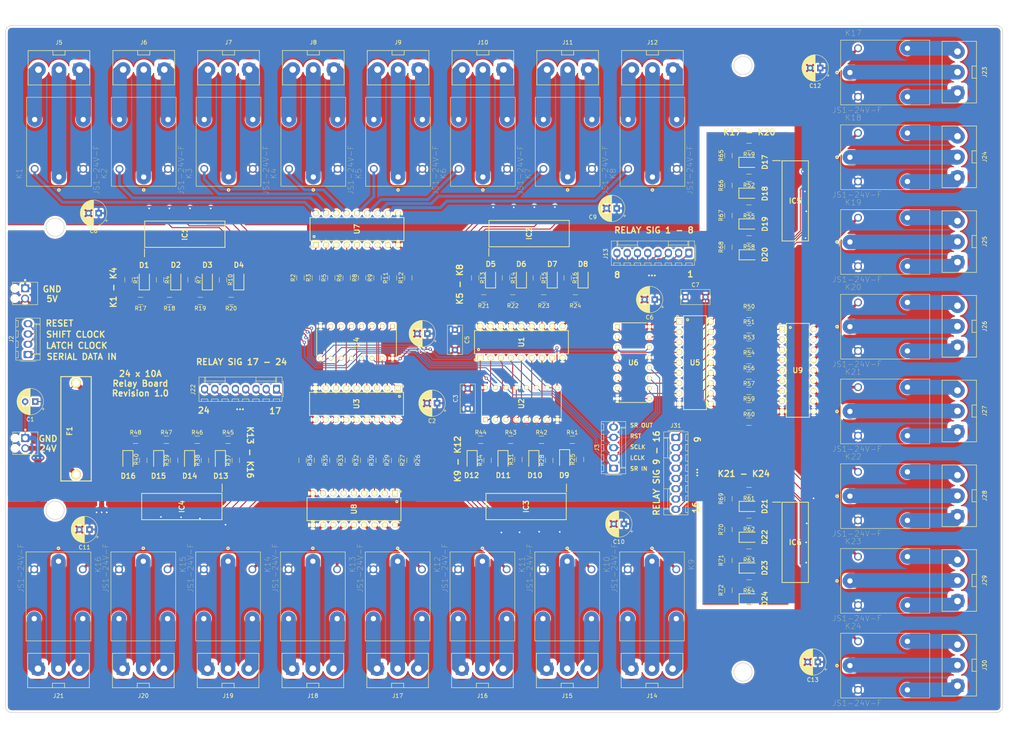
<source format=kicad_pcb>
(kicad_pcb (version 20171130) (host pcbnew 5.1.2)
  (layers (0 F.Cu signal) (31 B.Cu signal) (34 B.Paste user) (35 F.Paste user) (36 B.SilkS user) (37 F.SilkS user) (38 B.Mask user) (39 F.Mask user) (44 Edge.Cuts user))
  (net 0 "")
  (net 1 GNDPWR)
  (net 2 +24V)
  (net 3 +5V)
  (net 4 GNDD)
  (net 5 /driver_10A_1/SIG_1)
  (net 6 "Net-(R2-Pad2)")
  (net 7 /driver_10A_1/OPTO_1)
  (net 8 /driver_10A_1/SIG_2)
  (net 9 /driver_10A_1/OPTO_2)
  (net 10 "Net-(R5-Pad2)")
  (net 11 /driver_10A_1/OPTO_3)
  (net 12 /driver_10A_1/SIG_3)
  (net 13 /driver_10A_1/OPTO_4)
  (net 14 "Net-(R8-Pad2)")
  (net 15 /driver_10A_1/OPTO_5)
  (net 16 /driver_10A_1/SIG_4)
  (net 17 /driver_10A_1/OPTO_6)
  (net 18 "Net-(R11-Pad2)")
  (net 19 /driver_10A_1/OPTO_7)
  (net 20 /driver_10A_1/OPTO_8)
  (net 21 "Net-(R12-Pad2)")
  (net 22 /driver_10A_1/SIG_5)
  (net 23 /driver_10A_1/SIG_6)
  (net 24 /driver_10A_1/SIG_7)
  (net 25 /driver_10A_1/SIG_8)
  (net 26 /driver_10A_2/SIG_1)
  (net 27 /driver_10A_2/OPTO_1)
  (net 28 "Net-(R26-Pad2)")
  (net 29 /driver_10A_2/SIG_2)
  (net 30 /driver_10A_2/OPTO_2)
  (net 31 "Net-(R29-Pad2)")
  (net 32 /driver_10A_2/OPTO_3)
  (net 33 /driver_10A_2/SIG_3)
  (net 34 /driver_10A_2/OPTO_4)
  (net 35 "Net-(R32-Pad2)")
  (net 36 /driver_10A_2/OPTO_5)
  (net 37 /driver_10A_2/SIG_4)
  (net 38 /driver_10A_2/OPTO_6)
  (net 39 "Net-(R35-Pad2)")
  (net 40 /driver_10A_2/OPTO_7)
  (net 41 /driver_10A_2/OPTO_8)
  (net 42 "Net-(R36-Pad2)")
  (net 43 /driver_10A_2/SIG_5)
  (net 44 /driver_10A_2/SIG_6)
  (net 45 /driver_10A_2/SIG_7)
  (net 46 /driver_10A_2/SIG_8)
  (net 47 /driver_10A_3/SIG_1)
  (net 48 "Net-(R50-Pad2)")
  (net 49 /driver_10A_3/OPTO_1)
  (net 50 /driver_10A_3/SIG_2)
  (net 51 /driver_10A_3/OPTO_2)
  (net 52 "Net-(R53-Pad2)")
  (net 53 /driver_10A_3/OPTO_3)
  (net 54 /driver_10A_3/SIG_3)
  (net 55 /driver_10A_3/OPTO_4)
  (net 56 "Net-(R56-Pad2)")
  (net 57 /driver_10A_3/OPTO_5)
  (net 58 /driver_10A_3/SIG_4)
  (net 59 /driver_10A_3/OPTO_6)
  (net 60 "Net-(R59-Pad2)")
  (net 61 /driver_10A_3/OPTO_7)
  (net 62 "Net-(R60-Pad2)")
  (net 63 /driver_10A_3/OPTO_8)
  (net 64 /driver_10A_3/SIG_5)
  (net 65 /driver_10A_3/SIG_6)
  (net 66 /driver_10A_3/SIG_7)
  (net 67 /driver_10A_3/SIG_8)
  (net 68 "Net-(F1-Pad1)")
  (net 69 Pin1)
  (net 70 Pin2)
  (net 71 Pin3)
  (net 72 Pin4)
  (net 73 SR_EXT)
  (net 74 /driver_10A_1/COM_1)
  (net 75 /driver_10A_1/NO_1)
  (net 76 /driver_10A_1/NC_1)
  (net 77 /driver_10A_1/NC_2)
  (net 78 /driver_10A_1/NO_2)
  (net 79 /driver_10A_1/COM_2)
  (net 80 /driver_10A_1/COM_3)
  (net 81 /driver_10A_1/NO_3)
  (net 82 /driver_10A_1/NC_3)
  (net 83 /driver_10A_1/NC_4)
  (net 84 /driver_10A_1/NO_4)
  (net 85 /driver_10A_1/COM_4)
  (net 86 /driver_10A_1/NC_5)
  (net 87 /driver_10A_1/NO_5)
  (net 88 /driver_10A_1/COM_5)
  (net 89 /driver_10A_1/COM_6)
  (net 90 /driver_10A_1/NO_6)
  (net 91 /driver_10A_1/NC_6)
  (net 92 /driver_10A_1/NC_7)
  (net 93 /driver_10A_1/NO_7)
  (net 94 /driver_10A_1/COM_7)
  (net 95 /driver_10A_1/NC_8)
  (net 96 /driver_10A_1/NO_8)
  (net 97 /driver_10A_1/COM_8)
  (net 98 /driver_10A_2/COM_1)
  (net 99 /driver_10A_2/NO_1)
  (net 100 /driver_10A_2/NC_1)
  (net 101 /driver_10A_2/NC_2)
  (net 102 /driver_10A_2/NO_2)
  (net 103 /driver_10A_2/COM_2)
  (net 104 /driver_10A_2/NC_3)
  (net 105 /driver_10A_2/NO_3)
  (net 106 /driver_10A_2/COM_3)
  (net 107 /driver_10A_2/NC_4)
  (net 108 /driver_10A_2/NO_4)
  (net 109 /driver_10A_2/COM_4)
  (net 110 /driver_10A_2/COM_5)
  (net 111 /driver_10A_2/NO_5)
  (net 112 /driver_10A_2/NC_5)
  (net 113 /driver_10A_2/COM_6)
  (net 114 /driver_10A_2/NO_6)
  (net 115 /driver_10A_2/NC_6)
  (net 116 /driver_10A_2/COM_7)
  (net 117 /driver_10A_2/NO_7)
  (net 118 /driver_10A_2/NC_7)
  (net 119 /driver_10A_2/NC_8)
  (net 120 /driver_10A_2/NO_8)
  (net 121 /driver_10A_2/COM_8)
  (net 122 /driver_10A_3/COM_1)
  (net 123 /driver_10A_3/NO_1)
  (net 124 /driver_10A_3/NC_1)
  (net 125 /driver_10A_3/COM_2)
  (net 126 /driver_10A_3/NO_2)
  (net 127 /driver_10A_3/NC_2)
  (net 128 /driver_10A_3/COM_3)
  (net 129 /driver_10A_3/NO_3)
  (net 130 /driver_10A_3/NC_3)
  (net 131 /driver_10A_3/NC_4)
  (net 132 /driver_10A_3/NO_4)
  (net 133 /driver_10A_3/COM_4)
  (net 134 /driver_10A_3/COM_5)
  (net 135 /driver_10A_3/NO_5)
  (net 136 /driver_10A_3/NC_5)
  (net 137 /driver_10A_3/NC_6)
  (net 138 /driver_10A_3/NO_6)
  (net 139 /driver_10A_3/COM_6)
  (net 140 /driver_10A_3/COM_7)
  (net 141 /driver_10A_3/NO_7)
  (net 142 /driver_10A_3/NC_7)
  (net 143 /driver_10A_3/NC_8)
  (net 144 /driver_10A_3/NO_8)
  (net 145 /driver_10A_3/COM_8)
  (net 146 /driver_10A_1/COIL_1)
  (net 147 /driver_10A_1/COIL_2)
  (net 148 /driver_10A_1/COIL_3)
  (net 149 /driver_10A_1/COIL_4)
  (net 150 /driver_10A_1/COIL_5)
  (net 151 /driver_10A_1/COIL_6)
  (net 152 /driver_10A_1/COIL_7)
  (net 153 /driver_10A_1/COIL_8)
  (net 154 /driver_10A_2/COIL_1)
  (net 155 /driver_10A_2/COIL_2)
  (net 156 /driver_10A_2/COIL_3)
  (net 157 /driver_10A_2/COIL_4)
  (net 158 /driver_10A_2/COIL_5)
  (net 159 /driver_10A_2/COIL_6)
  (net 160 /driver_10A_2/COIL_7)
  (net 161 /driver_10A_2/COIL_8)
  (net 162 /driver_10A_3/COIL_1)
  (net 163 /driver_10A_3/COIL_2)
  (net 164 /driver_10A_3/COIL_3)
  (net 165 /driver_10A_3/COIL_4)
  (net 166 /driver_10A_3/COIL_5)
  (net 167 /driver_10A_3/COIL_6)
  (net 168 /driver_10A_3/COIL_7)
  (net 169 /driver_10A_3/COIL_8)
  (net 170 "Net-(U1-Pad8)")
  (net 171 "Net-(U1-Pad7)")
  (net 172 "Net-(U1-Pad6)")
  (net 173 "Net-(U1-Pad5)")
  (net 174 "Net-(U1-Pad4)")
  (net 175 "Net-(U1-Pad3)")
  (net 176 "Net-(U1-Pad2)")
  (net 177 "Net-(U1-Pad1)")
  (net 178 /QH_OUT_1)
  (net 179 "Net-(U3-Pad1)")
  (net 180 "Net-(U3-Pad2)")
  (net 181 "Net-(U3-Pad3)")
  (net 182 "Net-(U3-Pad4)")
  (net 183 "Net-(U3-Pad5)")
  (net 184 "Net-(U3-Pad6)")
  (net 185 "Net-(U3-Pad7)")
  (net 186 "Net-(U3-Pad8)")
  (net 187 /QH_OUT_2)
  (net 188 "Net-(U5-Pad1)")
  (net 189 "Net-(U5-Pad2)")
  (net 190 "Net-(U5-Pad3)")
  (net 191 "Net-(U5-Pad4)")
  (net 192 "Net-(U5-Pad5)")
  (net 193 "Net-(U5-Pad6)")
  (net 194 "Net-(U5-Pad7)")
  (net 195 "Net-(U5-Pad8)")
  (net 196 "Net-(IC1-Pad8)")
  (net 197 "Net-(IC1-Pad6)")
  (net 198 "Net-(IC1-Pad4)")
  (net 199 "Net-(IC1-Pad2)")
  (net 200 "Net-(IC3-Pad8)")
  (net 201 "Net-(IC3-Pad6)")
  (net 202 "Net-(IC3-Pad4)")
  (net 203 "Net-(IC3-Pad2)")
  (net 204 "Net-(IC5-Pad2)")
  (net 205 "Net-(IC5-Pad4)")
  (net 206 "Net-(IC5-Pad6)")
  (net 207 "Net-(IC5-Pad8)")
  (net 208 "Net-(D1-Pad1)")
  (net 209 "Net-(D3-Pad1)")
  (net 210 "Net-(D5-Pad1)")
  (net 211 "Net-(D7-Pad1)")
  (net 212 "Net-(D9-Pad1)")
  (net 213 "Net-(D11-Pad1)")
  (net 214 "Net-(D13-Pad1)")
  (net 215 "Net-(D15-Pad1)")
  (net 216 "Net-(D17-Pad1)")
  (net 217 "Net-(D19-Pad1)")
  (net 218 "Net-(D21-Pad1)")
  (net 219 "Net-(D23-Pad1)")
  (net 220 "Net-(D2-Pad1)")
  (net 221 "Net-(D4-Pad1)")
  (net 222 "Net-(D6-Pad1)")
  (net 223 "Net-(D8-Pad1)")
  (net 224 "Net-(D10-Pad1)")
  (net 225 "Net-(D12-Pad1)")
  (net 226 "Net-(D14-Pad1)")
  (net 227 "Net-(D16-Pad1)")
  (net 228 "Net-(D18-Pad1)")
  (net 229 "Net-(D20-Pad1)")
  (net 230 "Net-(D22-Pad1)")
  (net 231 "Net-(D24-Pad1)")
  (net 232 "Net-(IC2-Pad2)")
  (net 233 "Net-(IC2-Pad4)")
  (net 234 "Net-(IC2-Pad6)")
  (net 235 "Net-(IC2-Pad8)")
  (net 236 "Net-(IC4-Pad2)")
  (net 237 "Net-(IC4-Pad4)")
  (net 238 "Net-(IC4-Pad6)")
  (net 239 "Net-(IC4-Pad8)")
  (net 240 "Net-(IC6-Pad8)")
  (net 241 "Net-(IC6-Pad6)")
  (net 242 "Net-(IC6-Pad4)")
  (net 243 "Net-(IC6-Pad2)")
  (net 244 "Net-(R3-Pad2)")
  (net 245 "Net-(R6-Pad2)")
  (net 246 "Net-(R9-Pad2)")
  (net 247 "Net-(R27-Pad2)")
  (net 248 "Net-(R30-Pad2)")
  (net 249 "Net-(R33-Pad2)")
  (net 250 "Net-(R51-Pad2)")
  (net 251 "Net-(R54-Pad2)")
  (net 252 "Net-(R57-Pad2)")
  (module Connector_Molex:Molex_KK-254_AE-6410-08A_1x08_P2.54mm_Vertical (layer F.Cu) (at 243.3955 156.464 270)
    (fp_text reference J31 (at -2.921 0 180) (layer F.SilkS))
    (fp_text value SIG_BREAKOUT)
    (pad 1 thru_hole roundrect (at 0 0 270) (size 1.74 2.2) (drill 1.2) (layers *.Cu *.Mask) (roundrect_rratio 0.143678) (net 47 /driver_10A_3/SIG_1))
    (pad 2 thru_hole oval (at 2.54 0 270) (size 1.74 2.2) (drill 1.2) (layers *.Cu *.Mask) (net 50 /driver_10A_3/SIG_2))
    (pad 3 thru_hole oval (at 5.08 0 270) (size 1.74 2.2) (drill 1.2) (layers *.Cu *.Mask) (net 54 /driver_10A_3/SIG_3))
    (pad 4 thru_hole oval (at 7.62 0 270) (size 1.74 2.2) (drill 1.2) (layers *.Cu *.Mask) (net 58 /driver_10A_3/SIG_4))
    (pad 5 thru_hole oval (at 10.16 0 270) (size 1.74 2.2) (drill 1.2) (layers *.Cu *.Mask) (net 64 /driver_10A_3/SIG_5))
    (pad 6 thru_hole oval (at 12.7 0 270) (size 1.74 2.2) (drill 1.2) (layers *.Cu *.Mask) (net 65 /driver_10A_3/SIG_6))
    (pad 7 thru_hole oval (at 15.24 0 270) (size 1.74 2.2) (drill 1.2) (layers *.Cu *.Mask) (net 66 /driver_10A_3/SIG_7))
    (pad 8 thru_hole oval (at 17.78 0 270) (size 1.74 2.2) (drill 1.2) (layers *.Cu *.Mask) (net 67 /driver_10A_3/SIG_8))
  )
  (module Capacitor_THT:CP_Radial_D6.3mm_P2.50mm (layer F.Cu) (at 182 130.8 180)
    (fp_text reference C4 (at 1.25 -4.4 180) (layer F.SilkS))
    (fp_text value 1uF)
    (pad 1 thru_hole rect (at 0 0 180) (size 1.6 1.6) (drill 0.8) (layers *.Cu *.Mask) (net 4 GNDD))
    (pad 2 thru_hole circle (at 2.5 0 180) (size 1.6 1.6) (drill 0.8) (layers *.Cu *.Mask) (net 3 +5V))
  )
  (module Capacitor_THT:CP_Radial_D6.3mm_P2.50mm (layer F.Cu) (at 85.1 147.6 180)
    (fp_text reference C1 (at 1.25 -4.4 180) (layer F.SilkS))
    (fp_text value 100uF)
    (pad 2 thru_hole circle (at 2.5 0 180) (size 1.6 1.6) (drill 0.8) (layers *.Cu *.Mask) (net 1 GNDPWR))
    (pad 1 thru_hole rect (at 0 0 180) (size 1.6 1.6) (drill 0.8) (layers *.Cu *.Mask) (net 2 +24V))
  )
  (module RelayDriver:DIP780W46P254L2324H393Q18B (layer F.Cu) (at 205.244021 132.881353 90)
    (fp_text reference U1 (at 0 0 90) (layer F.SilkS) (effects (font (size 1.27 1.27) (thickness 0.254))))
    (fp_text value ULN2803A hide)
    (pad 18 thru_hole circle (at 3.9 -10.16 180) (size 1.45 1.45) (drill 0.85) (layers *.Cu *.Mask F.SilkS) (net 5 /driver_10A_1/SIG_1))
    (pad 17 thru_hole circle (at 3.9 -7.62 180) (size 1.45 1.45) (drill 0.85) (layers *.Cu *.Mask F.SilkS) (net 8 /driver_10A_1/SIG_2))
    (pad 16 thru_hole circle (at 3.9 -5.08 180) (size 1.45 1.45) (drill 0.85) (layers *.Cu *.Mask F.SilkS) (net 12 /driver_10A_1/SIG_3))
    (pad 15 thru_hole circle (at 3.9 -2.54 180) (size 1.45 1.45) (drill 0.85) (layers *.Cu *.Mask F.SilkS) (net 16 /driver_10A_1/SIG_4))
    (pad 14 thru_hole circle (at 3.9 0 180) (size 1.45 1.45) (drill 0.85) (layers *.Cu *.Mask F.SilkS) (net 22 /driver_10A_1/SIG_5))
    (pad 13 thru_hole circle (at 3.9 2.54 180) (size 1.45 1.45) (drill 0.85) (layers *.Cu *.Mask F.SilkS) (net 23 /driver_10A_1/SIG_6))
    (pad 12 thru_hole circle (at 3.9 5.08 180) (size 1.45 1.45) (drill 0.85) (layers *.Cu *.Mask F.SilkS) (net 24 /driver_10A_1/SIG_7))
    (pad 11 thru_hole circle (at 3.9 7.62 180) (size 1.45 1.45) (drill 0.85) (layers *.Cu *.Mask F.SilkS) (net 25 /driver_10A_1/SIG_8))
    (pad 10 thru_hole circle (at 3.9 10.16 180) (size 1.45 1.45) (drill 0.85) (layers *.Cu *.Mask F.SilkS) (net 3 +5V))
    (pad 9 thru_hole circle (at -3.9 10.16 180) (size 1.45 1.45) (drill 0.85) (layers *.Cu *.Mask F.SilkS) (net 4 GNDD))
    (pad 8 thru_hole circle (at -3.9 7.62 180) (size 1.45 1.45) (drill 0.85) (layers *.Cu *.Mask F.SilkS) (net 170 "Net-(U1-Pad8)"))
    (pad 7 thru_hole circle (at -3.9 5.08 180) (size 1.45 1.45) (drill 0.85) (layers *.Cu *.Mask F.SilkS) (net 171 "Net-(U1-Pad7)"))
    (pad 6 thru_hole circle (at -3.9 2.54 180) (size 1.45 1.45) (drill 0.85) (layers *.Cu *.Mask F.SilkS) (net 172 "Net-(U1-Pad6)"))
    (pad 5 thru_hole circle (at -3.9 0 180) (size 1.45 1.45) (drill 0.85) (layers *.Cu *.Mask F.SilkS) (net 173 "Net-(U1-Pad5)"))
    (pad 4 thru_hole circle (at -3.9 -2.54 180) (size 1.45 1.45) (drill 0.85) (layers *.Cu *.Mask F.SilkS) (net 174 "Net-(U1-Pad4)"))
    (pad 3 thru_hole circle (at -3.9 -5.08 180) (size 1.45 1.45) (drill 0.85) (layers *.Cu *.Mask F.SilkS) (net 175 "Net-(U1-Pad3)"))
    (pad 2 thru_hole circle (at -3.9 -7.62 180) (size 1.45 1.45) (drill 0.85) (layers *.Cu *.Mask F.SilkS) (net 176 "Net-(U1-Pad2)"))
    (pad 1 thru_hole rect (at -3.9 -10.16 180) (size 1.45 1.45) (drill 0.85) (layers *.Cu *.Mask F.SilkS) (net 177 "Net-(U1-Pad1)"))
  )
  (module Capacitor_THT:CP_Radial_D6.3mm_P2.50mm (layer F.Cu) (at 184.4 148 180)
    (fp_text reference C2 (at 1.25 -4.4) (layer F.SilkS))
    (fp_text value 1uF)
    (pad 2 thru_hole circle (at 2.5 0 180) (size 1.6 1.6) (drill 0.8) (layers *.Cu *.Mask) (net 3 +5V))
    (pad 1 thru_hole rect (at 0 0 180) (size 1.6 1.6) (drill 0.8) (layers *.Cu *.Mask) (net 4 GNDD))
  )
  (module Capacitor_THT:C_Rect_L7.0mm_W3.5mm_P5.00mm (layer F.Cu) (at 191.9778 149.3588 90)
    (fp_text reference C3 (at 2.5 -3 90) (layer F.SilkS))
    (fp_text value 0.1uF)
    (pad 2 thru_hole circle (at 5 0 90) (size 1.6 1.6) (drill 0.8) (layers *.Cu *.Mask) (net 3 +5V))
    (pad 1 thru_hole circle (at 0 0 90) (size 1.6 1.6) (drill 0.8) (layers *.Cu *.Mask) (net 4 GNDD))
  )
  (module Capacitor_THT:C_Rect_L7.0mm_W3.5mm_P5.00mm (layer F.Cu) (at 188.82058 129.83128 270)
    (fp_text reference C5 (at 2.5 -3 270) (layer F.SilkS))
    (fp_text value 0.1uF)
    (pad 1 thru_hole circle (at 0 0 270) (size 1.6 1.6) (drill 0.8) (layers *.Cu *.Mask) (net 4 GNDD))
    (pad 2 thru_hole circle (at 5 0 270) (size 1.6 1.6) (drill 0.8) (layers *.Cu *.Mask) (net 3 +5V))
  )
  (module Capacitor_THT:CP_Radial_D6.3mm_P2.50mm (layer F.Cu) (at 238.1885 122.3645 180)
    (fp_text reference C6 (at 1.25 -4.4 180) (layer F.SilkS))
    (fp_text value 1uF)
    (pad 2 thru_hole circle (at 2.5 0 180) (size 1.6 1.6) (drill 0.8) (layers *.Cu *.Mask) (net 3 +5V))
    (pad 1 thru_hole rect (at 0 0 180) (size 1.6 1.6) (drill 0.8) (layers *.Cu *.Mask) (net 4 GNDD))
  )
  (module Capacitor_THT:C_Rect_L7.0mm_W3.5mm_P5.00mm (layer F.Cu) (at 245.75 121.75)
    (fp_text reference C7 (at 2.5 -3) (layer F.SilkS))
    (fp_text value 0.1uF)
    (pad 1 thru_hole circle (at 0 0) (size 1.6 1.6) (drill 0.8) (layers *.Cu *.Mask) (net 4 GNDD))
    (pad 2 thru_hole circle (at 5 0) (size 1.6 1.6) (drill 0.8) (layers *.Cu *.Mask) (net 3 +5V))
  )
  (module Capacitor_THT:CP_Radial_D6.3mm_P2.50mm (layer F.Cu) (at 100.75 101 180)
    (fp_text reference C8 (at 1.25 -4.4 180) (layer F.SilkS))
    (fp_text value 100uF)
    (pad 1 thru_hole rect (at 0 0 180) (size 1.6 1.6) (drill 0.8) (layers *.Cu *.Mask) (net 2 +24V))
    (pad 2 thru_hole circle (at 2.5 0 180) (size 1.6 1.6) (drill 0.8) (layers *.Cu *.Mask) (net 1 GNDPWR))
  )
  (module Capacitor_THT:CP_Radial_D6.3mm_P2.50mm (layer F.Cu) (at 228.7905 99.822 180)
    (fp_text reference C9 (at 5.9055 -2.159 180) (layer F.SilkS))
    (fp_text value 100uF)
    (pad 2 thru_hole circle (at 2.5 0 180) (size 1.6 1.6) (drill 0.8) (layers *.Cu *.Mask) (net 1 GNDPWR))
    (pad 1 thru_hole rect (at 0 0 180) (size 1.6 1.6) (drill 0.8) (layers *.Cu *.Mask) (net 2 +24V))
  )
  (module Capacitor_THT:CP_Radial_D6.3mm_P2.50mm (layer F.Cu) (at 230.5685 177.8635 180)
    (fp_text reference C10 (at 1.25 -4.4) (layer F.SilkS))
    (fp_text value 100uF)
    (pad 2 thru_hole circle (at 2.5 0 180) (size 1.6 1.6) (drill 0.8) (layers *.Cu *.Mask) (net 1 GNDPWR))
    (pad 1 thru_hole rect (at 0 0 180) (size 1.6 1.6) (drill 0.8) (layers *.Cu *.Mask) (net 2 +24V))
  )
  (module Capacitor_THT:CP_Radial_D6.3mm_P2.50mm (layer F.Cu) (at 98.5 179.25 180)
    (fp_text reference C11 (at 1.25 -4.4) (layer F.SilkS))
    (fp_text value 100uF)
    (pad 1 thru_hole rect (at 0 0 180) (size 1.6 1.6) (drill 0.8) (layers *.Cu *.Mask) (net 2 +24V))
    (pad 2 thru_hole circle (at 2.5 0 180) (size 1.6 1.6) (drill 0.8) (layers *.Cu *.Mask) (net 1 GNDPWR))
  )
  (module Capacitor_THT:CP_Radial_D6.3mm_P2.50mm (layer F.Cu) (at 279.1 65.1 180)
    (fp_text reference C12 (at 1.25 -4.4) (layer F.SilkS))
    (fp_text value 100uF)
    (pad 1 thru_hole rect (at 0 0 180) (size 1.6 1.6) (drill 0.8) (layers *.Cu *.Mask) (net 2 +24V))
    (pad 2 thru_hole circle (at 2.5 0 180) (size 1.6 1.6) (drill 0.8) (layers *.Cu *.Mask) (net 1 GNDPWR))
  )
  (module Capacitor_THT:CP_Radial_D6.3mm_P2.50mm (layer F.Cu) (at 278.5 212 180)
    (fp_text reference C13 (at 1.25 -4.4) (layer F.SilkS))
    (fp_text value 100uF)
    (pad 1 thru_hole rect (at 0 0 180) (size 1.6 1.6) (drill 0.8) (layers *.Cu *.Mask) (net 2 +24V))
    (pad 2 thru_hole circle (at 2.5 0 180) (size 1.6 1.6) (drill 0.8) (layers *.Cu *.Mask) (net 1 GNDPWR))
  )
  (module Resistor_SMD:R_1206_3216Metric_Pad1.42x1.75mm_HandSolder (layer F.Cu) (at 108.15 117.4875 270)
    (fp_text reference R1 (at 0 -1.82 270) (layer F.SilkS))
    (fp_text value 380)
    (pad 1 smd roundrect (at -1.4875 0 270) (size 1.425 1.75) (layers F.Cu F.Paste F.Mask) (roundrect_rratio 0.175439) (net 199 "Net-(IC1-Pad2)"))
    (pad 2 smd roundrect (at 1.4875 0 270) (size 1.425 1.75) (layers F.Cu F.Paste F.Mask) (roundrect_rratio 0.175439) (net 5 /driver_10A_1/SIG_1))
  )
  (module Resistor_SMD:R_1206_3216Metric_Pad1.42x1.75mm_HandSolder (layer F.Cu) (at 150.634021 117.006353 90)
    (fp_text reference R2 (at 0 -1.82 90) (layer F.SilkS))
    (fp_text value 20k)
    (pad 2 smd roundrect (at 1.4875 0 90) (size 1.425 1.75) (layers F.Cu F.Paste F.Mask) (roundrect_rratio 0.175439) (net 6 "Net-(R2-Pad2)"))
    (pad 1 smd roundrect (at -1.4875 0 90) (size 1.425 1.75) (layers F.Cu F.Paste F.Mask) (roundrect_rratio 0.175439) (net 7 /driver_10A_1/OPTO_1))
  )
  (module Resistor_SMD:R_1206_3216Metric_Pad1.42x1.75mm_HandSolder (layer F.Cu) (at 115.934006 117.4875 270)
    (fp_text reference R4 (at 0 -1.82 270) (layer F.SilkS))
    (fp_text value 380)
    (pad 2 smd roundrect (at 1.4875 0 270) (size 1.425 1.75) (layers F.Cu F.Paste F.Mask) (roundrect_rratio 0.175439) (net 8 /driver_10A_1/SIG_2))
    (pad 1 smd roundrect (at -1.4875 0 270) (size 1.425 1.75) (layers F.Cu F.Paste F.Mask) (roundrect_rratio 0.175439) (net 198 "Net-(IC1-Pad4)"))
  )
  (module Resistor_SMD:R_1206_3216Metric_Pad1.42x1.75mm_HandSolder (layer F.Cu) (at 154.444021 117.006353 90)
    (fp_text reference R3 (at 0 -1.82 90) (layer F.SilkS))
    (fp_text value 20k)
    (pad 1 smd roundrect (at -1.4875 0 90) (size 1.425 1.75) (layers F.Cu F.Paste F.Mask) (roundrect_rratio 0.175439) (net 9 /driver_10A_1/OPTO_2))
    (pad 2 smd roundrect (at 1.4875 0 90) (size 1.425 1.75) (layers F.Cu F.Paste F.Mask) (roundrect_rratio 0.175439) (net 244 "Net-(R3-Pad2)"))
  )
  (module Resistor_SMD:R_1206_3216Metric_Pad1.42x1.75mm_HandSolder (layer F.Cu) (at 158.254021 117.006353 90)
    (fp_text reference R5 (at 0 -1.82 90) (layer F.SilkS))
    (fp_text value 20k)
    (pad 2 smd roundrect (at 1.4875 0 90) (size 1.425 1.75) (layers F.Cu F.Paste F.Mask) (roundrect_rratio 0.175439) (net 10 "Net-(R5-Pad2)"))
    (pad 1 smd roundrect (at -1.4875 0 90) (size 1.425 1.75) (layers F.Cu F.Paste F.Mask) (roundrect_rratio 0.175439) (net 11 /driver_10A_1/OPTO_3))
  )
  (module Resistor_SMD:R_1206_3216Metric_Pad1.42x1.75mm_HandSolder (layer F.Cu) (at 123.718012 117.4875 270)
    (fp_text reference R7 (at 0 -1.82 270) (layer F.SilkS))
    (fp_text value 380)
    (pad 1 smd roundrect (at -1.4875 0 270) (size 1.425 1.75) (layers F.Cu F.Paste F.Mask) (roundrect_rratio 0.175439) (net 197 "Net-(IC1-Pad6)"))
    (pad 2 smd roundrect (at 1.4875 0 270) (size 1.425 1.75) (layers F.Cu F.Paste F.Mask) (roundrect_rratio 0.175439) (net 12 /driver_10A_1/SIG_3))
  )
  (module Resistor_SMD:R_1206_3216Metric_Pad1.42x1.75mm_HandSolder (layer F.Cu) (at 162.064021 117.006353 90)
    (fp_text reference R6 (at 0 -1.82 90) (layer F.SilkS))
    (fp_text value 20k)
    (pad 1 smd roundrect (at -1.4875 0 90) (size 1.425 1.75) (layers F.Cu F.Paste F.Mask) (roundrect_rratio 0.175439) (net 13 /driver_10A_1/OPTO_4))
    (pad 2 smd roundrect (at 1.4875 0 90) (size 1.425 1.75) (layers F.Cu F.Paste F.Mask) (roundrect_rratio 0.175439) (net 245 "Net-(R6-Pad2)"))
  )
  (module Resistor_SMD:R_1206_3216Metric_Pad1.42x1.75mm_HandSolder (layer F.Cu) (at 165.874021 117.006353 90)
    (fp_text reference R8 (at 0 -1.82 90) (layer F.SilkS))
    (fp_text value 20k)
    (pad 2 smd roundrect (at 1.4875 0 90) (size 1.425 1.75) (layers F.Cu F.Paste F.Mask) (roundrect_rratio 0.175439) (net 14 "Net-(R8-Pad2)"))
    (pad 1 smd roundrect (at -1.4875 0 90) (size 1.425 1.75) (layers F.Cu F.Paste F.Mask) (roundrect_rratio 0.175439) (net 15 /driver_10A_1/OPTO_5))
  )
  (module Resistor_SMD:R_1206_3216Metric_Pad1.42x1.75mm_HandSolder (layer F.Cu) (at 131.502018 117.4875 270)
    (fp_text reference R10 (at 0 -1.82 270) (layer F.SilkS))
    (fp_text value 380)
    (pad 2 smd roundrect (at 1.4875 0 270) (size 1.425 1.75) (layers F.Cu F.Paste F.Mask) (roundrect_rratio 0.175439) (net 16 /driver_10A_1/SIG_4))
    (pad 1 smd roundrect (at -1.4875 0 270) (size 1.425 1.75) (layers F.Cu F.Paste F.Mask) (roundrect_rratio 0.175439) (net 196 "Net-(IC1-Pad8)"))
  )
  (module Resistor_SMD:R_1206_3216Metric_Pad1.42x1.75mm_HandSolder (layer F.Cu) (at 169.684021 117.006353 90)
    (fp_text reference R9 (at 0 -1.82 90) (layer F.SilkS))
    (fp_text value 20k)
    (pad 1 smd roundrect (at -1.4875 0 90) (size 1.425 1.75) (layers F.Cu F.Paste F.Mask) (roundrect_rratio 0.175439) (net 17 /driver_10A_1/OPTO_6))
    (pad 2 smd roundrect (at 1.4875 0 90) (size 1.425 1.75) (layers F.Cu F.Paste F.Mask) (roundrect_rratio 0.175439) (net 246 "Net-(R9-Pad2)"))
  )
  (module Resistor_SMD:R_1206_3216Metric_Pad1.42x1.75mm_HandSolder (layer F.Cu) (at 173.494021 117.006353 90)
    (fp_text reference R11 (at 0 -1.82 90) (layer F.SilkS))
    (fp_text value 20k)
    (pad 2 smd roundrect (at 1.4875 0 90) (size 1.425 1.75) (layers F.Cu F.Paste F.Mask) (roundrect_rratio 0.175439) (net 18 "Net-(R11-Pad2)"))
    (pad 1 smd roundrect (at -1.4875 0 90) (size 1.425 1.75) (layers F.Cu F.Paste F.Mask) (roundrect_rratio 0.175439) (net 19 /driver_10A_1/OPTO_7))
  )
  (module Resistor_SMD:R_1206_3216Metric_Pad1.42x1.75mm_HandSolder (layer F.Cu) (at 177.304021 117.006353 90)
    (fp_text reference R12 (at 0 -1.82 90) (layer F.SilkS))
    (fp_text value 20k)
    (pad 1 smd roundrect (at -1.4875 0 90) (size 1.425 1.75) (layers F.Cu F.Paste F.Mask) (roundrect_rratio 0.175439) (net 20 /driver_10A_1/OPTO_8))
    (pad 2 smd roundrect (at 1.4875 0 90) (size 1.425 1.75) (layers F.Cu F.Paste F.Mask) (roundrect_rratio 0.175439) (net 21 "Net-(R12-Pad2)"))
  )
  (module Resistor_SMD:R_1206_3216Metric_Pad1.42x1.75mm_HandSolder (layer F.Cu) (at 193.814021 117.006353 270)
    (fp_text reference R13 (at 0 -1.82 270) (layer F.SilkS))
    (fp_text value 380)
    (pad 1 smd roundrect (at -1.4875 0 270) (size 1.425 1.75) (layers F.Cu F.Paste F.Mask) (roundrect_rratio 0.175439) (net 232 "Net-(IC2-Pad2)"))
    (pad 2 smd roundrect (at 1.4875 0 270) (size 1.425 1.75) (layers F.Cu F.Paste F.Mask) (roundrect_rratio 0.175439) (net 22 /driver_10A_1/SIG_5))
  )
  (module Resistor_SMD:R_1206_3216Metric_Pad1.42x1.75mm_HandSolder (layer F.Cu) (at 201.434021 117.006353 270)
    (fp_text reference R14 (at 0 -1.82 90) (layer F.SilkS))
    (fp_text value 380)
    (pad 2 smd roundrect (at 1.4875 0 270) (size 1.425 1.75) (layers F.Cu F.Paste F.Mask) (roundrect_rratio 0.175439) (net 23 /driver_10A_1/SIG_6))
    (pad 1 smd roundrect (at -1.4875 0 270) (size 1.425 1.75) (layers F.Cu F.Paste F.Mask) (roundrect_rratio 0.175439) (net 233 "Net-(IC2-Pad4)"))
  )
  (module Resistor_SMD:R_1206_3216Metric_Pad1.42x1.75mm_HandSolder (layer F.Cu) (at 209.054021 117.006353 270)
    (fp_text reference R15 (at 0 -1.82 270) (layer F.SilkS))
    (fp_text value 380)
    (pad 1 smd roundrect (at -1.4875 0 270) (size 1.425 1.75) (layers F.Cu F.Paste F.Mask) (roundrect_rratio 0.175439) (net 234 "Net-(IC2-Pad6)"))
    (pad 2 smd roundrect (at 1.4875 0 270) (size 1.425 1.75) (layers F.Cu F.Paste F.Mask) (roundrect_rratio 0.175439) (net 24 /driver_10A_1/SIG_7))
  )
  (module Resistor_SMD:R_1206_3216Metric_Pad1.42x1.75mm_HandSolder (layer F.Cu) (at 216.674021 117.006353 270)
    (fp_text reference R16 (at 0 -1.82 270) (layer F.SilkS))
    (fp_text value 380)
    (pad 2 smd roundrect (at 1.4875 0 270) (size 1.425 1.75) (layers F.Cu F.Paste F.Mask) (roundrect_rratio 0.175439) (net 25 /driver_10A_1/SIG_8))
    (pad 1 smd roundrect (at -1.4875 0 270) (size 1.425 1.75) (layers F.Cu F.Paste F.Mask) (roundrect_rratio 0.175439) (net 235 "Net-(IC2-Pad8)"))
  )
  (module Resistor_SMD:R_1206_3216Metric_Pad1.42x1.75mm_HandSolder (layer F.Cu) (at 111.1125 122.721353 180)
    (fp_text reference R17 (at 0 -1.82) (layer F.SilkS))
    (fp_text value 140)
    (pad 2 smd roundrect (at 1.4875 0 180) (size 1.425 1.75) (layers F.Cu F.Paste F.Mask) (roundrect_rratio 0.175439) (net 5 /driver_10A_1/SIG_1))
    (pad 1 smd roundrect (at -1.4875 0 180) (size 1.425 1.75) (layers F.Cu F.Paste F.Mask) (roundrect_rratio 0.175439) (net 208 "Net-(D1-Pad1)"))
  )
  (module Resistor_SMD:R_1206_3216Metric_Pad1.42x1.75mm_HandSolder (layer F.Cu) (at 195.936521 122.086353 180)
    (fp_text reference R21 (at 0 -1.82) (layer F.SilkS))
    (fp_text value 140)
    (pad 1 smd roundrect (at -1.4875 0 180) (size 1.425 1.75) (layers F.Cu F.Paste F.Mask) (roundrect_rratio 0.175439) (net 210 "Net-(D5-Pad1)"))
    (pad 2 smd roundrect (at 1.4875 0 180) (size 1.425 1.75) (layers F.Cu F.Paste F.Mask) (roundrect_rratio 0.175439) (net 22 /driver_10A_1/SIG_5))
  )
  (module Resistor_SMD:R_1206_3216Metric_Pad1.42x1.75mm_HandSolder (layer F.Cu) (at 118.249021 122.721353 180)
    (fp_text reference R18 (at 0 -1.82) (layer F.SilkS))
    (fp_text value 140)
    (pad 1 smd roundrect (at -1.4875 0 180) (size 1.425 1.75) (layers F.Cu F.Paste F.Mask) (roundrect_rratio 0.175439) (net 220 "Net-(D2-Pad1)"))
    (pad 2 smd roundrect (at 1.4875 0 180) (size 1.425 1.75) (layers F.Cu F.Paste F.Mask) (roundrect_rratio 0.175439) (net 8 /driver_10A_1/SIG_2))
  )
  (module Resistor_SMD:R_1206_3216Metric_Pad1.42x1.75mm_HandSolder (layer F.Cu) (at 203.121521 122.086353 180)
    (fp_text reference R22 (at 0 -1.82) (layer F.SilkS))
    (fp_text value 140)
    (pad 2 smd roundrect (at 1.4875 0 180) (size 1.425 1.75) (layers F.Cu F.Paste F.Mask) (roundrect_rratio 0.175439) (net 23 /driver_10A_1/SIG_6))
    (pad 1 smd roundrect (at -1.4875 0 180) (size 1.425 1.75) (layers F.Cu F.Paste F.Mask) (roundrect_rratio 0.175439) (net 222 "Net-(D6-Pad1)"))
  )
  (module Resistor_SMD:R_1206_3216Metric_Pad1.42x1.75mm_HandSolder (layer F.Cu) (at 125.869021 122.721353 180)
    (fp_text reference R19 (at 0 -1.82) (layer F.SilkS))
    (fp_text value 140)
    (pad 1 smd roundrect (at -1.4875 0 180) (size 1.425 1.75) (layers F.Cu F.Paste F.Mask) (roundrect_rratio 0.175439) (net 209 "Net-(D3-Pad1)"))
    (pad 2 smd roundrect (at 1.4875 0 180) (size 1.425 1.75) (layers F.Cu F.Paste F.Mask) (roundrect_rratio 0.175439) (net 12 /driver_10A_1/SIG_3))
  )
  (module Resistor_SMD:R_1206_3216Metric_Pad1.42x1.75mm_HandSolder (layer F.Cu) (at 210.741521 122.086353 180)
    (fp_text reference R23 (at 0 -1.82) (layer F.SilkS))
    (fp_text value 140)
    (pad 1 smd roundrect (at -1.4875 0 180) (size 1.425 1.75) (layers F.Cu F.Paste F.Mask) (roundrect_rratio 0.175439) (net 211 "Net-(D7-Pad1)"))
    (pad 2 smd roundrect (at 1.4875 0 180) (size 1.425 1.75) (layers F.Cu F.Paste F.Mask) (roundrect_rratio 0.175439) (net 24 /driver_10A_1/SIG_7))
  )
  (module Resistor_SMD:R_1206_3216Metric_Pad1.42x1.75mm_HandSolder (layer F.Cu) (at 133.489021 122.721353 180)
    (fp_text reference R20 (at 0 -1.82) (layer F.SilkS))
    (fp_text value 140)
    (pad 2 smd roundrect (at 1.4875 0 180) (size 1.425 1.75) (layers F.Cu F.Paste F.Mask) (roundrect_rratio 0.175439) (net 16 /driver_10A_1/SIG_4))
    (pad 1 smd roundrect (at -1.4875 0 180) (size 1.425 1.75) (layers F.Cu F.Paste F.Mask) (roundrect_rratio 0.175439) (net 221 "Net-(D4-Pad1)"))
  )
  (module Resistor_SMD:R_1206_3216Metric_Pad1.42x1.75mm_HandSolder (layer F.Cu) (at 218.579021 122.086353 180)
    (fp_text reference R24 (at 0 -1.82) (layer F.SilkS))
    (fp_text value 140)
    (pad 1 smd roundrect (at -1.4875 0 180) (size 1.425 1.75) (layers F.Cu F.Paste F.Mask) (roundrect_rratio 0.175439) (net 223 "Net-(D8-Pad1)"))
    (pad 2 smd roundrect (at 1.4875 0 180) (size 1.425 1.75) (layers F.Cu F.Paste F.Mask) (roundrect_rratio 0.175439) (net 25 /driver_10A_1/SIG_8))
  )
  (module Resistor_SMD:R_1206_3216Metric_Pad1.42x1.75mm_HandSolder (layer F.Cu) (at 219.74 161.9175 90)
    (fp_text reference R25 (at 0 -1.82 90) (layer F.SilkS))
    (fp_text value 380)
    (pad 2 smd roundrect (at 1.4875 0 90) (size 1.425 1.75) (layers F.Cu F.Paste F.Mask) (roundrect_rratio 0.175439) (net 26 /driver_10A_2/SIG_1))
    (pad 1 smd roundrect (at -1.4875 0 90) (size 1.425 1.75) (layers F.Cu F.Paste F.Mask) (roundrect_rratio 0.175439) (net 203 "Net-(IC3-Pad2)"))
  )
  (module Resistor_SMD:R_1206_3216Metric_Pad1.42x1.75mm_HandSolder (layer F.Cu) (at 177.83 162.135 270)
    (fp_text reference R26 (at 0 -1.82 270) (layer F.SilkS))
    (fp_text value 20k)
    (pad 1 smd roundrect (at -1.4875 0 270) (size 1.425 1.75) (layers F.Cu F.Paste F.Mask) (roundrect_rratio 0.175439) (net 27 /driver_10A_2/OPTO_1))
    (pad 2 smd roundrect (at 1.4875 0 270) (size 1.425 1.75) (layers F.Cu F.Paste F.Mask) (roundrect_rratio 0.175439) (net 28 "Net-(R26-Pad2)"))
  )
  (module Resistor_SMD:R_1206_3216Metric_Pad1.42x1.75mm_HandSolder (layer F.Cu) (at 212.12 162.135 90)
    (fp_text reference R28 (at 0 -1.82 90) (layer F.SilkS))
    (fp_text value 380)
    (pad 1 smd roundrect (at -1.4875 0 90) (size 1.425 1.75) (layers F.Cu F.Paste F.Mask) (roundrect_rratio 0.175439) (net 202 "Net-(IC3-Pad4)"))
    (pad 2 smd roundrect (at 1.4875 0 90) (size 1.425 1.75) (layers F.Cu F.Paste F.Mask) (roundrect_rratio 0.175439) (net 29 /driver_10A_2/SIG_2))
  )
  (module Resistor_SMD:R_1206_3216Metric_Pad1.42x1.75mm_HandSolder (layer F.Cu) (at 174.02 162.135 270)
    (fp_text reference R27 (at 0 -1.82 270) (layer F.SilkS))
    (fp_text value 20k)
    (pad 1 smd roundrect (at -1.4875 0 270) (size 1.425 1.75) (layers F.Cu F.Paste F.Mask) (roundrect_rratio 0.175439) (net 30 /driver_10A_2/OPTO_2))
    (pad 2 smd roundrect (at 1.4875 0 270) (size 1.425 1.75) (layers F.Cu F.Paste F.Mask) (roundrect_rratio 0.175439) (net 247 "Net-(R27-Pad2)"))
  )
  (module Resistor_SMD:R_1206_3216Metric_Pad1.42x1.75mm_HandSolder (layer F.Cu) (at 170.21 162.135 270)
    (fp_text reference R29 (at 0 -1.82 270) (layer F.SilkS))
    (fp_text value 20k)
    (pad 2 smd roundrect (at 1.4875 0 270) (size 1.425 1.75) (layers F.Cu F.Paste F.Mask) (roundrect_rratio 0.175439) (net 31 "Net-(R29-Pad2)"))
    (pad 1 smd roundrect (at -1.4875 0 270) (size 1.425 1.75) (layers F.Cu F.Paste F.Mask) (roundrect_rratio 0.175439) (net 32 /driver_10A_2/OPTO_3))
  )
  (module Resistor_SMD:R_1206_3216Metric_Pad1.42x1.75mm_HandSolder (layer F.Cu) (at 204.5 161.9175 90)
    (fp_text reference R31 (at 0 -1.82 90) (layer F.SilkS))
    (fp_text value 380)
    (pad 1 smd roundrect (at -1.4875 0 90) (size 1.425 1.75) (layers F.Cu F.Paste F.Mask) (roundrect_rratio 0.175439) (net 201 "Net-(IC3-Pad6)"))
    (pad 2 smd roundrect (at 1.4875 0 90) (size 1.425 1.75) (layers F.Cu F.Paste F.Mask) (roundrect_rratio 0.175439) (net 33 /driver_10A_2/SIG_3))
  )
  (module Resistor_SMD:R_1206_3216Metric_Pad1.42x1.75mm_HandSolder (layer F.Cu) (at 166.4 162.135 270)
    (fp_text reference R30 (at 0 -1.82 270) (layer F.SilkS))
    (fp_text value 20k)
    (pad 1 smd roundrect (at -1.4875 0 270) (size 1.425 1.75) (layers F.Cu F.Paste F.Mask) (roundrect_rratio 0.175439) (net 34 /driver_10A_2/OPTO_4))
    (pad 2 smd roundrect (at 1.4875 0 270) (size 1.425 1.75) (layers F.Cu F.Paste F.Mask) (roundrect_rratio 0.175439) (net 248 "Net-(R30-Pad2)"))
  )
  (module Resistor_SMD:R_1206_3216Metric_Pad1.42x1.75mm_HandSolder (layer F.Cu) (at 162.59 162.135 270)
    (fp_text reference R32 (at 0 -1.82 270) (layer F.SilkS))
    (fp_text value 20k)
    (pad 2 smd roundrect (at 1.4875 0 270) (size 1.425 1.75) (layers F.Cu F.Paste F.Mask) (roundrect_rratio 0.175439) (net 35 "Net-(R32-Pad2)"))
    (pad 1 smd roundrect (at -1.4875 0 270) (size 1.425 1.75) (layers F.Cu F.Paste F.Mask) (roundrect_rratio 0.175439) (net 36 /driver_10A_2/OPTO_5))
  )
  (module Resistor_SMD:R_1206_3216Metric_Pad1.42x1.75mm_HandSolder (layer F.Cu) (at 196.88 162.135 90)
    (fp_text reference R34 (at 0 -1.82 90) (layer F.SilkS))
    (fp_text value 380)
    (pad 1 smd roundrect (at -1.4875 0 90) (size 1.425 1.75) (layers F.Cu F.Paste F.Mask) (roundrect_rratio 0.175439) (net 200 "Net-(IC3-Pad8)"))
    (pad 2 smd roundrect (at 1.4875 0 90) (size 1.425 1.75) (layers F.Cu F.Paste F.Mask) (roundrect_rratio 0.175439) (net 37 /driver_10A_2/SIG_4))
  )
  (module Resistor_SMD:R_1206_3216Metric_Pad1.42x1.75mm_HandSolder (layer F.Cu) (at 158.78 162.135 270)
    (fp_text reference R33 (at 0 -1.82 270) (layer F.SilkS))
    (fp_text value 20k)
    (pad 1 smd roundrect (at -1.4875 0 270) (size 1.425 1.75) (layers F.Cu F.Paste F.Mask) (roundrect_rratio 0.175439) (net 38 /driver_10A_2/OPTO_6))
    (pad 2 smd roundrect (at 1.4875 0 270) (size 1.425 1.75) (layers F.Cu F.Paste F.Mask) (roundrect_rratio 0.175439) (net 249 "Net-(R33-Pad2)"))
  )
  (module Resistor_SMD:R_1206_3216Metric_Pad1.42x1.75mm_HandSolder (layer F.Cu) (at 154.97 162.135 270)
    (fp_text reference R35 (at 0 -1.82 270) (layer F.SilkS))
    (fp_text value 20k)
    (pad 2 smd roundrect (at 1.4875 0 270) (size 1.425 1.75) (layers F.Cu F.Paste F.Mask) (roundrect_rratio 0.175439) (net 39 "Net-(R35-Pad2)"))
    (pad 1 smd roundrect (at -1.4875 0 270) (size 1.425 1.75) (layers F.Cu F.Paste F.Mask) (roundrect_rratio 0.175439) (net 40 /driver_10A_2/OPTO_7))
  )
  (module Resistor_SMD:R_1206_3216Metric_Pad1.42x1.75mm_HandSolder (layer F.Cu) (at 151.16 162.135 270)
    (fp_text reference R36 (at 0 -1.82 270) (layer F.SilkS))
    (fp_text value 20k)
    (pad 1 smd roundrect (at -1.4875 0 270) (size 1.425 1.75) (layers F.Cu F.Paste F.Mask) (roundrect_rratio 0.175439) (net 41 /driver_10A_2/OPTO_8))
    (pad 2 smd roundrect (at 1.4875 0 270) (size 1.425 1.75) (layers F.Cu F.Paste F.Mask) (roundrect_rratio 0.175439) (net 42 "Net-(R36-Pad2)"))
  )
  (module Resistor_SMD:R_1206_3216Metric_Pad1.42x1.75mm_HandSolder (layer F.Cu) (at 134.65 162.135 90)
    (fp_text reference R37 (at 0 -1.82 90) (layer F.SilkS))
    (fp_text value 380)
    (pad 2 smd roundrect (at 1.4875 0 90) (size 1.425 1.75) (layers F.Cu F.Paste F.Mask) (roundrect_rratio 0.175439) (net 43 /driver_10A_2/SIG_5))
    (pad 1 smd roundrect (at -1.4875 0 90) (size 1.425 1.75) (layers F.Cu F.Paste F.Mask) (roundrect_rratio 0.175439) (net 236 "Net-(IC4-Pad2)"))
  )
  (module Resistor_SMD:R_1206_3216Metric_Pad1.42x1.75mm_HandSolder (layer F.Cu) (at 127.03 162.135 90)
    (fp_text reference R38 (at 0 -1.82 90) (layer F.SilkS))
    (fp_text value 380)
    (pad 1 smd roundrect (at -1.4875 0 90) (size 1.425 1.75) (layers F.Cu F.Paste F.Mask) (roundrect_rratio 0.175439) (net 237 "Net-(IC4-Pad4)"))
    (pad 2 smd roundrect (at 1.4875 0 90) (size 1.425 1.75) (layers F.Cu F.Paste F.Mask) (roundrect_rratio 0.175439) (net 44 /driver_10A_2/SIG_6))
  )
  (module Resistor_SMD:R_1206_3216Metric_Pad1.42x1.75mm_HandSolder (layer F.Cu) (at 119.41 162.135 90)
    (fp_text reference R39 (at 0 -1.82 90) (layer F.SilkS))
    (fp_text value 380)
    (pad 2 smd roundrect (at 1.4875 0 90) (size 1.425 1.75) (layers F.Cu F.Paste F.Mask) (roundrect_rratio 0.175439) (net 45 /driver_10A_2/SIG_7))
    (pad 1 smd roundrect (at -1.4875 0 90) (size 1.425 1.75) (layers F.Cu F.Paste F.Mask) (roundrect_rratio 0.175439) (net 238 "Net-(IC4-Pad6)"))
  )
  (module Resistor_SMD:R_1206_3216Metric_Pad1.42x1.75mm_HandSolder (layer F.Cu) (at 111.79 162.135 90)
    (fp_text reference R40 (at 0.25146 -1.7145 90) (layer F.SilkS))
    (fp_text value 380)
    (pad 2 smd roundrect (at 1.4875 0 90) (size 1.425 1.75) (layers F.Cu F.Paste F.Mask) (roundrect_rratio 0.175439) (net 46 /driver_10A_2/SIG_8))
    (pad 1 smd roundrect (at -1.4875 0 90) (size 1.425 1.75) (layers F.Cu F.Paste F.Mask) (roundrect_rratio 0.175439) (net 239 "Net-(IC4-Pad8)"))
  )
  (module Resistor_SMD:R_1206_3216Metric_Pad1.42x1.75mm_HandSolder (layer F.Cu) (at 217.835 157.055)
    (fp_text reference R41 (at 0 -1.82 180) (layer F.SilkS))
    (fp_text value 140)
    (pad 2 smd roundrect (at 1.4875 0) (size 1.425 1.75) (layers F.Cu F.Paste F.Mask) (roundrect_rratio 0.175439) (net 26 /driver_10A_2/SIG_1))
    (pad 1 smd roundrect (at -1.4875 0) (size 1.425 1.75) (layers F.Cu F.Paste F.Mask) (roundrect_rratio 0.175439) (net 212 "Net-(D9-Pad1)"))
  )
  (module Resistor_SMD:R_1206_3216Metric_Pad1.42x1.75mm_HandSolder (layer F.Cu) (at 132.745 157.055)
    (fp_text reference R45 (at 0 -1.82 180) (layer F.SilkS))
    (fp_text value 140)
    (pad 2 smd roundrect (at 1.4875 0) (size 1.425 1.75) (layers F.Cu F.Paste F.Mask) (roundrect_rratio 0.175439) (net 43 /driver_10A_2/SIG_5))
    (pad 1 smd roundrect (at -1.4875 0) (size 1.425 1.75) (layers F.Cu F.Paste F.Mask) (roundrect_rratio 0.175439) (net 214 "Net-(D13-Pad1)"))
  )
  (module Resistor_SMD:R_1206_3216Metric_Pad1.42x1.75mm_HandSolder (layer F.Cu) (at 210.215 157.055)
    (fp_text reference R42 (at 0 -1.82 180) (layer F.SilkS))
    (fp_text value 140)
    (pad 2 smd roundrect (at 1.4875 0) (size 1.425 1.75) (layers F.Cu F.Paste F.Mask) (roundrect_rratio 0.175439) (net 29 /driver_10A_2/SIG_2))
    (pad 1 smd roundrect (at -1.4875 0) (size 1.425 1.75) (layers F.Cu F.Paste F.Mask) (roundrect_rratio 0.175439) (net 224 "Net-(D10-Pad1)"))
  )
  (module Resistor_SMD:R_1206_3216Metric_Pad1.42x1.75mm_HandSolder (layer F.Cu) (at 125.125 157.055)
    (fp_text reference R46 (at 0 -1.82 180) (layer F.SilkS))
    (fp_text value 140)
    (pad 2 smd roundrect (at 1.4875 0) (size 1.425 1.75) (layers F.Cu F.Paste F.Mask) (roundrect_rratio 0.175439) (net 44 /driver_10A_2/SIG_6))
    (pad 1 smd roundrect (at -1.4875 0) (size 1.425 1.75) (layers F.Cu F.Paste F.Mask) (roundrect_rratio 0.175439) (net 226 "Net-(D14-Pad1)"))
  )
  (module Resistor_SMD:R_1206_3216Metric_Pad1.42x1.75mm_HandSolder (layer F.Cu) (at 202.595 157.055)
    (fp_text reference R43 (at 0 -1.82 180) (layer F.SilkS))
    (fp_text value 140)
    (pad 1 smd roundrect (at -1.4875 0) (size 1.425 1.75) (layers F.Cu F.Paste F.Mask) (roundrect_rratio 0.175439) (net 213 "Net-(D11-Pad1)"))
    (pad 2 smd roundrect (at 1.4875 0) (size 1.425 1.75) (layers F.Cu F.Paste F.Mask) (roundrect_rratio 0.175439) (net 33 /driver_10A_2/SIG_3))
  )
  (module Resistor_SMD:R_1206_3216Metric_Pad1.42x1.75mm_HandSolder (layer F.Cu) (at 117.505 157.055)
    (fp_text reference R47 (at 0 -1.82 180) (layer F.SilkS))
    (fp_text value 140)
    (pad 1 smd roundrect (at -1.4875 0) (size 1.425 1.75) (layers F.Cu F.Paste F.Mask) (roundrect_rratio 0.175439) (net 215 "Net-(D15-Pad1)"))
    (pad 2 smd roundrect (at 1.4875 0) (size 1.425 1.75) (layers F.Cu F.Paste F.Mask) (roundrect_rratio 0.175439) (net 45 /driver_10A_2/SIG_7))
  )
  (module Resistor_SMD:R_1206_3216Metric_Pad1.42x1.75mm_HandSolder (layer F.Cu) (at 195.1925 157.055)
    (fp_text reference R44 (at 0 -1.82 180) (layer F.SilkS))
    (fp_text value 140)
    (pad 1 smd roundrect (at -1.4875 0) (size 1.425 1.75) (layers F.Cu F.Paste F.Mask) (roundrect_rratio 0.175439) (net 225 "Net-(D12-Pad1)"))
    (pad 2 smd roundrect (at 1.4875 0) (size 1.425 1.75) (layers F.Cu F.Paste F.Mask) (roundrect_rratio 0.175439) (net 37 /driver_10A_2/SIG_4))
  )
  (module Resistor_SMD:R_1206_3216Metric_Pad1.42x1.75mm_HandSolder (layer F.Cu) (at 109.885 157.055)
    (fp_text reference R48 (at 0 -1.82 180) (layer F.SilkS))
    (fp_text value 140)
    (pad 2 smd roundrect (at 1.4875 0) (size 1.425 1.75) (layers F.Cu F.Paste F.Mask) (roundrect_rratio 0.175439) (net 46 /driver_10A_2/SIG_8))
    (pad 1 smd roundrect (at -1.4875 0) (size 1.425 1.75) (layers F.Cu F.Paste F.Mask) (roundrect_rratio 0.175439) (net 227 "Net-(D16-Pad1)"))
  )
  (module Resistor_SMD:R_1206_3216Metric_Pad1.42x1.75mm_HandSolder (layer F.Cu) (at 261.489312 84.632965 180)
    (fp_text reference R49 (at 0 -1.82 180) (layer F.SilkS))
    (fp_text value 380)
    (pad 2 smd roundrect (at 1.4875 0 180) (size 1.425 1.75) (layers F.Cu F.Paste F.Mask) (roundrect_rratio 0.175439) (net 47 /driver_10A_3/SIG_1))
    (pad 1 smd roundrect (at -1.4875 0 180) (size 1.425 1.75) (layers F.Cu F.Paste F.Mask) (roundrect_rratio 0.175439) (net 204 "Net-(IC5-Pad2)"))
  )
  (module Resistor_SMD:R_1206_3216Metric_Pad1.42x1.75mm_HandSolder (layer F.Cu) (at 261.489312 125.907965)
    (fp_text reference R50 (at 0 -1.82) (layer F.SilkS))
    (fp_text value 20k)
    (pad 2 smd roundrect (at 1.4875 0) (size 1.425 1.75) (layers F.Cu F.Paste F.Mask) (roundrect_rratio 0.175439) (net 48 "Net-(R50-Pad2)"))
    (pad 1 smd roundrect (at -1.4875 0) (size 1.425 1.75) (layers F.Cu F.Paste F.Mask) (roundrect_rratio 0.175439) (net 49 /driver_10A_3/OPTO_1))
  )
  (module Resistor_SMD:R_1206_3216Metric_Pad1.42x1.75mm_HandSolder (layer F.Cu) (at 261.489312 92.252965 180)
    (fp_text reference R52 (at 0 -1.82 180) (layer F.SilkS))
    (fp_text value 380)
    (pad 2 smd roundrect (at 1.4875 0 180) (size 1.425 1.75) (layers F.Cu F.Paste F.Mask) (roundrect_rratio 0.175439) (net 50 /driver_10A_3/SIG_2))
    (pad 1 smd roundrect (at -1.4875 0 180) (size 1.425 1.75) (layers F.Cu F.Paste F.Mask) (roundrect_rratio 0.175439) (net 205 "Net-(IC5-Pad4)"))
  )
  (module Resistor_SMD:R_1206_3216Metric_Pad1.42x1.75mm_HandSolder (layer F.Cu) (at 261.489312 129.717965)
    (fp_text reference R51 (at 0 -1.82) (layer F.SilkS))
    (fp_text value 20k)
    (pad 1 smd roundrect (at -1.4875 0) (size 1.425 1.75) (layers F.Cu F.Paste F.Mask) (roundrect_rratio 0.175439) (net 51 /driver_10A_3/OPTO_2))
    (pad 2 smd roundrect (at 1.4875 0) (size 1.425 1.75) (layers F.Cu F.Paste F.Mask) (roundrect_rratio 0.175439) (net 250 "Net-(R51-Pad2)"))
  )
  (module Resistor_SMD:R_1206_3216Metric_Pad1.42x1.75mm_HandSolder (layer F.Cu) (at 261.489312 133.527965)
    (fp_text reference R53 (at 0 -1.82) (layer F.SilkS))
    (fp_text value 20k)
    (pad 2 smd roundrect (at 1.4875 0) (size 1.425 1.75) (layers F.Cu F.Paste F.Mask) (roundrect_rratio 0.175439) (net 52 "Net-(R53-Pad2)"))
    (pad 1 smd roundrect (at -1.4875 0) (size 1.425 1.75) (layers F.Cu F.Paste F.Mask) (roundrect_rratio 0.175439) (net 53 /driver_10A_3/OPTO_3))
  )
  (module Resistor_SMD:R_1206_3216Metric_Pad1.42x1.75mm_HandSolder (layer F.Cu) (at 261.489312 99.872965 180)
    (fp_text reference R55 (at 0 -1.82 180) (layer F.SilkS))
    (fp_text value 380)
    (pad 1 smd roundrect (at -1.4875 0 180) (size 1.425 1.75) (layers F.Cu F.Paste F.Mask) (roundrect_rratio 0.175439) (net 206 "Net-(IC5-Pad6)"))
    (pad 2 smd roundrect (at 1.4875 0 180) (size 1.425 1.75) (layers F.Cu F.Paste F.Mask) (roundrect_rratio 0.175439) (net 54 /driver_10A_3/SIG_3))
  )
  (module Resistor_SMD:R_1206_3216Metric_Pad1.42x1.75mm_HandSolder (layer F.Cu) (at 261.489312 137.337965)
    (fp_text reference R54 (at 0 -1.82) (layer F.SilkS))
    (fp_text value 20k)
    (pad 1 smd roundrect (at -1.4875 0) (size 1.425 1.75) (layers F.Cu F.Paste F.Mask) (roundrect_rratio 0.175439) (net 55 /driver_10A_3/OPTO_4))
    (pad 2 smd roundrect (at 1.4875 0) (size 1.425 1.75) (layers F.Cu F.Paste F.Mask) (roundrect_rratio 0.175439) (net 251 "Net-(R54-Pad2)"))
  )
  (module Resistor_SMD:R_1206_3216Metric_Pad1.42x1.75mm_HandSolder (layer F.Cu) (at 261.489312 141.147965)
    (fp_text reference R56 (at 0 -1.82) (layer F.SilkS))
    (fp_text value 20k)
    (pad 2 smd roundrect (at 1.4875 0) (size 1.425 1.75) (layers F.Cu F.Paste F.Mask) (roundrect_rratio 0.175439) (net 56 "Net-(R56-Pad2)"))
    (pad 1 smd roundrect (at -1.4875 0) (size 1.425 1.75) (layers F.Cu F.Paste F.Mask) (roundrect_rratio 0.175439) (net 57 /driver_10A_3/OPTO_5))
  )
  (module Resistor_SMD:R_1206_3216Metric_Pad1.42x1.75mm_HandSolder (layer F.Cu) (at 261.489312 107.492965 180)
    (fp_text reference R58 (at 0 -1.82 180) (layer F.SilkS))
    (fp_text value 380)
    (pad 2 smd roundrect (at 1.4875 0 180) (size 1.425 1.75) (layers F.Cu F.Paste F.Mask) (roundrect_rratio 0.175439) (net 58 /driver_10A_3/SIG_4))
    (pad 1 smd roundrect (at -1.4875 0 180) (size 1.425 1.75) (layers F.Cu F.Paste F.Mask) (roundrect_rratio 0.175439) (net 207 "Net-(IC5-Pad8)"))
  )
  (module Resistor_SMD:R_1206_3216Metric_Pad1.42x1.75mm_HandSolder (layer F.Cu) (at 261.489312 144.957965)
    (fp_text reference R57 (at 0 -1.82) (layer F.SilkS))
    (fp_text value 20k)
    (pad 1 smd roundrect (at -1.4875 0) (size 1.425 1.75) (layers F.Cu F.Paste F.Mask) (roundrect_rratio 0.175439) (net 59 /driver_10A_3/OPTO_6))
    (pad 2 smd roundrect (at 1.4875 0) (size 1.425 1.75) (layers F.Cu F.Paste F.Mask) (roundrect_rratio 0.175439) (net 252 "Net-(R57-Pad2)"))
  )
  (module Resistor_SMD:R_1206_3216Metric_Pad1.42x1.75mm_HandSolder (layer F.Cu) (at 261.489312 148.767965)
    (fp_text reference R59 (at 0 -1.82) (layer F.SilkS))
    (fp_text value 20k)
    (pad 2 smd roundrect (at 1.4875 0) (size 1.425 1.75) (layers F.Cu F.Paste F.Mask) (roundrect_rratio 0.175439) (net 60 "Net-(R59-Pad2)"))
    (pad 1 smd roundrect (at -1.4875 0) (size 1.425 1.75) (layers F.Cu F.Paste F.Mask) (roundrect_rratio 0.175439) (net 61 /driver_10A_3/OPTO_7))
  )
  (module Resistor_SMD:R_1206_3216Metric_Pad1.42x1.75mm_HandSolder (layer F.Cu) (at 261.489312 152.577965)
    (fp_text reference R60 (at 0 -1.82) (layer F.SilkS))
    (fp_text value 20k)
    (pad 2 smd roundrect (at 1.4875 0) (size 1.425 1.75) (layers F.Cu F.Paste F.Mask) (roundrect_rratio 0.175439) (net 62 "Net-(R60-Pad2)"))
    (pad 1 smd roundrect (at -1.4875 0) (size 1.425 1.75) (layers F.Cu F.Paste F.Mask) (roundrect_rratio 0.175439) (net 63 /driver_10A_3/OPTO_8))
  )
  (module Resistor_SMD:R_1206_3216Metric_Pad1.42x1.75mm_HandSolder (layer F.Cu) (at 261.489312 169.722965 180)
    (fp_text reference R61 (at 0 -1.82 180) (layer F.SilkS))
    (fp_text value 380)
    (pad 1 smd roundrect (at -1.4875 0 180) (size 1.425 1.75) (layers F.Cu F.Paste F.Mask) (roundrect_rratio 0.175439) (net 243 "Net-(IC6-Pad2)"))
    (pad 2 smd roundrect (at 1.4875 0 180) (size 1.425 1.75) (layers F.Cu F.Paste F.Mask) (roundrect_rratio 0.175439) (net 64 /driver_10A_3/SIG_5))
  )
  (module Resistor_SMD:R_1206_3216Metric_Pad1.42x1.75mm_HandSolder (layer F.Cu) (at 261.489312 177.342965 180)
    (fp_text reference R62 (at 0 -1.82 180) (layer F.SilkS))
    (fp_text value 380)
    (pad 1 smd roundrect (at -1.4875 0 180) (size 1.425 1.75) (layers F.Cu F.Paste F.Mask) (roundrect_rratio 0.175439) (net 242 "Net-(IC6-Pad4)"))
    (pad 2 smd roundrect (at 1.4875 0 180) (size 1.425 1.75) (layers F.Cu F.Paste F.Mask) (roundrect_rratio 0.175439) (net 65 /driver_10A_3/SIG_6))
  )
  (module Resistor_SMD:R_1206_3216Metric_Pad1.42x1.75mm_HandSolder (layer F.Cu) (at 261.489312 184.962965 180)
    (fp_text reference R63 (at 0 -1.82 180) (layer F.SilkS))
    (fp_text value 380)
    (pad 2 smd roundrect (at 1.4875 0 180) (size 1.425 1.75) (layers F.Cu F.Paste F.Mask) (roundrect_rratio 0.175439) (net 66 /driver_10A_3/SIG_7))
    (pad 1 smd roundrect (at -1.4875 0 180) (size 1.425 1.75) (layers F.Cu F.Paste F.Mask) (roundrect_rratio 0.175439) (net 241 "Net-(IC6-Pad6)"))
  )
  (module Resistor_SMD:R_1206_3216Metric_Pad1.42x1.75mm_HandSolder (layer F.Cu) (at 261.489312 192.582965 180)
    (fp_text reference R64 (at 0 -1.82 180) (layer F.SilkS))
    (fp_text value 380)
    (pad 2 smd roundrect (at 1.4875 0 180) (size 1.425 1.75) (layers F.Cu F.Paste F.Mask) (roundrect_rratio 0.175439) (net 67 /driver_10A_3/SIG_8))
    (pad 1 smd roundrect (at -1.4875 0 180) (size 1.425 1.75) (layers F.Cu F.Paste F.Mask) (roundrect_rratio 0.175439) (net 240 "Net-(IC6-Pad8)"))
  )
  (module Resistor_SMD:R_1206_3216Metric_Pad1.42x1.75mm_HandSolder (layer F.Cu) (at 256.409312 86.755465 90)
    (fp_text reference R65 (at 0 -1.82 270) (layer F.SilkS))
    (fp_text value 140)
    (pad 1 smd roundrect (at -1.4875 0 90) (size 1.425 1.75) (layers F.Cu F.Paste F.Mask) (roundrect_rratio 0.175439) (net 216 "Net-(D17-Pad1)"))
    (pad 2 smd roundrect (at 1.4875 0 90) (size 1.425 1.75) (layers F.Cu F.Paste F.Mask) (roundrect_rratio 0.175439) (net 47 /driver_10A_3/SIG_1))
  )
  (module Resistor_SMD:R_1206_3216Metric_Pad1.42x1.75mm_HandSolder (layer F.Cu) (at 256.409312 171.627965 90)
    (fp_text reference R69 (at 0 -1.82 270) (layer F.SilkS))
    (fp_text value 140)
    (pad 2 smd roundrect (at 1.4875 0 90) (size 1.425 1.75) (layers F.Cu F.Paste F.Mask) (roundrect_rratio 0.175439) (net 64 /driver_10A_3/SIG_5))
    (pad 1 smd roundrect (at -1.4875 0 90) (size 1.425 1.75) (layers F.Cu F.Paste F.Mask) (roundrect_rratio 0.175439) (net 218 "Net-(D21-Pad1)"))
  )
  (module Resistor_SMD:R_1206_3216Metric_Pad1.42x1.75mm_HandSolder (layer F.Cu) (at 256.409312 94.157965 90)
    (fp_text reference R66 (at 0 -1.82 270) (layer F.SilkS))
    (fp_text value 140)
    (pad 1 smd roundrect (at -1.4875 0 90) (size 1.425 1.75) (layers F.Cu F.Paste F.Mask) (roundrect_rratio 0.175439) (net 228 "Net-(D18-Pad1)"))
    (pad 2 smd roundrect (at 1.4875 0 90) (size 1.425 1.75) (layers F.Cu F.Paste F.Mask) (roundrect_rratio 0.175439) (net 50 /driver_10A_3/SIG_2))
  )
  (module Resistor_SMD:R_1206_3216Metric_Pad1.42x1.75mm_HandSolder (layer F.Cu) (at 256.409312 179.247965 90)
    (fp_text reference R70 (at 0 -1.82 270) (layer F.SilkS))
    (fp_text value 140)
    (pad 1 smd roundrect (at -1.4875 0 90) (size 1.425 1.75) (layers F.Cu F.Paste F.Mask) (roundrect_rratio 0.175439) (net 230 "Net-(D22-Pad1)"))
    (pad 2 smd roundrect (at 1.4875 0 90) (size 1.425 1.75) (layers F.Cu F.Paste F.Mask) (roundrect_rratio 0.175439) (net 65 /driver_10A_3/SIG_6))
  )
  (module Resistor_SMD:R_1206_3216Metric_Pad1.42x1.75mm_HandSolder (layer F.Cu) (at 256.409312 101.560465 90)
    (fp_text reference R67 (at 0 -1.82 270) (layer F.SilkS))
    (fp_text value 140)
    (pad 2 smd roundrect (at 1.4875 0 90) (size 1.425 1.75) (layers F.Cu F.Paste F.Mask) (roundrect_rratio 0.175439) (net 54 /driver_10A_3/SIG_3))
    (pad 1 smd roundrect (at -1.4875 0 90) (size 1.425 1.75) (layers F.Cu F.Paste F.Mask) (roundrect_rratio 0.175439) (net 217 "Net-(D19-Pad1)"))
  )
  (module Resistor_SMD:R_1206_3216Metric_Pad1.42x1.75mm_HandSolder (layer F.Cu) (at 256.409312 186.867965 90)
    (fp_text reference R71 (at 0 -1.82 270) (layer F.SilkS))
    (fp_text value 140)
    (pad 2 smd roundrect (at 1.4875 0 90) (size 1.425 1.75) (layers F.Cu F.Paste F.Mask) (roundrect_rratio 0.175439) (net 66 /driver_10A_3/SIG_7))
    (pad 1 smd roundrect (at -1.4875 0 90) (size 1.425 1.75) (layers F.Cu F.Paste F.Mask) (roundrect_rratio 0.175439) (net 219 "Net-(D23-Pad1)"))
  )
  (module Resistor_SMD:R_1206_3216Metric_Pad1.42x1.75mm_HandSolder (layer F.Cu) (at 256.409312 109.397965 90)
    (fp_text reference R68 (at 0 -1.82 270) (layer F.SilkS))
    (fp_text value 140)
    (pad 2 smd roundrect (at 1.4875 0 90) (size 1.425 1.75) (layers F.Cu F.Paste F.Mask) (roundrect_rratio 0.175439) (net 58 /driver_10A_3/SIG_4))
    (pad 1 smd roundrect (at -1.4875 0 90) (size 1.425 1.75) (layers F.Cu F.Paste F.Mask) (roundrect_rratio 0.175439) (net 229 "Net-(D20-Pad1)"))
  )
  (module Resistor_SMD:R_1206_3216Metric_Pad1.42x1.75mm_HandSolder (layer F.Cu) (at 256.409312 194.270465 90)
    (fp_text reference R72 (at 0 -1.82 270) (layer F.SilkS))
    (fp_text value 140)
    (pad 1 smd roundrect (at -1.4875 0 90) (size 1.425 1.75) (layers F.Cu F.Paste F.Mask) (roundrect_rratio 0.175439) (net 231 "Net-(D24-Pad1)"))
    (pad 2 smd roundrect (at 1.4875 0 90) (size 1.425 1.75) (layers F.Cu F.Paste F.Mask) (roundrect_rratio 0.175439) (net 67 /driver_10A_3/SIG_8))
  )
  (module RelayDriver:LEDC3216X110N (layer F.Cu) (at 112.042003 117.5625 90)
    (fp_text reference D1 (at 3.7 -0.05) (layer F.SilkS) (effects (font (size 1.27 1.27) (thickness 0.254))))
    (fp_text value LED hide)
    (pad 1 smd rect (at -1.5 0 90) (size 1.15 1.8) (layers F.Cu F.Paste F.Mask) (net 208 "Net-(D1-Pad1)"))
    (pad 2 smd rect (at 1.5 0 90) (size 1.15 1.8) (layers F.Cu F.Paste F.Mask) (net 3 +5V))
  )
  (module RelayDriver:LEDC3216X110N (layer F.Cu) (at 197.624021 117.081353 90)
    (fp_text reference D5 (at 3.481353 0.025979) (layer F.SilkS) (effects (font (size 1.27 1.27) (thickness 0.254))))
    (fp_text value LED hide)
    (pad 1 smd rect (at -1.5 0 90) (size 1.15 1.8) (layers F.Cu F.Paste F.Mask) (net 210 "Net-(D5-Pad1)"))
    (pad 2 smd rect (at 1.5 0 90) (size 1.15 1.8) (layers F.Cu F.Paste F.Mask) (net 3 +5V))
  )
  (module RelayDriver:LEDC3216X110N (layer F.Cu) (at 119.826009 117.5625 90)
    (fp_text reference D2 (at 3.741353 -0.004021) (layer F.SilkS) (effects (font (size 1.27 1.27) (thickness 0.254))))
    (fp_text value LED hide)
    (pad 2 smd rect (at 1.5 0 90) (size 1.15 1.8) (layers F.Cu F.Paste F.Mask) (net 3 +5V))
    (pad 1 smd rect (at -1.5 0 90) (size 1.15 1.8) (layers F.Cu F.Paste F.Mask) (net 220 "Net-(D2-Pad1)"))
  )
  (module RelayDriver:LEDC3216X110N (layer F.Cu) (at 205.244021 117.081353 90)
    (fp_text reference D6 (at 3.481353 -0.044021) (layer F.SilkS) (effects (font (size 1.27 1.27) (thickness 0.254))))
    (fp_text value LED hide)
    (pad 2 smd rect (at 1.5 0 90) (size 1.15 1.8) (layers F.Cu F.Paste F.Mask) (net 3 +5V))
    (pad 1 smd rect (at -1.5 0 90) (size 1.15 1.8) (layers F.Cu F.Paste F.Mask) (net 222 "Net-(D6-Pad1)"))
  )
  (module RelayDriver:LEDC3216X110N (layer F.Cu) (at 127.610015 117.5625 90)
    (fp_text reference D3 (at 3.741353 0.025979) (layer F.SilkS) (effects (font (size 1.27 1.27) (thickness 0.254))))
    (fp_text value LED hide)
    (pad 2 smd rect (at 1.5 0 90) (size 1.15 1.8) (layers F.Cu F.Paste F.Mask) (net 3 +5V))
    (pad 1 smd rect (at -1.5 0 90) (size 1.15 1.8) (layers F.Cu F.Paste F.Mask) (net 209 "Net-(D3-Pad1)"))
  )
  (module RelayDriver:LEDC3216X110N (layer F.Cu) (at 212.864021 117.081353 90)
    (fp_text reference D7 (at 3.481353 0) (layer F.SilkS) (effects (font (size 1.27 1.27) (thickness 0.254))))
    (fp_text value LED hide)
    (pad 1 smd rect (at -1.5 0 90) (size 1.15 1.8) (layers F.Cu F.Paste F.Mask) (net 211 "Net-(D7-Pad1)"))
    (pad 2 smd rect (at 1.5 0 90) (size 1.15 1.8) (layers F.Cu F.Paste F.Mask) (net 3 +5V))
  )
  (module RelayDriver:LEDC3216X110N (layer F.Cu) (at 135.394021 117.5625 90)
    (fp_text reference D4 (at 3.741353 0.005979) (layer F.SilkS) (effects (font (size 1.27 1.27) (thickness 0.254))))
    (fp_text value LED hide)
    (pad 2 smd rect (at 1.5 0 90) (size 1.15 1.8) (layers F.Cu F.Paste F.Mask) (net 3 +5V))
    (pad 1 smd rect (at -1.5 0 90) (size 1.15 1.8) (layers F.Cu F.Paste F.Mask) (net 221 "Net-(D4-Pad1)"))
  )
  (module RelayDriver:LEDC3216X110N (layer F.Cu) (at 220.484021 117.081353 90)
    (fp_text reference D8 (at 3.481353 -0.009021) (layer F.SilkS) (effects (font (size 1.27 1.27) (thickness 0.254))))
    (fp_text value LED hide)
    (pad 1 smd rect (at -1.5 0 90) (size 1.15 1.8) (layers F.Cu F.Paste F.Mask) (net 223 "Net-(D8-Pad1)"))
    (pad 2 smd rect (at 1.5 0 90) (size 1.15 1.8) (layers F.Cu F.Paste F.Mask) (net 3 +5V))
  )
  (module RelayDriver:LEDC3216X110N (layer F.Cu) (at 215.93 161.905 270)
    (fp_text reference D9 (at 3.945 0.105 180) (layer F.SilkS) (effects (font (size 1.27 1.27) (thickness 0.254))))
    (fp_text value LED hide)
    (pad 1 smd rect (at -1.5 0 270) (size 1.15 1.8) (layers F.Cu F.Paste F.Mask) (net 212 "Net-(D9-Pad1)"))
    (pad 2 smd rect (at 1.5 0 270) (size 1.15 1.8) (layers F.Cu F.Paste F.Mask) (net 3 +5V))
  )
  (module RelayDriver:LEDC3216X110N (layer F.Cu) (at 130.84 162.135 270)
    (fp_text reference D13 (at 3.865 -0.11 180) (layer F.SilkS) (effects (font (size 1.27 1.27) (thickness 0.254))))
    (fp_text value LED hide)
    (pad 1 smd rect (at -1.5 0 270) (size 1.15 1.8) (layers F.Cu F.Paste F.Mask) (net 214 "Net-(D13-Pad1)"))
    (pad 2 smd rect (at 1.5 0 270) (size 1.15 1.8) (layers F.Cu F.Paste F.Mask) (net 3 +5V))
  )
  (module RelayDriver:LEDC3216X110N (layer F.Cu) (at 208.31 162.135 270)
    (fp_text reference D10 (at 3.715 -0.28484 180) (layer F.SilkS) (effects (font (size 1.27 1.27) (thickness 0.254))))
    (fp_text value LED hide)
    (pad 2 smd rect (at 1.5 0 270) (size 1.15 1.8) (layers F.Cu F.Paste F.Mask) (net 3 +5V))
    (pad 1 smd rect (at -1.5 0 270) (size 1.15 1.8) (layers F.Cu F.Paste F.Mask) (net 224 "Net-(D10-Pad1)"))
  )
  (module RelayDriver:LEDC3216X110N (layer F.Cu) (at 123.22 162.135 270)
    (fp_text reference D14 (at 3.865 -0.055 180) (layer F.SilkS) (effects (font (size 1.27 1.27) (thickness 0.254))))
    (fp_text value LED hide)
    (pad 2 smd rect (at 1.5 0 270) (size 1.15 1.8) (layers F.Cu F.Paste F.Mask) (net 3 +5V))
    (pad 1 smd rect (at -1.5 0 270) (size 1.15 1.8) (layers F.Cu F.Paste F.Mask) (net 226 "Net-(D14-Pad1)"))
  )
  (module RelayDriver:LEDC3216X110N (layer F.Cu) (at 200.69 162.135 270)
    (fp_text reference D11 (at 3.715 -0.06992 180) (layer F.SilkS) (effects (font (size 1.27 1.27) (thickness 0.254))))
    (fp_text value LED hide)
    (pad 2 smd rect (at 1.5 0 270) (size 1.15 1.8) (layers F.Cu F.Paste F.Mask) (net 3 +5V))
    (pad 1 smd rect (at -1.5 0 270) (size 1.15 1.8) (layers F.Cu F.Paste F.Mask) (net 213 "Net-(D11-Pad1)"))
  )
  (module RelayDriver:LEDC3216X110N (layer F.Cu) (at 115.6 162.135 270)
    (fp_text reference D15 (at 3.865 0.05 180) (layer F.SilkS) (effects (font (size 1.27 1.27) (thickness 0.254))))
    (fp_text value LED hide)
    (pad 1 smd rect (at -1.5 0 270) (size 1.15 1.8) (layers F.Cu F.Paste F.Mask) (net 215 "Net-(D15-Pad1)"))
    (pad 2 smd rect (at 1.5 0 270) (size 1.15 1.8) (layers F.Cu F.Paste F.Mask) (net 3 +5V))
  )
  (module RelayDriver:LEDC3216X110N (layer F.Cu) (at 193.07 162.135 270)
    (fp_text reference D12 (at 3.715 0.145 180) (layer F.SilkS) (effects (font (size 1.27 1.27) (thickness 0.254))))
    (fp_text value LED hide)
    (pad 1 smd rect (at -1.5 0 270) (size 1.15 1.8) (layers F.Cu F.Paste F.Mask) (net 225 "Net-(D12-Pad1)"))
    (pad 2 smd rect (at 1.5 0 270) (size 1.15 1.8) (layers F.Cu F.Paste F.Mask) (net 3 +5V))
  )
  (module RelayDriver:LEDC3216X110N (layer F.Cu) (at 107.98 162.135 270)
    (fp_text reference D16 (at 3.865 -0.07 180) (layer F.SilkS) (effects (font (size 1.27 1.27) (thickness 0.254))))
    (fp_text value LED hide)
    (pad 2 smd rect (at 1.5 0 270) (size 1.15 1.8) (layers F.Cu F.Paste F.Mask) (net 3 +5V))
    (pad 1 smd rect (at -1.5 0 270) (size 1.15 1.8) (layers F.Cu F.Paste F.Mask) (net 227 "Net-(D16-Pad1)"))
  )
  (module RelayDriver:LEDC3216X110N (layer F.Cu) (at 261.414312 88.442965)
    (fp_text reference D17 (at 4.010688 -0.057035 270) (layer F.SilkS) (effects (font (size 1.27 1.27) (thickness 0.254))))
    (fp_text value LED hide)
    (pad 2 smd rect (at 1.5 0) (size 1.15 1.8) (layers F.Cu F.Paste F.Mask) (net 3 +5V))
    (pad 1 smd rect (at -1.5 0) (size 1.15 1.8) (layers F.Cu F.Paste F.Mask) (net 216 "Net-(D17-Pad1)"))
  )
  (module RelayDriver:LEDC3216X110N (layer F.Cu) (at 261.489312 173.532965)
    (fp_text reference D21 (at 3.885688 -0.007965 270) (layer F.SilkS) (effects (font (size 1.27 1.27) (thickness 0.254))))
    (fp_text value LED hide)
    (pad 1 smd rect (at -1.5 0) (size 1.15 1.8) (layers F.Cu F.Paste F.Mask) (net 218 "Net-(D21-Pad1)"))
    (pad 2 smd rect (at 1.5 0) (size 1.15 1.8) (layers F.Cu F.Paste F.Mask) (net 3 +5V))
  )
  (module RelayDriver:LEDC3216X110N (layer F.Cu) (at 261.414312 96.062965)
    (fp_text reference D18 (at 4.010688 0.112035 270) (layer F.SilkS) (effects (font (size 1.27 1.27) (thickness 0.254))))
    (fp_text value LED hide)
    (pad 2 smd rect (at 1.5 0) (size 1.15 1.8) (layers F.Cu F.Paste F.Mask) (net 3 +5V))
    (pad 1 smd rect (at -1.5 0) (size 1.15 1.8) (layers F.Cu F.Paste F.Mask) (net 228 "Net-(D18-Pad1)"))
  )
  (module RelayDriver:LEDC3216X110N (layer F.Cu) (at 261.489312 181.152965)
    (fp_text reference D22 (at 3.885688 -0.019632 270) (layer F.SilkS) (effects (font (size 1.27 1.27) (thickness 0.254))))
    (fp_text value LED hide)
    (pad 2 smd rect (at 1.5 0) (size 1.15 1.8) (layers F.Cu F.Paste F.Mask) (net 3 +5V))
    (pad 1 smd rect (at -1.5 0) (size 1.15 1.8) (layers F.Cu F.Paste F.Mask) (net 230 "Net-(D22-Pad1)"))
  )
  (module RelayDriver:LEDC3216X110N (layer F.Cu) (at 261.414312 103.682965)
    (fp_text reference D19 (at 4.010688 0.017035 270) (layer F.SilkS) (effects (font (size 1.27 1.27) (thickness 0.254))))
    (fp_text value LED hide)
    (pad 2 smd rect (at 1.5 0) (size 1.15 1.8) (layers F.Cu F.Paste F.Mask) (net 3 +5V))
    (pad 1 smd rect (at -1.5 0) (size 1.15 1.8) (layers F.Cu F.Paste F.Mask) (net 217 "Net-(D19-Pad1)"))
  )
  (module RelayDriver:LEDC3216X110N (layer F.Cu) (at 261.489312 188.772965)
    (fp_text reference D23 (at 3.885688 -0.031299 270) (layer F.SilkS) (effects (font (size 1.27 1.27) (thickness 0.254))))
    (fp_text value LED hide)
    (pad 1 smd rect (at -1.5 0) (size 1.15 1.8) (layers F.Cu F.Paste F.Mask) (net 219 "Net-(D23-Pad1)"))
    (pad 2 smd rect (at 1.5 0) (size 1.15 1.8) (layers F.Cu F.Paste F.Mask) (net 3 +5V))
  )
  (module RelayDriver:LEDC3216X110N (layer F.Cu) (at 261.489312 111.302965)
    (fp_text reference D20 (at 3.935688 -0.052965 270) (layer F.SilkS) (effects (font (size 1.27 1.27) (thickness 0.254))))
    (fp_text value LED hide)
    (pad 1 smd rect (at -1.5 0) (size 1.15 1.8) (layers F.Cu F.Paste F.Mask) (net 229 "Net-(D20-Pad1)"))
    (pad 2 smd rect (at 1.5 0) (size 1.15 1.8) (layers F.Cu F.Paste F.Mask) (net 3 +5V))
  )
  (module RelayDriver:LEDC3216X110N (layer F.Cu) (at 261.489312 196.392965)
    (fp_text reference D24 (at 3.885688 -0.042965 270) (layer F.SilkS) (effects (font (size 1.27 1.27) (thickness 0.254))))
    (fp_text value LED hide)
    (pad 1 smd rect (at -1.5 0) (size 1.15 1.8) (layers F.Cu F.Paste F.Mask) (net 231 "Net-(D24-Pad1)"))
    (pad 2 smd rect (at 1.5 0) (size 1.15 1.8) (layers F.Cu F.Paste F.Mask) (net 3 +5V))
  )
  (module RelayDriver:646-SERIESHOLDER (layer F.Cu) (at 95.17078 154.33212 90)
    (fp_text reference F1 (at -0.565 -1.595 90) (layer F.SilkS) (effects (font (size 1.27 1.27) (thickness 0.254))))
    (fp_text value Fuse hide)
    (pad 1 thru_hole circle (at -11.3 0 180) (size 2.4 2.4) (drill 1.6) (layers *.Cu *.Mask F.SilkS) (net 68 "Net-(F1-Pad1)"))
    (pad 2 thru_hole circle (at 11.3 0 180) (size 2.4 2.4) (drill 1.6) (layers *.Cu *.Mask F.SilkS) (net 2 +24V))
  )
  (module RelayDriver:SOP254P1031X450-16N (layer F.Cu) (at 122.059021 106.211353 90)
    (fp_text reference IC1 (at 0 0 90) (layer F.SilkS) (effects (font (size 1.27 1.27) (thickness 0.254))))
    (fp_text value LTV-847S hide)
    (pad 16 smd rect (at 4.6 -8.89 180) (size 1.45 2) (layers F.Cu F.Paste F.Mask) (net 2 +24V))
    (pad 15 smd rect (at 4.6 -6.35 180) (size 1.45 2) (layers F.Cu F.Paste F.Mask) (net 13 /driver_10A_1/OPTO_4))
    (pad 14 smd rect (at 4.6 -3.81 180) (size 1.45 2) (layers F.Cu F.Paste F.Mask) (net 2 +24V))
    (pad 13 smd rect (at 4.6 -1.27 180) (size 1.45 2) (layers F.Cu F.Paste F.Mask) (net 11 /driver_10A_1/OPTO_3))
    (pad 12 smd rect (at 4.6 1.27 180) (size 1.45 2) (layers F.Cu F.Paste F.Mask) (net 2 +24V))
    (pad 11 smd rect (at 4.6 3.81 180) (size 1.45 2) (layers F.Cu F.Paste F.Mask) (net 9 /driver_10A_1/OPTO_2))
    (pad 10 smd rect (at 4.6 6.35 180) (size 1.45 2) (layers F.Cu F.Paste F.Mask) (net 2 +24V))
    (pad 9 smd rect (at 4.6 8.89 180) (size 1.45 2) (layers F.Cu F.Paste F.Mask) (net 7 /driver_10A_1/OPTO_1))
    (pad 8 smd rect (at -4.6 8.89 180) (size 1.45 2) (layers F.Cu F.Paste F.Mask) (net 196 "Net-(IC1-Pad8)"))
    (pad 7 smd rect (at -4.6 6.35 180) (size 1.45 2) (layers F.Cu F.Paste F.Mask) (net 3 +5V))
    (pad 6 smd rect (at -4.6 3.81 180) (size 1.45 2) (layers F.Cu F.Paste F.Mask) (net 197 "Net-(IC1-Pad6)"))
    (pad 5 smd rect (at -4.6 1.27 180) (size 1.45 2) (layers F.Cu F.Paste F.Mask) (net 3 +5V))
    (pad 4 smd rect (at -4.6 -1.27 180) (size 1.45 2) (layers F.Cu F.Paste F.Mask) (net 198 "Net-(IC1-Pad4)"))
    (pad 3 smd rect (at -4.6 -3.81 180) (size 1.45 2) (layers F.Cu F.Paste F.Mask) (net 3 +5V))
    (pad 2 smd rect (at -4.6 -6.35 180) (size 1.45 2) (layers F.Cu F.Paste F.Mask) (net 199 "Net-(IC1-Pad2)"))
    (pad 1 smd rect (at -4.6 -8.89 180) (size 1.45 2) (layers F.Cu F.Paste F.Mask) (net 3 +5V))
  )
  (module RelayDriver:SOP254P1031X450-16N (layer F.Cu) (at 207.149021 106.056353 90)
    (fp_text reference IC2 (at 0 0 90) (layer F.SilkS) (effects (font (size 1.27 1.27) (thickness 0.254))))
    (fp_text value LTV-847S hide)
    (pad 1 smd rect (at -4.6 -8.89 180) (size 1.45 2) (layers F.Cu F.Paste F.Mask) (net 3 +5V))
    (pad 2 smd rect (at -4.6 -6.35 180) (size 1.45 2) (layers F.Cu F.Paste F.Mask) (net 232 "Net-(IC2-Pad2)"))
    (pad 3 smd rect (at -4.6 -3.81 180) (size 1.45 2) (layers F.Cu F.Paste F.Mask) (net 3 +5V))
    (pad 4 smd rect (at -4.6 -1.27 180) (size 1.45 2) (layers F.Cu F.Paste F.Mask) (net 233 "Net-(IC2-Pad4)"))
    (pad 5 smd rect (at -4.6 1.27 180) (size 1.45 2) (layers F.Cu F.Paste F.Mask) (net 3 +5V))
    (pad 6 smd rect (at -4.6 3.81 180) (size 1.45 2) (layers F.Cu F.Paste F.Mask) (net 234 "Net-(IC2-Pad6)"))
    (pad 7 smd rect (at -4.6 6.35 180) (size 1.45 2) (layers F.Cu F.Paste F.Mask) (net 3 +5V))
    (pad 8 smd rect (at -4.6 8.89 180) (size 1.45 2) (layers F.Cu F.Paste F.Mask) (net 235 "Net-(IC2-Pad8)"))
    (pad 9 smd rect (at 4.6 8.89 180) (size 1.45 2) (layers F.Cu F.Paste F.Mask) (net 15 /driver_10A_1/OPTO_5))
    (pad 10 smd rect (at 4.6 6.35 180) (size 1.45 2) (layers F.Cu F.Paste F.Mask) (net 2 +24V))
    (pad 11 smd rect (at 4.6 3.81 180) (size 1.45 2) (layers F.Cu F.Paste F.Mask) (net 17 /driver_10A_1/OPTO_6))
    (pad 12 smd rect (at 4.6 1.27 180) (size 1.45 2) (layers F.Cu F.Paste F.Mask) (net 2 +24V))
    (pad 13 smd rect (at 4.6 -1.27 180) (size 1.45 2) (layers F.Cu F.Paste F.Mask) (net 19 /driver_10A_1/OPTO_7))
    (pad 14 smd rect (at 4.6 -3.81 180) (size 1.45 2) (layers F.Cu F.Paste F.Mask) (net 2 +24V))
    (pad 15 smd rect (at 4.6 -6.35 180) (size 1.45 2) (layers F.Cu F.Paste F.Mask) (net 20 /driver_10A_1/OPTO_8))
    (pad 16 smd rect (at 4.6 -8.89 180) (size 1.45 2) (layers F.Cu F.Paste F.Mask) (net 2 +24V))
  )
  (module RelayDriver:SOP254P1031X450-16N (layer F.Cu) (at 206.405 173.565 270)
    (fp_text reference IC3 (at 0 0 270) (layer F.SilkS) (effects (font (size 1.27 1.27) (thickness 0.254))))
    (fp_text value LTV-847S hide)
    (pad 16 smd rect (at 4.6 -8.89) (size 1.45 2) (layers F.Cu F.Paste F.Mask) (net 2 +24V))
    (pad 15 smd rect (at 4.6 -6.35) (size 1.45 2) (layers F.Cu F.Paste F.Mask) (net 34 /driver_10A_2/OPTO_4))
    (pad 14 smd rect (at 4.6 -3.81) (size 1.45 2) (layers F.Cu F.Paste F.Mask) (net 2 +24V))
    (pad 13 smd rect (at 4.6 -1.27) (size 1.45 2) (layers F.Cu F.Paste F.Mask) (net 32 /driver_10A_2/OPTO_3))
    (pad 12 smd rect (at 4.6 1.27) (size 1.45 2) (layers F.Cu F.Paste F.Mask) (net 2 +24V))
    (pad 11 smd rect (at 4.6 3.81) (size 1.45 2) (layers F.Cu F.Paste F.Mask) (net 30 /driver_10A_2/OPTO_2))
    (pad 10 smd rect (at 4.6 6.35) (size 1.45 2) (layers F.Cu F.Paste F.Mask) (net 2 +24V))
    (pad 9 smd rect (at 4.6 8.89) (size 1.45 2) (layers F.Cu F.Paste F.Mask) (net 27 /driver_10A_2/OPTO_1))
    (pad 8 smd rect (at -4.6 8.89) (size 1.45 2) (layers F.Cu F.Paste F.Mask) (net 200 "Net-(IC3-Pad8)"))
    (pad 7 smd rect (at -4.6 6.35) (size 1.45 2) (layers F.Cu F.Paste F.Mask) (net 3 +5V))
    (pad 6 smd rect (at -4.6 3.81) (size 1.45 2) (layers F.Cu F.Paste F.Mask) (net 201 "Net-(IC3-Pad6)"))
    (pad 5 smd rect (at -4.6 1.27) (size 1.45 2) (layers F.Cu F.Paste F.Mask) (net 3 +5V))
    (pad 4 smd rect (at -4.6 -1.27) (size 1.45 2) (layers F.Cu F.Paste F.Mask) (net 202 "Net-(IC3-Pad4)"))
    (pad 3 smd rect (at -4.6 -3.81) (size 1.45 2) (layers F.Cu F.Paste F.Mask) (net 3 +5V))
    (pad 2 smd rect (at -4.6 -6.35) (size 1.45 2) (layers F.Cu F.Paste F.Mask) (net 203 "Net-(IC3-Pad2)"))
    (pad 1 smd rect (at -4.6 -8.89) (size 1.45 2) (layers F.Cu F.Paste F.Mask) (net 3 +5V))
  )
  (module RelayDriver:SOP254P1031X450-16N (layer F.Cu) (at 121.315 173.565 270)
    (fp_text reference IC4 (at 0 0 270) (layer F.SilkS) (effects (font (size 1.27 1.27) (thickness 0.254))))
    (fp_text value LTV-847S hide)
    (pad 1 smd rect (at -4.6 -8.89) (size 1.45 2) (layers F.Cu F.Paste F.Mask) (net 3 +5V))
    (pad 2 smd rect (at -4.6 -6.35) (size 1.45 2) (layers F.Cu F.Paste F.Mask) (net 236 "Net-(IC4-Pad2)"))
    (pad 3 smd rect (at -4.6 -3.81) (size 1.45 2) (layers F.Cu F.Paste F.Mask) (net 3 +5V))
    (pad 4 smd rect (at -4.6 -1.27) (size 1.45 2) (layers F.Cu F.Paste F.Mask) (net 237 "Net-(IC4-Pad4)"))
    (pad 5 smd rect (at -4.6 1.27) (size 1.45 2) (layers F.Cu F.Paste F.Mask) (net 3 +5V))
    (pad 6 smd rect (at -4.6 3.81) (size 1.45 2) (layers F.Cu F.Paste F.Mask) (net 238 "Net-(IC4-Pad6)"))
    (pad 7 smd rect (at -4.6 6.35) (size 1.45 2) (layers F.Cu F.Paste F.Mask) (net 3 +5V))
    (pad 8 smd rect (at -4.6 8.89) (size 1.45 2) (layers F.Cu F.Paste F.Mask) (net 239 "Net-(IC4-Pad8)"))
    (pad 9 smd rect (at 4.6 8.89) (size 1.45 2) (layers F.Cu F.Paste F.Mask) (net 36 /driver_10A_2/OPTO_5))
    (pad 10 smd rect (at 4.6 6.35) (size 1.45 2) (layers F.Cu F.Paste F.Mask) (net 2 +24V))
    (pad 11 smd rect (at 4.6 3.81) (size 1.45 2) (layers F.Cu F.Paste F.Mask) (net 38 /driver_10A_2/OPTO_6))
    (pad 12 smd rect (at 4.6 1.27) (size 1.45 2) (layers F.Cu F.Paste F.Mask) (net 2 +24V))
    (pad 13 smd rect (at 4.6 -1.27) (size 1.45 2) (layers F.Cu F.Paste F.Mask) (net 40 /driver_10A_2/OPTO_7))
    (pad 14 smd rect (at 4.6 -3.81) (size 1.45 2) (layers F.Cu F.Paste F.Mask) (net 2 +24V))
    (pad 15 smd rect (at 4.6 -6.35) (size 1.45 2) (layers F.Cu F.Paste F.Mask) (net 41 /driver_10A_2/OPTO_8))
    (pad 16 smd rect (at 4.6 -8.89) (size 1.45 2) (layers F.Cu F.Paste F.Mask) (net 2 +24V))
  )
  (module RelayDriver:SOP254P1031X450-16N (layer F.Cu) (at 272.919312 97.967965)
    (fp_text reference IC5 (at 0 0) (layer F.SilkS) (effects (font (size 1.27 1.27) (thickness 0.254))))
    (fp_text value LTV-847S hide)
    (pad 1 smd rect (at -4.6 -8.89 90) (size 1.45 2) (layers F.Cu F.Paste F.Mask) (net 3 +5V))
    (pad 2 smd rect (at -4.6 -6.35 90) (size 1.45 2) (layers F.Cu F.Paste F.Mask) (net 204 "Net-(IC5-Pad2)"))
    (pad 3 smd rect (at -4.6 -3.81 90) (size 1.45 2) (layers F.Cu F.Paste F.Mask) (net 3 +5V))
    (pad 4 smd rect (at -4.6 -1.27 90) (size 1.45 2) (layers F.Cu F.Paste F.Mask) (net 205 "Net-(IC5-Pad4)"))
    (pad 5 smd rect (at -4.6 1.27 90) (size 1.45 2) (layers F.Cu F.Paste F.Mask) (net 3 +5V))
    (pad 6 smd rect (at -4.6 3.81 90) (size 1.45 2) (layers F.Cu F.Paste F.Mask) (net 206 "Net-(IC5-Pad6)"))
    (pad 7 smd rect (at -4.6 6.35 90) (size 1.45 2) (layers F.Cu F.Paste F.Mask) (net 3 +5V))
    (pad 8 smd rect (at -4.6 8.89 90) (size 1.45 2) (layers F.Cu F.Paste F.Mask) (net 207 "Net-(IC5-Pad8)"))
    (pad 9 smd rect (at 4.6 8.89 90) (size 1.45 2) (layers F.Cu F.Paste F.Mask) (net 49 /driver_10A_3/OPTO_1))
    (pad 10 smd rect (at 4.6 6.35 90) (size 1.45 2) (layers F.Cu F.Paste F.Mask) (net 2 +24V))
    (pad 11 smd rect (at 4.6 3.81 90) (size 1.45 2) (layers F.Cu F.Paste F.Mask) (net 51 /driver_10A_3/OPTO_2))
    (pad 12 smd rect (at 4.6 1.27 90) (size 1.45 2) (layers F.Cu F.Paste F.Mask) (net 2 +24V))
    (pad 13 smd rect (at 4.6 -1.27 90) (size 1.45 2) (layers F.Cu F.Paste F.Mask) (net 53 /driver_10A_3/OPTO_3))
    (pad 14 smd rect (at 4.6 -3.81 90) (size 1.45 2) (layers F.Cu F.Paste F.Mask) (net 2 +24V))
    (pad 15 smd rect (at 4.6 -6.35 90) (size 1.45 2) (layers F.Cu F.Paste F.Mask) (net 55 /driver_10A_3/OPTO_4))
    (pad 16 smd rect (at 4.6 -8.89 90) (size 1.45 2) (layers F.Cu F.Paste F.Mask) (net 2 +24V))
  )
  (module RelayDriver:SOP254P1031X450-16N (layer F.Cu) (at 272.919312 182.422965)
    (fp_text reference IC6 (at 0 0) (layer F.SilkS) (effects (font (size 1.27 1.27) (thickness 0.254))))
    (fp_text value LTV-847S hide)
    (pad 16 smd rect (at 4.6 -8.89 90) (size 1.45 2) (layers F.Cu F.Paste F.Mask) (net 2 +24V))
    (pad 15 smd rect (at 4.6 -6.35 90) (size 1.45 2) (layers F.Cu F.Paste F.Mask) (net 63 /driver_10A_3/OPTO_8))
    (pad 14 smd rect (at 4.6 -3.81 90) (size 1.45 2) (layers F.Cu F.Paste F.Mask) (net 2 +24V))
    (pad 13 smd rect (at 4.6 -1.27 90) (size 1.45 2) (layers F.Cu F.Paste F.Mask) (net 61 /driver_10A_3/OPTO_7))
    (pad 12 smd rect (at 4.6 1.27 90) (size 1.45 2) (layers F.Cu F.Paste F.Mask) (net 2 +24V))
    (pad 11 smd rect (at 4.6 3.81 90) (size 1.45 2) (layers F.Cu F.Paste F.Mask) (net 59 /driver_10A_3/OPTO_6))
    (pad 10 smd rect (at 4.6 6.35 90) (size 1.45 2) (layers F.Cu F.Paste F.Mask) (net 2 +24V))
    (pad 9 smd rect (at 4.6 8.89 90) (size 1.45 2) (layers F.Cu F.Paste F.Mask) (net 57 /driver_10A_3/OPTO_5))
    (pad 8 smd rect (at -4.6 8.89 90) (size 1.45 2) (layers F.Cu F.Paste F.Mask) (net 240 "Net-(IC6-Pad8)"))
    (pad 7 smd rect (at -4.6 6.35 90) (size 1.45 2) (layers F.Cu F.Paste F.Mask) (net 3 +5V))
    (pad 6 smd rect (at -4.6 3.81 90) (size 1.45 2) (layers F.Cu F.Paste F.Mask) (net 241 "Net-(IC6-Pad6)"))
    (pad 5 smd rect (at -4.6 1.27 90) (size 1.45 2) (layers F.Cu F.Paste F.Mask) (net 3 +5V))
    (pad 4 smd rect (at -4.6 -1.27 90) (size 1.45 2) (layers F.Cu F.Paste F.Mask) (net 242 "Net-(IC6-Pad4)"))
    (pad 3 smd rect (at -4.6 -3.81 90) (size 1.45 2) (layers F.Cu F.Paste F.Mask) (net 3 +5V))
    (pad 2 smd rect (at -4.6 -6.35 90) (size 1.45 2) (layers F.Cu F.Paste F.Mask) (net 243 "Net-(IC6-Pad2)"))
    (pad 1 smd rect (at -4.6 -8.89 90) (size 1.45 2) (layers F.Cu F.Paste F.Mask) (net 3 +5V))
  )
  (module RelayDriver:PH_MPT_0,5%2f_2-2,54_1725656 (layer F.Cu) (at 82.628183 157.891046 270)
    (fp_text reference J1 hide)
    (fp_text value Screw_Terminal_01x02 hide)
    (pad Hole np_thru_hole circle (at 1.27 2.54 270) (size 1.2 1.2) (drill 1.2) (layers *.Cu *.Mask F.SilkS))
    (pad Hole np_thru_hole circle (at -1.27 2.54 270) (size 1.2 1.2) (drill 1.2) (layers *.Cu *.Mask F.SilkS))
    (pad 2 thru_hole circle (at 1.27 0 270) (size 1.95 1.95) (drill 1.3) (layers *.Cu *.Mask) (net 68 "Net-(F1-Pad1)"))
    (pad 1 thru_hole rect (at -1.27 0.028183 270) (size 1.95 1.95) (drill 1.3) (layers *.Cu *.Mask) (net 1 GNDPWR))
  )
  (module RelayDriver:PH_MPT_0,5%2f_2-2,54_1725656 (layer F.Cu) (at 82.58 120.86 270)
    (fp_text reference J4 hide)
    (fp_text value Screw_Terminal_01x02 hide)
    (pad 1 thru_hole rect (at -1.27 -0.02 270) (size 1.95 1.95) (drill 1.3) (layers *.Cu *.Mask) (net 4 GNDD))
    (pad 2 thru_hole circle (at 1.27 0 270) (size 1.95 1.95) (drill 1.3) (layers *.Cu *.Mask) (net 3 +5V))
    (pad Hole np_thru_hole circle (at -1.27 2.54 270) (size 1.2 1.2) (drill 1.2) (layers *.Cu *.Mask F.SilkS))
    (pad Hole np_thru_hole circle (at 1.27 2.54 270) (size 1.2 1.2) (drill 1.2) (layers *.Cu *.Mask F.SilkS))
  )
  (module RelayDriver:RELAY_JS1-24V-F (layer F.Cu) (at 90.944021 83.351353 90)
    (fp_text reference K1 (at -7.874 -9.779 90) (layer F.SilkS) (effects (font (size 1.4 1.4) (thickness 0.05))))
    (fp_text value JS1-24V-F (at -6.985 9.271 90) (layer F.SilkS) (effects (font (size 1.4 1.4) (thickness 0.05))))
    (pad 4 thru_hole circle (at 5.5 -6 90) (size 1.95 1.95) (drill 1.3) (layers *.Cu *.Mask) (net 76 /driver_10A_1/NC_1))
    (pad 3 thru_hole circle (at 5.5 6 90) (size 1.95 1.95) (drill 1.3) (layers *.Cu *.Mask) (net 75 /driver_10A_1/NO_1))
    (pad 1 thru_hole rect (at -8.7 0 90) (size 1.95 1.95) (drill 1.3) (layers *.Cu *.Mask) (net 74 /driver_10A_1/COM_1))
    (pad 2 thru_hole circle (at -6.7 6 90) (size 1.95 1.95) (drill 1.3) (layers *.Cu *.Mask) (net 2 +24V))
    (pad 5 thru_hole circle (at -6.7 -6 90) (size 1.95 1.95) (drill 1.3) (layers *.Cu *.Mask) (net 146 /driver_10A_1/COIL_1))
  )
  (module RelayDriver:RELAY_JS1-24V-F (layer F.Cu) (at 111.899021 83.351353 90)
    (fp_text reference K2 (at -7.874 -9.779 90) (layer F.SilkS) (effects (font (size 1.4 1.4) (thickness 0.05))))
    (fp_text value JS1-24V-F (at -6.985 9.271 90) (layer F.SilkS) (effects (font (size 1.4 1.4) (thickness 0.05))))
    (pad 5 thru_hole circle (at -6.7 -6 90) (size 1.95 1.95) (drill 1.3) (layers *.Cu *.Mask) (net 147 /driver_10A_1/COIL_2))
    (pad 2 thru_hole circle (at -6.7 6 90) (size 1.95 1.95) (drill 1.3) (layers *.Cu *.Mask) (net 2 +24V))
    (pad 1 thru_hole rect (at -8.7 0 90) (size 1.95 1.95) (drill 1.3) (layers *.Cu *.Mask) (net 79 /driver_10A_1/COM_2))
    (pad 3 thru_hole circle (at 5.5 6 90) (size 1.95 1.95) (drill 1.3) (layers *.Cu *.Mask) (net 78 /driver_10A_1/NO_2))
    (pad 4 thru_hole circle (at 5.5 -6 90) (size 1.95 1.95) (drill 1.3) (layers *.Cu *.Mask) (net 77 /driver_10A_1/NC_2))
  )
  (module RelayDriver:RELAY_JS1-24V-F (layer F.Cu) (at 132.854021 83.351353 90)
    (fp_text reference K3 (at -7.874 -9.779 90) (layer F.SilkS) (effects (font (size 1.4 1.4) (thickness 0.05))))
    (fp_text value JS1-24V-F (at -6.985 9.271 90) (layer F.SilkS) (effects (font (size 1.4 1.4) (thickness 0.05))))
    (pad 5 thru_hole circle (at -6.7 -6 90) (size 1.95 1.95) (drill 1.3) (layers *.Cu *.Mask) (net 148 /driver_10A_1/COIL_3))
    (pad 2 thru_hole circle (at -6.7 6 90) (size 1.95 1.95) (drill 1.3) (layers *.Cu *.Mask) (net 2 +24V))
    (pad 1 thru_hole rect (at -8.7 0 90) (size 1.95 1.95) (drill 1.3) (layers *.Cu *.Mask) (net 80 /driver_10A_1/COM_3))
    (pad 3 thru_hole circle (at 5.5 6 90) (size 1.95 1.95) (drill 1.3) (layers *.Cu *.Mask) (net 81 /driver_10A_1/NO_3))
    (pad 4 thru_hole circle (at 5.5 -6 90) (size 1.95 1.95) (drill 1.3) (layers *.Cu *.Mask) (net 82 /driver_10A_1/NC_3))
  )
  (module RelayDriver:RELAY_JS1-24V-F (layer F.Cu) (at 153.809021 83.351353 90)
    (fp_text reference K4 (at -7.874 -9.779 90) (layer F.SilkS) (effects (font (size 1.4 1.4) (thickness 0.05))))
    (fp_text value JS1-24V-F (at -6.985 9.271 90) (layer F.SilkS) (effects (font (size 1.4 1.4) (thickness 0.05))))
    (pad 5 thru_hole circle (at -6.7 -6 90) (size 1.95 1.95) (drill 1.3) (layers *.Cu *.Mask) (net 149 /driver_10A_1/COIL_4))
    (pad 2 thru_hole circle (at -6.7 6 90) (size 1.95 1.95) (drill 1.3) (layers *.Cu *.Mask) (net 2 +24V))
    (pad 1 thru_hole rect (at -8.7 0 90) (size 1.95 1.95) (drill 1.3) (layers *.Cu *.Mask) (net 85 /driver_10A_1/COM_4))
    (pad 3 thru_hole circle (at 5.5 6 90) (size 1.95 1.95) (drill 1.3) (layers *.Cu *.Mask) (net 84 /driver_10A_1/NO_4))
    (pad 4 thru_hole circle (at 5.5 -6 90) (size 1.95 1.95) (drill 1.3) (layers *.Cu *.Mask) (net 83 /driver_10A_1/NC_4))
  )
  (module RelayDriver:RELAY_JS1-24V-F (layer F.Cu) (at 174.764021 83.351353 90)
    (fp_text reference K5 (at -7.874 -9.779 90) (layer F.SilkS) (effects (font (size 1.4 1.4) (thickness 0.05))))
    (fp_text value JS1-24V-F (at -6.985 9.271 90) (layer F.SilkS) (effects (font (size 1.4 1.4) (thickness 0.05))))
    (pad 5 thru_hole circle (at -6.7 -6 90) (size 1.95 1.95) (drill 1.3) (layers *.Cu *.Mask) (net 150 /driver_10A_1/COIL_5))
    (pad 2 thru_hole circle (at -6.7 6 90) (size 1.95 1.95) (drill 1.3) (layers *.Cu *.Mask) (net 2 +24V))
    (pad 1 thru_hole rect (at -8.7 0 90) (size 1.95 1.95) (drill 1.3) (layers *.Cu *.Mask) (net 88 /driver_10A_1/COM_5))
    (pad 3 thru_hole circle (at 5.5 6 90) (size 1.95 1.95) (drill 1.3) (layers *.Cu *.Mask) (net 87 /driver_10A_1/NO_5))
    (pad 4 thru_hole circle (at 5.5 -6 90) (size 1.95 1.95) (drill 1.3) (layers *.Cu *.Mask) (net 86 /driver_10A_1/NC_5))
  )
  (module RelayDriver:RELAY_JS1-24V-F (layer F.Cu) (at 195.719021 83.351353 90)
    (fp_text reference K6 (at -7.874 -9.779 90) (layer F.SilkS) (effects (font (size 1.4 1.4) (thickness 0.05))))
    (fp_text value JS1-24V-F (at -6.985 9.271 90) (layer F.SilkS) (effects (font (size 1.4 1.4) (thickness 0.05))))
    (pad 4 thru_hole circle (at 5.5 -6 90) (size 1.95 1.95) (drill 1.3) (layers *.Cu *.Mask) (net 91 /driver_10A_1/NC_6))
    (pad 3 thru_hole circle (at 5.5 6 90) (size 1.95 1.95) (drill 1.3) (layers *.Cu *.Mask) (net 90 /driver_10A_1/NO_6))
    (pad 1 thru_hole rect (at -8.7 0 90) (size 1.95 1.95) (drill 1.3) (layers *.Cu *.Mask) (net 89 /driver_10A_1/COM_6))
    (pad 2 thru_hole circle (at -6.7 6 90) (size 1.95 1.95) (drill 1.3) (layers *.Cu *.Mask) (net 2 +24V))
    (pad 5 thru_hole circle (at -6.7 -6 90) (size 1.95 1.95) (drill 1.3) (layers *.Cu *.Mask) (net 151 /driver_10A_1/COIL_6))
  )
  (module RelayDriver:RELAY_JS1-24V-F (layer F.Cu) (at 216.674021 83.351353 90)
    (fp_text reference K7 (at -7.874 -9.779 90) (layer F.SilkS) (effects (font (size 1.4 1.4) (thickness 0.05))))
    (fp_text value JS1-24V-F (at -6.985 9.271 90) (layer F.SilkS) (effects (font (size 1.4 1.4) (thickness 0.05))))
    (pad 5 thru_hole circle (at -6.7 -6 90) (size 1.95 1.95) (drill 1.3) (layers *.Cu *.Mask) (net 152 /driver_10A_1/COIL_7))
    (pad 2 thru_hole circle (at -6.7 6 90) (size 1.95 1.95) (drill 1.3) (layers *.Cu *.Mask) (net 2 +24V))
    (pad 1 thru_hole rect (at -8.7 0 90) (size 1.95 1.95) (drill 1.3) (layers *.Cu *.Mask) (net 94 /driver_10A_1/COM_7))
    (pad 3 thru_hole circle (at 5.5 6 90) (size 1.95 1.95) (drill 1.3) (layers *.Cu *.Mask) (net 93 /driver_10A_1/NO_7))
    (pad 4 thru_hole circle (at 5.5 -6 90) (size 1.95 1.95) (drill 1.3) (layers *.Cu *.Mask) (net 92 /driver_10A_1/NC_7))
  )
  (module RelayDriver:RELAY_JS1-24V-F (layer F.Cu) (at 237.629021 83.351353 90)
    (fp_text reference K8 (at -7.874 -9.779 90) (layer F.SilkS) (effects (font (size 1.4 1.4) (thickness 0.05))))
    (fp_text value JS1-24V-F (at -6.985 9.271 90) (layer F.SilkS) (effects (font (size 1.4 1.4) (thickness 0.05))))
    (pad 4 thru_hole circle (at 5.5 -6 90) (size 1.95 1.95) (drill 1.3) (layers *.Cu *.Mask) (net 95 /driver_10A_1/NC_8))
    (pad 3 thru_hole circle (at 5.5 6 90) (size 1.95 1.95) (drill 1.3) (layers *.Cu *.Mask) (net 96 /driver_10A_1/NO_8))
    (pad 1 thru_hole rect (at -8.7 0 90) (size 1.95 1.95) (drill 1.3) (layers *.Cu *.Mask) (net 97 /driver_10A_1/COM_8))
    (pad 2 thru_hole circle (at -6.7 6 90) (size 1.95 1.95) (drill 1.3) (layers *.Cu *.Mask) (net 2 +24V))
    (pad 5 thru_hole circle (at -6.7 -6 90) (size 1.95 1.95) (drill 1.3) (layers *.Cu *.Mask) (net 153 /driver_10A_1/COIL_8))
  )
  (module RelayDriver:RELAY_JS1-24V-F (layer F.Cu) (at 237.52 195.79 270)
    (fp_text reference K9 (at -7.874 -9.779 270) (layer F.SilkS) (effects (font (size 1.4 1.4) (thickness 0.05))))
    (fp_text value JS1-24V-F (at -6.985 9.271 270) (layer F.SilkS) (effects (font (size 1.4 1.4) (thickness 0.05))))
    (pad 4 thru_hole circle (at 5.5 -6 270) (size 1.95 1.95) (drill 1.3) (layers *.Cu *.Mask) (net 100 /driver_10A_2/NC_1))
    (pad 3 thru_hole circle (at 5.5 6 270) (size 1.95 1.95) (drill 1.3) (layers *.Cu *.Mask) (net 99 /driver_10A_2/NO_1))
    (pad 1 thru_hole rect (at -8.7 0 270) (size 1.95 1.95) (drill 1.3) (layers *.Cu *.Mask) (net 98 /driver_10A_2/COM_1))
    (pad 2 thru_hole circle (at -6.7 6 270) (size 1.95 1.95) (drill 1.3) (layers *.Cu *.Mask) (net 2 +24V))
    (pad 5 thru_hole circle (at -6.7 -6 270) (size 1.95 1.95) (drill 1.3) (layers *.Cu *.Mask) (net 154 /driver_10A_2/COIL_1))
  )
  (module RelayDriver:RELAY_JS1-24V-F (layer F.Cu) (at 216.565 195.79 270)
    (fp_text reference K10 (at -7.874 -9.779 270) (layer F.SilkS) (effects (font (size 1.4 1.4) (thickness 0.05))))
    (fp_text value JS1-24V-F (at -6.985 9.271 270) (layer F.SilkS) (effects (font (size 1.4 1.4) (thickness 0.05))))
    (pad 4 thru_hole circle (at 5.5 -6 270) (size 1.95 1.95) (drill 1.3) (layers *.Cu *.Mask) (net 101 /driver_10A_2/NC_2))
    (pad 3 thru_hole circle (at 5.5 6 270) (size 1.95 1.95) (drill 1.3) (layers *.Cu *.Mask) (net 102 /driver_10A_2/NO_2))
    (pad 1 thru_hole rect (at -8.7 0 270) (size 1.95 1.95) (drill 1.3) (layers *.Cu *.Mask) (net 103 /driver_10A_2/COM_2))
    (pad 2 thru_hole circle (at -6.7 6 270) (size 1.95 1.95) (drill 1.3) (layers *.Cu *.Mask) (net 2 +24V))
    (pad 5 thru_hole circle (at -6.7 -6 270) (size 1.95 1.95) (drill 1.3) (layers *.Cu *.Mask) (net 155 /driver_10A_2/COIL_2))
  )
  (module RelayDriver:RELAY_JS1-24V-F (layer F.Cu) (at 195.61 195.79 270)
    (fp_text reference K11 (at -7.874 -9.779 270) (layer F.SilkS) (effects (font (size 1.4 1.4) (thickness 0.05))))
    (fp_text value JS1-24V-F (at -6.985 9.271 270) (layer F.SilkS) (effects (font (size 1.4 1.4) (thickness 0.05))))
    (pad 5 thru_hole circle (at -6.7 -6 270) (size 1.95 1.95) (drill 1.3) (layers *.Cu *.Mask) (net 156 /driver_10A_2/COIL_3))
    (pad 2 thru_hole circle (at -6.7 6 270) (size 1.95 1.95) (drill 1.3) (layers *.Cu *.Mask) (net 2 +24V))
    (pad 1 thru_hole rect (at -8.7 0 270) (size 1.95 1.95) (drill 1.3) (layers *.Cu *.Mask) (net 106 /driver_10A_2/COM_3))
    (pad 3 thru_hole circle (at 5.5 6 270) (size 1.95 1.95) (drill 1.3) (layers *.Cu *.Mask) (net 105 /driver_10A_2/NO_3))
    (pad 4 thru_hole circle (at 5.5 -6 270) (size 1.95 1.95) (drill 1.3) (layers *.Cu *.Mask) (net 104 /driver_10A_2/NC_3))
  )
  (module RelayDriver:RELAY_JS1-24V-F (layer F.Cu) (at 174.655 195.79 270)
    (fp_text reference K12 (at -7.874 -9.779 270) (layer F.SilkS) (effects (font (size 1.4 1.4) (thickness 0.05))))
    (fp_text value JS1-24V-F (at -6.985 9.271 270) (layer F.SilkS) (effects (font (size 1.4 1.4) (thickness 0.05))))
    (pad 4 thru_hole circle (at 5.5 -6 270) (size 1.95 1.95) (drill 1.3) (layers *.Cu *.Mask) (net 107 /driver_10A_2/NC_4))
    (pad 3 thru_hole circle (at 5.5 6 270) (size 1.95 1.95) (drill 1.3) (layers *.Cu *.Mask) (net 108 /driver_10A_2/NO_4))
    (pad 1 thru_hole rect (at -8.7 0 270) (size 1.95 1.95) (drill 1.3) (layers *.Cu *.Mask) (net 109 /driver_10A_2/COM_4))
    (pad 2 thru_hole circle (at -6.7 6 270) (size 1.95 1.95) (drill 1.3) (layers *.Cu *.Mask) (net 2 +24V))
    (pad 5 thru_hole circle (at -6.7 -6 270) (size 1.95 1.95) (drill 1.3) (layers *.Cu *.Mask) (net 157 /driver_10A_2/COIL_4))
  )
  (module RelayDriver:RELAY_JS1-24V-F (layer F.Cu) (at 153.7 195.79 270)
    (fp_text reference K13 (at -7.874 -9.779 270) (layer F.SilkS) (effects (font (size 1.4 1.4) (thickness 0.05))))
    (fp_text value JS1-24V-F (at -6.985 9.271 270) (layer F.SilkS) (effects (font (size 1.4 1.4) (thickness 0.05))))
    (pad 4 thru_hole circle (at 5.5 -6 270) (size 1.95 1.95) (drill 1.3) (layers *.Cu *.Mask) (net 112 /driver_10A_2/NC_5))
    (pad 3 thru_hole circle (at 5.5 6 270) (size 1.95 1.95) (drill 1.3) (layers *.Cu *.Mask) (net 111 /driver_10A_2/NO_5))
    (pad 1 thru_hole rect (at -8.7 0 270) (size 1.95 1.95) (drill 1.3) (layers *.Cu *.Mask) (net 110 /driver_10A_2/COM_5))
    (pad 2 thru_hole circle (at -6.7 6 270) (size 1.95 1.95) (drill 1.3) (layers *.Cu *.Mask) (net 2 +24V))
    (pad 5 thru_hole circle (at -6.7 -6 270) (size 1.95 1.95) (drill 1.3) (layers *.Cu *.Mask) (net 158 /driver_10A_2/COIL_5))
  )
  (module RelayDriver:RELAY_JS1-24V-F (layer F.Cu) (at 132.745 195.79 270)
    (fp_text reference K14 (at -7.874 -9.779 270) (layer F.SilkS) (effects (font (size 1.4 1.4) (thickness 0.05))))
    (fp_text value JS1-24V-F (at -6.985 9.271 270) (layer F.SilkS) (effects (font (size 1.4 1.4) (thickness 0.05))))
    (pad 5 thru_hole circle (at -6.7 -6 270) (size 1.95 1.95) (drill 1.3) (layers *.Cu *.Mask) (net 159 /driver_10A_2/COIL_6))
    (pad 2 thru_hole circle (at -6.7 6 270) (size 1.95 1.95) (drill 1.3) (layers *.Cu *.Mask) (net 2 +24V))
    (pad 1 thru_hole rect (at -8.7 0 270) (size 1.95 1.95) (drill 1.3) (layers *.Cu *.Mask) (net 113 /driver_10A_2/COM_6))
    (pad 3 thru_hole circle (at 5.5 6 270) (size 1.95 1.95) (drill 1.3) (layers *.Cu *.Mask) (net 114 /driver_10A_2/NO_6))
    (pad 4 thru_hole circle (at 5.5 -6 270) (size 1.95 1.95) (drill 1.3) (layers *.Cu *.Mask) (net 115 /driver_10A_2/NC_6))
  )
  (module RelayDriver:RELAY_JS1-24V-F (layer F.Cu) (at 111.79 195.79 270)
    (fp_text reference K15 (at -7.874 -9.779 270) (layer F.SilkS) (effects (font (size 1.4 1.4) (thickness 0.05))))
    (fp_text value JS1-24V-F (at -6.985 9.271 270) (layer F.SilkS) (effects (font (size 1.4 1.4) (thickness 0.05))))
    (pad 4 thru_hole circle (at 5.5 -6 270) (size 1.95 1.95) (drill 1.3) (layers *.Cu *.Mask) (net 118 /driver_10A_2/NC_7))
    (pad 3 thru_hole circle (at 5.5 6 270) (size 1.95 1.95) (drill 1.3) (layers *.Cu *.Mask) (net 117 /driver_10A_2/NO_7))
    (pad 1 thru_hole rect (at -8.7 0 270) (size 1.95 1.95) (drill 1.3) (layers *.Cu *.Mask) (net 116 /driver_10A_2/COM_7))
    (pad 2 thru_hole circle (at -6.7 6 270) (size 1.95 1.95) (drill 1.3) (layers *.Cu *.Mask) (net 2 +24V))
    (pad 5 thru_hole circle (at -6.7 -6 270) (size 1.95 1.95) (drill 1.3) (layers *.Cu *.Mask) (net 160 /driver_10A_2/COIL_7))
  )
  (module RelayDriver:RELAY_JS1-24V-F (layer F.Cu) (at 90.835 195.79 270)
    (fp_text reference K16 (at -7.874 -9.779 270) (layer F.SilkS) (effects (font (size 1.4 1.4) (thickness 0.05))))
    (fp_text value JS1-24V-F (at -6.985 9.271 270) (layer F.SilkS) (effects (font (size 1.4 1.4) (thickness 0.05))))
    (pad 5 thru_hole circle (at -6.7 -6 270) (size 1.95 1.95) (drill 1.3) (layers *.Cu *.Mask) (net 161 /driver_10A_2/COIL_8))
    (pad 2 thru_hole circle (at -6.7 6 270) (size 1.95 1.95) (drill 1.3) (layers *.Cu *.Mask) (net 2 +24V))
    (pad 1 thru_hole rect (at -8.7 0 270) (size 1.95 1.95) (drill 1.3) (layers *.Cu *.Mask) (net 121 /driver_10A_2/COM_8))
    (pad 3 thru_hole circle (at 5.5 6 270) (size 1.95 1.95) (drill 1.3) (layers *.Cu *.Mask) (net 120 /driver_10A_2/NO_8))
    (pad 4 thru_hole circle (at 5.5 -6 270) (size 1.95 1.95) (drill 1.3) (layers *.Cu *.Mask) (net 119 /driver_10A_2/NC_8))
  )
  (module RelayDriver:RELAY_JS1-24V-F (layer F.Cu) (at 295.144312 66.217965)
    (fp_text reference K17 (at -7.874 -9.779) (layer F.SilkS) (effects (font (size 1.4 1.4) (thickness 0.05))))
    (fp_text value JS1-24V-F (at -6.985 9.271) (layer F.SilkS) (effects (font (size 1.4 1.4) (thickness 0.05))))
    (pad 4 thru_hole circle (at 5.5 -6) (size 1.95 1.95) (drill 1.3) (layers *.Cu *.Mask) (net 124 /driver_10A_3/NC_1))
    (pad 3 thru_hole circle (at 5.5 6) (size 1.95 1.95) (drill 1.3) (layers *.Cu *.Mask) (net 123 /driver_10A_3/NO_1))
    (pad 1 thru_hole rect (at -8.7 0) (size 1.95 1.95) (drill 1.3) (layers *.Cu *.Mask) (net 122 /driver_10A_3/COM_1))
    (pad 2 thru_hole circle (at -6.7 6) (size 1.95 1.95) (drill 1.3) (layers *.Cu *.Mask) (net 2 +24V))
    (pad 5 thru_hole circle (at -6.7 -6) (size 1.95 1.95) (drill 1.3) (layers *.Cu *.Mask) (net 162 /driver_10A_3/COIL_1))
  )
  (module RelayDriver:RELAY_JS1-24V-F (layer F.Cu) (at 295.144312 87.172965)
    (fp_text reference K18 (at -7.874 -9.779) (layer F.SilkS) (effects (font (size 1.4 1.4) (thickness 0.05))))
    (fp_text value JS1-24V-F (at -6.985 9.271) (layer F.SilkS) (effects (font (size 1.4 1.4) (thickness 0.05))))
    (pad 5 thru_hole circle (at -6.7 -6) (size 1.95 1.95) (drill 1.3) (layers *.Cu *.Mask) (net 163 /driver_10A_3/COIL_2))
    (pad 2 thru_hole circle (at -6.7 6) (size 1.95 1.95) (drill 1.3) (layers *.Cu *.Mask) (net 2 +24V))
    (pad 1 thru_hole rect (at -8.7 0) (size 1.95 1.95) (drill 1.3) (layers *.Cu *.Mask) (net 125 /driver_10A_3/COM_2))
    (pad 3 thru_hole circle (at 5.5 6) (size 1.95 1.95) (drill 1.3) (layers *.Cu *.Mask) (net 126 /driver_10A_3/NO_2))
    (pad 4 thru_hole circle (at 5.5 -6) (size 1.95 1.95) (drill 1.3) (layers *.Cu *.Mask) (net 127 /driver_10A_3/NC_2))
  )
  (module RelayDriver:RELAY_JS1-24V-F (layer F.Cu) (at 295.144312 108.127965)
    (fp_text reference K19 (at -7.874 -9.779) (layer F.SilkS) (effects (font (size 1.4 1.4) (thickness 0.05))))
    (fp_text value JS1-24V-F (at -6.985 9.271) (layer F.SilkS) (effects (font (size 1.4 1.4) (thickness 0.05))))
    (pad 4 thru_hole circle (at 5.5 -6) (size 1.95 1.95) (drill 1.3) (layers *.Cu *.Mask) (net 130 /driver_10A_3/NC_3))
    (pad 3 thru_hole circle (at 5.5 6) (size 1.95 1.95) (drill 1.3) (layers *.Cu *.Mask) (net 129 /driver_10A_3/NO_3))
    (pad 1 thru_hole rect (at -8.7 0) (size 1.95 1.95) (drill 1.3) (layers *.Cu *.Mask) (net 128 /driver_10A_3/COM_3))
    (pad 2 thru_hole circle (at -6.7 6) (size 1.95 1.95) (drill 1.3) (layers *.Cu *.Mask) (net 2 +24V))
    (pad 5 thru_hole circle (at -6.7 -6) (size 1.95 1.95) (drill 1.3) (layers *.Cu *.Mask) (net 164 /driver_10A_3/COIL_3))
  )
  (module RelayDriver:RELAY_JS1-24V-F (layer F.Cu) (at 295.144312 129.082965)
    (fp_text reference K20 (at -7.874 -9.779) (layer F.SilkS) (effects (font (size 1.4 1.4) (thickness 0.05))))
    (fp_text value JS1-24V-F (at -6.985 9.271) (layer F.SilkS) (effects (font (size 1.4 1.4) (thickness 0.05))))
    (pad 5 thru_hole circle (at -6.7 -6) (size 1.95 1.95) (drill 1.3) (layers *.Cu *.Mask) (net 165 /driver_10A_3/COIL_4))
    (pad 2 thru_hole circle (at -6.7 6) (size 1.95 1.95) (drill 1.3) (layers *.Cu *.Mask) (net 2 +24V))
    (pad 1 thru_hole rect (at -8.7 0) (size 1.95 1.95) (drill 1.3) (layers *.Cu *.Mask) (net 133 /driver_10A_3/COM_4))
    (pad 3 thru_hole circle (at 5.5 6) (size 1.95 1.95) (drill 1.3) (layers *.Cu *.Mask) (net 132 /driver_10A_3/NO_4))
    (pad 4 thru_hole circle (at 5.5 -6) (size 1.95 1.95) (drill 1.3) (layers *.Cu *.Mask) (net 131 /driver_10A_3/NC_4))
  )
  (module RelayDriver:RELAY_JS1-24V-F (layer F.Cu) (at 295.144312 150.037965)
    (fp_text reference K21 (at -7.874 -9.779) (layer F.SilkS) (effects (font (size 1.4 1.4) (thickness 0.05))))
    (fp_text value JS1-24V-F (at -6.985 9.271) (layer F.SilkS) (effects (font (size 1.4 1.4) (thickness 0.05))))
    (pad 5 thru_hole circle (at -6.7 -6) (size 1.95 1.95) (drill 1.3) (layers *.Cu *.Mask) (net 166 /driver_10A_3/COIL_5))
    (pad 2 thru_hole circle (at -6.7 6) (size 1.95 1.95) (drill 1.3) (layers *.Cu *.Mask) (net 2 +24V))
    (pad 1 thru_hole rect (at -8.7 0) (size 1.95 1.95) (drill 1.3) (layers *.Cu *.Mask) (net 134 /driver_10A_3/COM_5))
    (pad 3 thru_hole circle (at 5.5 6) (size 1.95 1.95) (drill 1.3) (layers *.Cu *.Mask) (net 135 /driver_10A_3/NO_5))
    (pad 4 thru_hole circle (at 5.5 -6) (size 1.95 1.95) (drill 1.3) (layers *.Cu *.Mask) (net 136 /driver_10A_3/NC_5))
  )
  (module RelayDriver:RELAY_JS1-24V-F (layer F.Cu) (at 295.144312 170.992965)
    (fp_text reference K22 (at -7.874 -9.779) (layer F.SilkS) (effects (font (size 1.4 1.4) (thickness 0.05))))
    (fp_text value JS1-24V-F (at -6.985 9.271) (layer F.SilkS) (effects (font (size 1.4 1.4) (thickness 0.05))))
    (pad 4 thru_hole circle (at 5.5 -6) (size 1.95 1.95) (drill 1.3) (layers *.Cu *.Mask) (net 137 /driver_10A_3/NC_6))
    (pad 3 thru_hole circle (at 5.5 6) (size 1.95 1.95) (drill 1.3) (layers *.Cu *.Mask) (net 138 /driver_10A_3/NO_6))
    (pad 1 thru_hole rect (at -8.7 0) (size 1.95 1.95) (drill 1.3) (layers *.Cu *.Mask) (net 139 /driver_10A_3/COM_6))
    (pad 2 thru_hole circle (at -6.7 6) (size 1.95 1.95) (drill 1.3) (layers *.Cu *.Mask) (net 2 +24V))
    (pad 5 thru_hole circle (at -6.7 -6) (size 1.95 1.95) (drill 1.3) (layers *.Cu *.Mask) (net 167 /driver_10A_3/COIL_6))
  )
  (module RelayDriver:RELAY_JS1-24V-F (layer F.Cu) (at 295.144312 191.947965)
    (fp_text reference K23 (at -7.874 -9.779) (layer F.SilkS) (effects (font (size 1.4 1.4) (thickness 0.05))))
    (fp_text value JS1-24V-F (at -6.985 9.271) (layer F.SilkS) (effects (font (size 1.4 1.4) (thickness 0.05))))
    (pad 5 thru_hole circle (at -6.7 -6) (size 1.95 1.95) (drill 1.3) (layers *.Cu *.Mask) (net 168 /driver_10A_3/COIL_7))
    (pad 2 thru_hole circle (at -6.7 6) (size 1.95 1.95) (drill 1.3) (layers *.Cu *.Mask) (net 2 +24V))
    (pad 1 thru_hole rect (at -8.7 0) (size 1.95 1.95) (drill 1.3) (layers *.Cu *.Mask) (net 140 /driver_10A_3/COM_7))
    (pad 3 thru_hole circle (at 5.5 6) (size 1.95 1.95) (drill 1.3) (layers *.Cu *.Mask) (net 141 /driver_10A_3/NO_7))
    (pad 4 thru_hole circle (at 5.5 -6) (size 1.95 1.95) (drill 1.3) (layers *.Cu *.Mask) (net 142 /driver_10A_3/NC_7))
  )
  (module RelayDriver:RELAY_JS1-24V-F (layer F.Cu) (at 295.144312 212.902965)
    (fp_text reference K24 (at -7.874 -9.779) (layer F.SilkS) (effects (font (size 1.4 1.4) (thickness 0.05))))
    (fp_text value JS1-24V-F (at -6.985 9.271) (layer F.SilkS) (effects (font (size 1.4 1.4) (thickness 0.05))))
    (pad 4 thru_hole circle (at 5.5 -6) (size 1.95 1.95) (drill 1.3) (layers *.Cu *.Mask) (net 143 /driver_10A_3/NC_8))
    (pad 3 thru_hole circle (at 5.5 6) (size 1.95 1.95) (drill 1.3) (layers *.Cu *.Mask) (net 144 /driver_10A_3/NO_8))
    (pad 1 thru_hole rect (at -8.7 0) (size 1.95 1.95) (drill 1.3) (layers *.Cu *.Mask) (net 145 /driver_10A_3/COM_8))
    (pad 2 thru_hole circle (at -6.7 6) (size 1.95 1.95) (drill 1.3) (layers *.Cu *.Mask) (net 2 +24V))
    (pad 5 thru_hole circle (at -6.7 -6) (size 1.95 1.95) (drill 1.3) (layers *.Cu *.Mask) (net 169 /driver_10A_3/COIL_8))
  )
  (module RelayDriver:DIP794W53P254L1930H508Q16N (layer F.Cu) (at 205.244021 148.121353 90)
    (fp_text reference U2 (at 0 0 90) (layer F.SilkS) (effects (font (size 1.27 1.27) (thickness 0.254))))
    (fp_text value 74HC595 hide)
    (pad 16 thru_hole circle (at 3.97 -8.89 180) (size 1.13 1.13) (drill 0.73) (layers *.Cu *.Mask F.SilkS) (net 3 +5V))
    (pad 15 thru_hole circle (at 3.97 -6.35 180) (size 1.13 1.13) (drill 0.73) (layers *.Cu *.Mask F.SilkS) (net 177 "Net-(U1-Pad1)"))
    (pad 14 thru_hole circle (at 3.97 -3.81 180) (size 1.13 1.13) (drill 0.73) (layers *.Cu *.Mask F.SilkS) (net 69 Pin1))
    (pad 13 thru_hole circle (at 3.97 -1.27 180) (size 1.13 1.13) (drill 0.73) (layers *.Cu *.Mask F.SilkS) (net 4 GNDD))
    (pad 12 thru_hole circle (at 3.97 1.27 180) (size 1.13 1.13) (drill 0.73) (layers *.Cu *.Mask F.SilkS) (net 70 Pin2))
    (pad 11 thru_hole circle (at 3.97 3.81 180) (size 1.13 1.13) (drill 0.73) (layers *.Cu *.Mask F.SilkS) (net 71 Pin3))
    (pad 10 thru_hole circle (at 3.97 6.35 180) (size 1.13 1.13) (drill 0.73) (layers *.Cu *.Mask F.SilkS) (net 72 Pin4))
    (pad 9 thru_hole circle (at 3.97 8.89 180) (size 1.13 1.13) (drill 0.73) (layers *.Cu *.Mask F.SilkS) (net 178 /QH_OUT_1))
    (pad 8 thru_hole circle (at -3.97 8.89 180) (size 1.13 1.13) (drill 0.73) (layers *.Cu *.Mask F.SilkS) (net 4 GNDD))
    (pad 7 thru_hole circle (at -3.97 6.35 180) (size 1.13 1.13) (drill 0.73) (layers *.Cu *.Mask F.SilkS) (net 170 "Net-(U1-Pad8)"))
    (pad 6 thru_hole circle (at -3.97 3.81 180) (size 1.13 1.13) (drill 0.73) (layers *.Cu *.Mask F.SilkS) (net 171 "Net-(U1-Pad7)"))
    (pad 5 thru_hole circle (at -3.97 1.27 180) (size 1.13 1.13) (drill 0.73) (layers *.Cu *.Mask F.SilkS) (net 172 "Net-(U1-Pad6)"))
    (pad 4 thru_hole circle (at -3.97 -1.27 180) (size 1.13 1.13) (drill 0.73) (layers *.Cu *.Mask F.SilkS) (net 173 "Net-(U1-Pad5)"))
    (pad 3 thru_hole circle (at -3.97 -3.81 180) (size 1.13 1.13) (drill 0.73) (layers *.Cu *.Mask F.SilkS) (net 174 "Net-(U1-Pad4)"))
    (pad 2 thru_hole circle (at -3.97 -6.35 180) (size 1.13 1.13) (drill 0.73) (layers *.Cu *.Mask F.SilkS) (net 175 "Net-(U1-Pad3)"))
    (pad 1 thru_hole rect (at -3.97 -8.89 180) (size 1.13 1.13) (drill 0.73) (layers *.Cu *.Mask F.SilkS) (net 176 "Net-(U1-Pad2)"))
  )
  (module RelayDriver:DIP780W46P254L2324H393Q18B (layer F.Cu) (at 164.495 148.165 270)
    (fp_text reference U3 (at 0 0 270) (layer F.SilkS) (effects (font (size 1.27 1.27) (thickness 0.254))))
    (fp_text value ULN2803A hide)
    (pad 1 thru_hole rect (at -3.9 -10.16) (size 1.45 1.45) (drill 0.85) (layers *.Cu *.Mask F.SilkS) (net 179 "Net-(U3-Pad1)"))
    (pad 2 thru_hole circle (at -3.9 -7.62) (size 1.45 1.45) (drill 0.85) (layers *.Cu *.Mask F.SilkS) (net 180 "Net-(U3-Pad2)"))
    (pad 3 thru_hole circle (at -3.9 -5.08) (size 1.45 1.45) (drill 0.85) (layers *.Cu *.Mask F.SilkS) (net 181 "Net-(U3-Pad3)"))
    (pad 4 thru_hole circle (at -3.9 -2.54) (size 1.45 1.45) (drill 0.85) (layers *.Cu *.Mask F.SilkS) (net 182 "Net-(U3-Pad4)"))
    (pad 5 thru_hole circle (at -3.9 0) (size 1.45 1.45) (drill 0.85) (layers *.Cu *.Mask F.SilkS) (net 183 "Net-(U3-Pad5)"))
    (pad 6 thru_hole circle (at -3.9 2.54) (size 1.45 1.45) (drill 0.85) (layers *.Cu *.Mask F.SilkS) (net 184 "Net-(U3-Pad6)"))
    (pad 7 thru_hole circle (at -3.9 5.08) (size 1.45 1.45) (drill 0.85) (layers *.Cu *.Mask F.SilkS) (net 185 "Net-(U3-Pad7)"))
    (pad 8 thru_hole circle (at -3.9 7.62) (size 1.45 1.45) (drill 0.85) (layers *.Cu *.Mask F.SilkS) (net 186 "Net-(U3-Pad8)"))
    (pad 9 thru_hole circle (at -3.9 10.16) (size 1.45 1.45) (drill 0.85) (layers *.Cu *.Mask F.SilkS) (net 4 GNDD))
    (pad 10 thru_hole circle (at 3.9 10.16) (size 1.45 1.45) (drill 0.85) (layers *.Cu *.Mask F.SilkS) (net 3 +5V))
    (pad 11 thru_hole circle (at 3.9 7.62) (size 1.45 1.45) (drill 0.85) (layers *.Cu *.Mask F.SilkS) (net 46 /driver_10A_2/SIG_8))
    (pad 12 thru_hole circle (at 3.9 5.08) (size 1.45 1.45) (drill 0.85) (layers *.Cu *.Mask F.SilkS) (net 45 /driver_10A_2/SIG_7))
    (pad 13 thru_hole circle (at 3.9 2.54) (size 1.45 1.45) (drill 0.85) (layers *.Cu *.Mask F.SilkS) (net 44 /driver_10A_2/SIG_6))
    (pad 14 thru_hole circle (at 3.9 0) (size 1.45 1.45) (drill 0.85) (layers *.Cu *.Mask F.SilkS) (net 43 /driver_10A_2/SIG_5))
    (pad 15 thru_hole circle (at 3.9 -2.54) (size 1.45 1.45) (drill 0.85) (layers *.Cu *.Mask F.SilkS) (net 37 /driver_10A_2/SIG_4))
    (pad 16 thru_hole circle (at 3.9 -5.08) (size 1.45 1.45) (drill 0.85) (layers *.Cu *.Mask F.SilkS) (net 33 /driver_10A_2/SIG_3))
    (pad 17 thru_hole circle (at 3.9 -7.62) (size 1.45 1.45) (drill 0.85) (layers *.Cu *.Mask F.SilkS) (net 29 /driver_10A_2/SIG_2))
    (pad 18 thru_hole circle (at 3.9 -10.16) (size 1.45 1.45) (drill 0.85) (layers *.Cu *.Mask F.SilkS) (net 26 /driver_10A_2/SIG_1))
  )
  (module RelayDriver:DIP794W53P254L1930H508Q16N (layer F.Cu) (at 164.495 132.925 270)
    (fp_text reference U4 (at 0 0 270) (layer F.SilkS) (effects (font (size 1.27 1.27) (thickness 0.254))))
    (fp_text value 74HC595 hide)
    (pad 1 thru_hole rect (at -3.97 -8.89) (size 1.13 1.13) (drill 0.73) (layers *.Cu *.Mask F.SilkS) (net 180 "Net-(U3-Pad2)"))
    (pad 2 thru_hole circle (at -3.97 -6.35) (size 1.13 1.13) (drill 0.73) (layers *.Cu *.Mask F.SilkS) (net 181 "Net-(U3-Pad3)"))
    (pad 3 thru_hole circle (at -3.97 -3.81) (size 1.13 1.13) (drill 0.73) (layers *.Cu *.Mask F.SilkS) (net 182 "Net-(U3-Pad4)"))
    (pad 4 thru_hole circle (at -3.97 -1.27) (size 1.13 1.13) (drill 0.73) (layers *.Cu *.Mask F.SilkS) (net 183 "Net-(U3-Pad5)"))
    (pad 5 thru_hole circle (at -3.97 1.27) (size 1.13 1.13) (drill 0.73) (layers *.Cu *.Mask F.SilkS) (net 184 "Net-(U3-Pad6)"))
    (pad 6 thru_hole circle (at -3.97 3.81) (size 1.13 1.13) (drill 0.73) (layers *.Cu *.Mask F.SilkS) (net 185 "Net-(U3-Pad7)"))
    (pad 7 thru_hole circle (at -3.97 6.35) (size 1.13 1.13) (drill 0.73) (layers *.Cu *.Mask F.SilkS) (net 186 "Net-(U3-Pad8)"))
    (pad 8 thru_hole circle (at -3.97 8.89) (size 1.13 1.13) (drill 0.73) (layers *.Cu *.Mask F.SilkS) (net 4 GNDD))
    (pad 9 thru_hole circle (at 3.97 8.89) (size 1.13 1.13) (drill 0.73) (layers *.Cu *.Mask F.SilkS) (net 187 /QH_OUT_2))
    (pad 10 thru_hole circle (at 3.97 6.35) (size 1.13 1.13) (drill 0.73) (layers *.Cu *.Mask F.SilkS) (net 72 Pin4))
    (pad 11 thru_hole circle (at 3.97 3.81) (size 1.13 1.13) (drill 0.73) (layers *.Cu *.Mask F.SilkS) (net 71 Pin3))
    (pad 12 thru_hole circle (at 3.97 1.27) (size 1.13 1.13) (drill 0.73) (layers *.Cu *.Mask F.SilkS) (net 70 Pin2))
    (pad 13 thru_hole circle (at 3.97 -1.27) (size 1.13 1.13) (drill 0.73) (layers *.Cu *.Mask F.SilkS) (net 4 GNDD))
    (pad 14 thru_hole circle (at 3.97 -3.81) (size 1.13 1.13) (drill 0.73) (layers *.Cu *.Mask F.SilkS) (net 178 /QH_OUT_1))
    (pad 15 thru_hole circle (at 3.97 -6.35) (size 1.13 1.13) (drill 0.73) (layers *.Cu *.Mask F.SilkS) (net 179 "Net-(U3-Pad1)"))
    (pad 16 thru_hole circle (at 3.97 -8.89) (size 1.13 1.13) (drill 0.73) (layers *.Cu *.Mask F.SilkS) (net 3 +5V))
  )
  (module RelayDriver:DIP780W46P254L2324H393Q18B (layer F.Cu) (at 248.154312 137.972965)
    (fp_text reference U5 (at 0 0) (layer F.SilkS) (effects (font (size 1.27 1.27) (thickness 0.254))))
    (fp_text value ULN2803A hide)
    (pad 1 thru_hole rect (at -3.9 -10.16 90) (size 1.45 1.45) (drill 0.85) (layers *.Cu *.Mask F.SilkS) (net 188 "Net-(U5-Pad1)"))
    (pad 2 thru_hole circle (at -3.9 -7.62 90) (size 1.45 1.45) (drill 0.85) (layers *.Cu *.Mask F.SilkS) (net 189 "Net-(U5-Pad2)"))
    (pad 3 thru_hole circle (at -3.9 -5.08 90) (size 1.45 1.45) (drill 0.85) (layers *.Cu *.Mask F.SilkS) (net 190 "Net-(U5-Pad3)"))
    (pad 4 thru_hole circle (at -3.9 -2.54 90) (size 1.45 1.45) (drill 0.85) (layers *.Cu *.Mask F.SilkS) (net 191 "Net-(U5-Pad4)"))
    (pad 5 thru_hole circle (at -3.9 0 90) (size 1.45 1.45) (drill 0.85) (layers *.Cu *.Mask F.SilkS) (net 192 "Net-(U5-Pad5)"))
    (pad 6 thru_hole circle (at -3.9 2.54 90) (size 1.45 1.45) (drill 0.85) (layers *.Cu *.Mask F.SilkS) (net 193 "Net-(U5-Pad6)"))
    (pad 7 thru_hole circle (at -3.9 5.08 90) (size 1.45 1.45) (drill 0.85) (layers *.Cu *.Mask F.SilkS) (net 194 "Net-(U5-Pad7)"))
    (pad 8 thru_hole circle (at -3.9 7.62 90) (size 1.45 1.45) (drill 0.85) (layers *.Cu *.Mask F.SilkS) (net 195 "Net-(U5-Pad8)"))
    (pad 9 thru_hole circle (at -3.9 10.16 90) (size 1.45 1.45) (drill 0.85) (layers *.Cu *.Mask F.SilkS) (net 4 GNDD))
    (pad 10 thru_hole circle (at 3.9 10.16 90) (size 1.45 1.45) (drill 0.85) (layers *.Cu *.Mask F.SilkS) (net 3 +5V))
    (pad 11 thru_hole circle (at 3.9 7.62 90) (size 1.45 1.45) (drill 0.85) (layers *.Cu *.Mask F.SilkS) (net 67 /driver_10A_3/SIG_8))
    (pad 12 thru_hole circle (at 3.9 5.08 90) (size 1.45 1.45) (drill 0.85) (layers *.Cu *.Mask F.SilkS) (net 66 /driver_10A_3/SIG_7))
    (pad 13 thru_hole circle (at 3.9 2.54 90) (size 1.45 1.45) (drill 0.85) (layers *.Cu *.Mask F.SilkS) (net 65 /driver_10A_3/SIG_6))
    (pad 14 thru_hole circle (at 3.9 0 90) (size 1.45 1.45) (drill 0.85) (layers *.Cu *.Mask F.SilkS) (net 64 /driver_10A_3/SIG_5))
    (pad 15 thru_hole circle (at 3.9 -2.54 90) (size 1.45 1.45) (drill 0.85) (layers *.Cu *.Mask F.SilkS) (net 58 /driver_10A_3/SIG_4))
    (pad 16 thru_hole circle (at 3.9 -5.08 90) (size 1.45 1.45) (drill 0.85) (layers *.Cu *.Mask F.SilkS) (net 54 /driver_10A_3/SIG_3))
    (pad 17 thru_hole circle (at 3.9 -7.62 90) (size 1.45 1.45) (drill 0.85) (layers *.Cu *.Mask F.SilkS) (net 50 /driver_10A_3/SIG_2))
    (pad 18 thru_hole circle (at 3.9 -10.16 90) (size 1.45 1.45) (drill 0.85) (layers *.Cu *.Mask F.SilkS) (net 47 /driver_10A_3/SIG_1))
  )
  (module RelayDriver:DIP794W53P254L1930H508Q16N (layer F.Cu) (at 232.914312 137.972965)
    (fp_text reference U6 (at 0 0) (layer F.SilkS) (effects (font (size 1.27 1.27) (thickness 0.254))))
    (fp_text value 74HC595 hide)
    (pad 1 thru_hole rect (at -3.97 -8.89 90) (size 1.13 1.13) (drill 0.73) (layers *.Cu *.Mask F.SilkS) (net 189 "Net-(U5-Pad2)"))
    (pad 2 thru_hole circle (at -3.97 -6.35 90) (size 1.13 1.13) (drill 0.73) (layers *.Cu *.Mask F.SilkS) (net 190 "Net-(U5-Pad3)"))
    (pad 3 thru_hole circle (at -3.97 -3.81 90) (size 1.13 1.13) (drill 0.73) (layers *.Cu *.Mask F.SilkS) (net 191 "Net-(U5-Pad4)"))
    (pad 4 thru_hole circle (at -3.97 -1.27 90) (size 1.13 1.13) (drill 0.73) (layers *.Cu *.Mask F.SilkS) (net 192 "Net-(U5-Pad5)"))
    (pad 5 thru_hole circle (at -3.97 1.27 90) (size 1.13 1.13) (drill 0.73) (layers *.Cu *.Mask F.SilkS) (net 193 "Net-(U5-Pad6)"))
    (pad 6 thru_hole circle (at -3.97 3.81 90) (size 1.13 1.13) (drill 0.73) (layers *.Cu *.Mask F.SilkS) (net 194 "Net-(U5-Pad7)"))
    (pad 7 thru_hole circle (at -3.97 6.35 90) (size 1.13 1.13) (drill 0.73) (layers *.Cu *.Mask F.SilkS) (net 195 "Net-(U5-Pad8)"))
    (pad 8 thru_hole circle (at -3.97 8.89 90) (size 1.13 1.13) (drill 0.73) (layers *.Cu *.Mask F.SilkS) (net 4 GNDD))
    (pad 9 thru_hole circle (at 3.97 8.89 90) (size 1.13 1.13) (drill 0.73) (layers *.Cu *.Mask F.SilkS) (net 73 SR_EXT))
    (pad 10 thru_hole circle (at 3.97 6.35 90) (size 1.13 1.13) (drill 0.73) (layers *.Cu *.Mask F.SilkS) (net 72 Pin4))
    (pad 11 thru_hole circle (at 3.97 3.81 90) (size 1.13 1.13) (drill 0.73) (layers *.Cu *.Mask F.SilkS) (net 71 Pin3))
    (pad 12 thru_hole circle (at 3.97 1.27 90) (size 1.13 1.13) (drill 0.73) (layers *.Cu *.Mask F.SilkS) (net 70 Pin2))
    (pad 13 thru_hole circle (at 3.97 -1.27 90) (size 1.13 1.13) (drill 0.73) (layers *.Cu *.Mask F.SilkS) (net 4 GNDD))
    (pad 14 thru_hole circle (at 3.97 -3.81 90) (size 1.13 1.13) (drill 0.73) (layers *.Cu *.Mask F.SilkS) (net 187 /QH_OUT_2))
    (pad 15 thru_hole circle (at 3.97 -6.35 90) (size 1.13 1.13) (drill 0.73) (layers *.Cu *.Mask F.SilkS) (net 188 "Net-(U5-Pad1)"))
    (pad 16 thru_hole circle (at 3.97 -8.89 90) (size 1.13 1.13) (drill 0.73) (layers *.Cu *.Mask F.SilkS) (net 3 +5V))
  )
  (module RelayDriver:DIP780W46P254L2324H393Q18B (layer F.Cu) (at 164.604021 104.941353 90)
    (fp_text reference U7 (at 0 0 90) (layer F.SilkS) (effects (font (size 1.27 1.27) (thickness 0.254))))
    (fp_text value ULN2803A hide)
    (pad 1 thru_hole rect (at -3.9 -10.16 180) (size 1.45 1.45) (drill 0.85) (layers *.Cu *.Mask F.SilkS) (net 6 "Net-(R2-Pad2)"))
    (pad 2 thru_hole circle (at -3.9 -7.62 180) (size 1.45 1.45) (drill 0.85) (layers *.Cu *.Mask F.SilkS) (net 244 "Net-(R3-Pad2)"))
    (pad 3 thru_hole circle (at -3.9 -5.08 180) (size 1.45 1.45) (drill 0.85) (layers *.Cu *.Mask F.SilkS) (net 10 "Net-(R5-Pad2)"))
    (pad 4 thru_hole circle (at -3.9 -2.54 180) (size 1.45 1.45) (drill 0.85) (layers *.Cu *.Mask F.SilkS) (net 245 "Net-(R6-Pad2)"))
    (pad 5 thru_hole circle (at -3.9 0 180) (size 1.45 1.45) (drill 0.85) (layers *.Cu *.Mask F.SilkS) (net 14 "Net-(R8-Pad2)"))
    (pad 6 thru_hole circle (at -3.9 2.54 180) (size 1.45 1.45) (drill 0.85) (layers *.Cu *.Mask F.SilkS) (net 246 "Net-(R9-Pad2)"))
    (pad 7 thru_hole circle (at -3.9 5.08 180) (size 1.45 1.45) (drill 0.85) (layers *.Cu *.Mask F.SilkS) (net 18 "Net-(R11-Pad2)"))
    (pad 8 thru_hole circle (at -3.9 7.62 180) (size 1.45 1.45) (drill 0.85) (layers *.Cu *.Mask F.SilkS) (net 21 "Net-(R12-Pad2)"))
    (pad 9 thru_hole circle (at -3.9 10.16 180) (size 1.45 1.45) (drill 0.85) (layers *.Cu *.Mask F.SilkS) (net 1 GNDPWR))
    (pad 10 thru_hole circle (at 3.9 10.16 180) (size 1.45 1.45) (drill 0.85) (layers *.Cu *.Mask F.SilkS) (net 2 +24V))
    (pad 11 thru_hole circle (at 3.9 7.62 180) (size 1.45 1.45) (drill 0.85) (layers *.Cu *.Mask F.SilkS) (net 153 /driver_10A_1/COIL_8))
    (pad 12 thru_hole circle (at 3.9 5.08 180) (size 1.45 1.45) (drill 0.85) (layers *.Cu *.Mask F.SilkS) (net 152 /driver_10A_1/COIL_7))
    (pad 13 thru_hole circle (at 3.9 2.54 180) (size 1.45 1.45) (drill 0.85) (layers *.Cu *.Mask F.SilkS) (net 151 /driver_10A_1/COIL_6))
    (pad 14 thru_hole circle (at 3.9 0 180) (size 1.45 1.45) (drill 0.85) (layers *.Cu *.Mask F.SilkS) (net 150 /driver_10A_1/COIL_5))
    (pad 15 thru_hole circle (at 3.9 -2.54 180) (size 1.45 1.45) (drill 0.85) (layers *.Cu *.Mask F.SilkS) (net 149 /driver_10A_1/COIL_4))
    (pad 16 thru_hole circle (at 3.9 -5.08 180) (size 1.45 1.45) (drill 0.85) (layers *.Cu *.Mask F.SilkS) (net 148 /driver_10A_1/COIL_3))
    (pad 17 thru_hole circle (at 3.9 -7.62 180) (size 1.45 1.45) (drill 0.85) (layers *.Cu *.Mask F.SilkS) (net 147 /driver_10A_1/COIL_2))
    (pad 18 thru_hole circle (at 3.9 -10.16 180) (size 1.45 1.45) (drill 0.85) (layers *.Cu *.Mask F.SilkS) (net 146 /driver_10A_1/COIL_1))
  )
  (module RelayDriver:DIP780W46P254L2324H393Q18B (layer F.Cu) (at 163.86 174.2 270)
    (fp_text reference U8 (at 0 0 270) (layer F.SilkS) (effects (font (size 1.27 1.27) (thickness 0.254))))
    (fp_text value ULN2803A hide)
    (pad 18 thru_hole circle (at 3.9 -10.16) (size 1.45 1.45) (drill 0.85) (layers *.Cu *.Mask F.SilkS) (net 154 /driver_10A_2/COIL_1))
    (pad 17 thru_hole circle (at 3.9 -7.62) (size 1.45 1.45) (drill 0.85) (layers *.Cu *.Mask F.SilkS) (net 155 /driver_10A_2/COIL_2))
    (pad 16 thru_hole circle (at 3.9 -5.08) (size 1.45 1.45) (drill 0.85) (layers *.Cu *.Mask F.SilkS) (net 156 /driver_10A_2/COIL_3))
    (pad 15 thru_hole circle (at 3.9 -2.54) (size 1.45 1.45) (drill 0.85) (layers *.Cu *.Mask F.SilkS) (net 157 /driver_10A_2/COIL_4))
    (pad 14 thru_hole circle (at 3.9 0) (size 1.45 1.45) (drill 0.85) (layers *.Cu *.Mask F.SilkS) (net 158 /driver_10A_2/COIL_5))
    (pad 13 thru_hole circle (at 3.9 2.54) (size 1.45 1.45) (drill 0.85) (layers *.Cu *.Mask F.SilkS) (net 159 /driver_10A_2/COIL_6))
    (pad 12 thru_hole circle (at 3.9 5.08) (size 1.45 1.45) (drill 0.85) (layers *.Cu *.Mask F.SilkS) (net 160 /driver_10A_2/COIL_7))
    (pad 11 thru_hole circle (at 3.9 7.62) (size 1.45 1.45) (drill 0.85) (layers *.Cu *.Mask F.SilkS) (net 161 /driver_10A_2/COIL_8))
    (pad 10 thru_hole circle (at 3.9 10.16) (size 1.45 1.45) (drill 0.85) (layers *.Cu *.Mask F.SilkS) (net 2 +24V))
    (pad 9 thru_hole circle (at -3.9 10.16) (size 1.45 1.45) (drill 0.85) (layers *.Cu *.Mask F.SilkS) (net 1 GNDPWR))
    (pad 8 thru_hole circle (at -3.9 7.62) (size 1.45 1.45) (drill 0.85) (layers *.Cu *.Mask F.SilkS) (net 42 "Net-(R36-Pad2)"))
    (pad 7 thru_hole circle (at -3.9 5.08) (size 1.45 1.45) (drill 0.85) (layers *.Cu *.Mask F.SilkS) (net 39 "Net-(R35-Pad2)"))
    (pad 6 thru_hole circle (at -3.9 2.54) (size 1.45 1.45) (drill 0.85) (layers *.Cu *.Mask F.SilkS) (net 249 "Net-(R33-Pad2)"))
    (pad 5 thru_hole circle (at -3.9 0) (size 1.45 1.45) (drill 0.85) (layers *.Cu *.Mask F.SilkS) (net 35 "Net-(R32-Pad2)"))
    (pad 4 thru_hole circle (at -3.9 -2.54) (size 1.45 1.45) (drill 0.85) (layers *.Cu *.Mask F.SilkS) (net 248 "Net-(R30-Pad2)"))
    (pad 3 thru_hole circle (at -3.9 -5.08) (size 1.45 1.45) (drill 0.85) (layers *.Cu *.Mask F.SilkS) (net 31 "Net-(R29-Pad2)"))
    (pad 2 thru_hole circle (at -3.9 -7.62) (size 1.45 1.45) (drill 0.85) (layers *.Cu *.Mask F.SilkS) (net 247 "Net-(R27-Pad2)"))
    (pad 1 thru_hole rect (at -3.9 -10.16) (size 1.45 1.45) (drill 0.85) (layers *.Cu *.Mask F.SilkS) (net 28 "Net-(R26-Pad2)"))
  )
  (module RelayDriver:DIP780W46P254L2324H393Q18B (layer F.Cu) (at 273.554312 139.877965)
    (fp_text reference U9 (at 0 0) (layer F.SilkS) (effects (font (size 1.27 1.27) (thickness 0.254))))
    (fp_text value ULN2803A hide)
    (pad 18 thru_hole circle (at 3.9 -10.16 90) (size 1.45 1.45) (drill 0.85) (layers *.Cu *.Mask F.SilkS) (net 162 /driver_10A_3/COIL_1))
    (pad 17 thru_hole circle (at 3.9 -7.62 90) (size 1.45 1.45) (drill 0.85) (layers *.Cu *.Mask F.SilkS) (net 163 /driver_10A_3/COIL_2))
    (pad 16 thru_hole circle (at 3.9 -5.08 90) (size 1.45 1.45) (drill 0.85) (layers *.Cu *.Mask F.SilkS) (net 164 /driver_10A_3/COIL_3))
    (pad 15 thru_hole circle (at 3.9 -2.54 90) (size 1.45 1.45) (drill 0.85) (layers *.Cu *.Mask F.SilkS) (net 165 /driver_10A_3/COIL_4))
    (pad 14 thru_hole circle (at 3.9 0 90) (size 1.45 1.45) (drill 0.85) (layers *.Cu *.Mask F.SilkS) (net 166 /driver_10A_3/COIL_5))
    (pad 13 thru_hole circle (at 3.9 2.54 90) (size 1.45 1.45) (drill 0.85) (layers *.Cu *.Mask F.SilkS) (net 167 /driver_10A_3/COIL_6))
    (pad 12 thru_hole circle (at 3.9 5.08 90) (size 1.45 1.45) (drill 0.85) (layers *.Cu *.Mask F.SilkS) (net 168 /driver_10A_3/COIL_7))
    (pad 11 thru_hole circle (at 3.9 7.62 90) (size 1.45 1.45) (drill 0.85) (layers *.Cu *.Mask F.SilkS) (net 169 /driver_10A_3/COIL_8))
    (pad 10 thru_hole circle (at 3.9 10.16 90) (size 1.45 1.45) (drill 0.85) (layers *.Cu *.Mask F.SilkS) (net 2 +24V))
    (pad 9 thru_hole circle (at -3.9 10.16 90) (size 1.45 1.45) (drill 0.85) (layers *.Cu *.Mask F.SilkS) (net 1 GNDPWR))
    (pad 8 thru_hole circle (at -3.9 7.62 90) (size 1.45 1.45) (drill 0.85) (layers *.Cu *.Mask F.SilkS) (net 62 "Net-(R60-Pad2)"))
    (pad 7 thru_hole circle (at -3.9 5.08 90) (size 1.45 1.45) (drill 0.85) (layers *.Cu *.Mask F.SilkS) (net 60 "Net-(R59-Pad2)"))
    (pad 6 thru_hole circle (at -3.9 2.54 90) (size 1.45 1.45) (drill 0.85) (layers *.Cu *.Mask F.SilkS) (net 252 "Net-(R57-Pad2)"))
    (pad 5 thru_hole circle (at -3.9 0 90) (size 1.45 1.45) (drill 0.85) (layers *.Cu *.Mask F.SilkS) (net 56 "Net-(R56-Pad2)"))
    (pad 4 thru_hole circle (at -3.9 -2.54 90) (size 1.45 1.45) (drill 0.85) (layers *.Cu *.Mask F.SilkS) (net 251 "Net-(R54-Pad2)"))
    (pad 3 thru_hole circle (at -3.9 -5.08 90) (size 1.45 1.45) (drill 0.85) (layers *.Cu *.Mask F.SilkS) (net 52 "Net-(R53-Pad2)"))
    (pad 2 thru_hole circle (at -3.9 -7.62 90) (size 1.45 1.45) (drill 0.85) (layers *.Cu *.Mask F.SilkS) (net 250 "Net-(R51-Pad2)"))
    (pad 1 thru_hole rect (at -3.9 -10.16 90) (size 1.45 1.45) (drill 0.85) (layers *.Cu *.Mask F.SilkS) (net 48 "Net-(R50-Pad2)"))
  )
  (module RelayDriver:Wuerth_311_OpenVertical_3Pin_5.08 (layer F.Cu) (at 90.944021 65.5 180)
    (fp_text reference J5 (at 0 6.7056 180) (layer F.SilkS))
    (fp_text value TERMINAL_RELAY_1)
    (pad 3 thru_hole circle (at 5.08 0) (size 3 3) (drill 1.6) (layers *.Cu *.Mask) (net 76 /driver_10A_1/NC_1))
    (pad 2 thru_hole circle (at 0 0) (size 3 3) (drill 1.6) (layers *.Cu *.Mask) (net 74 /driver_10A_1/COM_1))
    (pad 1 thru_hole rect (at -5.08 0) (size 3 3) (drill 1.6) (layers *.Cu *.Mask) (net 75 /driver_10A_1/NO_1))
  )
  (module RelayDriver:Wuerth_311_OpenVertical_3Pin_5.08 (layer F.Cu) (at 237.52 213.665)
    (fp_text reference J14 (at 0 6.7056 180) (layer F.SilkS))
    (fp_text value TERMINAL_RELAY_1)
    (pad 3 thru_hole circle (at 5.08 0 180) (size 3 3) (drill 1.6) (layers *.Cu *.Mask) (net 100 /driver_10A_2/NC_1))
    (pad 2 thru_hole circle (at 0 0 180) (size 3 3) (drill 1.6) (layers *.Cu *.Mask) (net 98 /driver_10A_2/COM_1))
    (pad 1 thru_hole rect (at -5.08 0 180) (size 3 3) (drill 1.6) (layers *.Cu *.Mask) (net 99 /driver_10A_2/NO_1))
  )
  (module RelayDriver:Wuerth_311_OpenVertical_3Pin_5.08 (layer F.Cu) (at 313.019312 66.117965 90)
    (fp_text reference J23 (at 0 6.7056 270) (layer F.SilkS))
    (fp_text value TERMINAL_RELAY_1)
    (pad 1 thru_hole rect (at -5.08 0 270) (size 3 3) (drill 1.6) (layers *.Cu *.Mask) (net 123 /driver_10A_3/NO_1))
    (pad 2 thru_hole circle (at 0 0 270) (size 3 3) (drill 1.6) (layers *.Cu *.Mask) (net 122 /driver_10A_3/COM_1))
    (pad 3 thru_hole circle (at 5.08 0 270) (size 3 3) (drill 1.6) (layers *.Cu *.Mask) (net 124 /driver_10A_3/NC_1))
  )
  (module RelayDriver:Wuerth_311_OpenVertical_3Pin_5.08 (layer F.Cu) (at 111.899021 65.476353 180)
    (fp_text reference J6 (at 0 6.7056 180) (layer F.SilkS))
    (fp_text value TERMINAL_RELAY_2)
    (pad 3 thru_hole circle (at 5.08 0) (size 3 3) (drill 1.6) (layers *.Cu *.Mask) (net 77 /driver_10A_1/NC_2))
    (pad 2 thru_hole circle (at 0 0) (size 3 3) (drill 1.6) (layers *.Cu *.Mask) (net 79 /driver_10A_1/COM_2))
    (pad 1 thru_hole rect (at -5.08 0) (size 3 3) (drill 1.6) (layers *.Cu *.Mask) (net 78 /driver_10A_1/NO_2))
  )
  (module RelayDriver:Wuerth_311_OpenVertical_3Pin_5.08 (layer F.Cu) (at 132.854021 65.476353 180)
    (fp_text reference J7 (at 0 6.7056 180) (layer F.SilkS))
    (fp_text value TERMINAL_RELAY_3)
    (pad 3 thru_hole circle (at 5.08 0) (size 3 3) (drill 1.6) (layers *.Cu *.Mask) (net 82 /driver_10A_1/NC_3))
    (pad 2 thru_hole circle (at 0 0) (size 3 3) (drill 1.6) (layers *.Cu *.Mask) (net 80 /driver_10A_1/COM_3))
    (pad 1 thru_hole rect (at -5.08 0) (size 3 3) (drill 1.6) (layers *.Cu *.Mask) (net 81 /driver_10A_1/NO_3))
  )
  (module RelayDriver:Wuerth_311_OpenVertical_3Pin_5.08 (layer F.Cu) (at 153.809021 65.476353 180)
    (fp_text reference J8 (at 0 6.7056 180) (layer F.SilkS))
    (fp_text value TERMINAL_RELAY_4)
    (pad 1 thru_hole rect (at -5.08 0) (size 3 3) (drill 1.6) (layers *.Cu *.Mask) (net 84 /driver_10A_1/NO_4))
    (pad 2 thru_hole circle (at 0 0) (size 3 3) (drill 1.6) (layers *.Cu *.Mask) (net 85 /driver_10A_1/COM_4))
    (pad 3 thru_hole circle (at 5.08 0) (size 3 3) (drill 1.6) (layers *.Cu *.Mask) (net 83 /driver_10A_1/NC_4))
  )
  (module RelayDriver:Wuerth_311_OpenVertical_3Pin_5.08 (layer F.Cu) (at 174.764021 65.476353 180)
    (fp_text reference J9 (at 0 6.7056 180) (layer F.SilkS))
    (fp_text value TERMINAL_RELAY_5)
    (pad 3 thru_hole circle (at 5.08 0) (size 3 3) (drill 1.6) (layers *.Cu *.Mask) (net 86 /driver_10A_1/NC_5))
    (pad 2 thru_hole circle (at 0 0) (size 3 3) (drill 1.6) (layers *.Cu *.Mask) (net 88 /driver_10A_1/COM_5))
    (pad 1 thru_hole rect (at -5.08 0) (size 3 3) (drill 1.6) (layers *.Cu *.Mask) (net 87 /driver_10A_1/NO_5))
  )
  (module RelayDriver:Wuerth_311_OpenVertical_3Pin_5.08 (layer F.Cu) (at 195.719021 65.476353 180)
    (fp_text reference J10 (at 0 6.7056 180) (layer F.SilkS))
    (fp_text value TERMINAL_RELAY_6)
    (pad 1 thru_hole rect (at -5.08 0) (size 3 3) (drill 1.6) (layers *.Cu *.Mask) (net 90 /driver_10A_1/NO_6))
    (pad 2 thru_hole circle (at 0 0) (size 3 3) (drill 1.6) (layers *.Cu *.Mask) (net 89 /driver_10A_1/COM_6))
    (pad 3 thru_hole circle (at 5.08 0) (size 3 3) (drill 1.6) (layers *.Cu *.Mask) (net 91 /driver_10A_1/NC_6))
  )
  (module RelayDriver:Wuerth_311_OpenVertical_3Pin_5.08 (layer F.Cu) (at 216.674021 65.476353 180)
    (fp_text reference J11 (at 0 6.7056 180) (layer F.SilkS))
    (fp_text value TERMINAL_RELAY_7)
    (pad 1 thru_hole rect (at -5.08 0) (size 3 3) (drill 1.6) (layers *.Cu *.Mask) (net 93 /driver_10A_1/NO_7))
    (pad 2 thru_hole circle (at 0 0) (size 3 3) (drill 1.6) (layers *.Cu *.Mask) (net 94 /driver_10A_1/COM_7))
    (pad 3 thru_hole circle (at 5.08 0) (size 3 3) (drill 1.6) (layers *.Cu *.Mask) (net 92 /driver_10A_1/NC_7))
  )
  (module RelayDriver:Wuerth_311_OpenVertical_3Pin_5.08 (layer F.Cu) (at 237.629021 65.476353 180)
    (fp_text reference J12 (at 0 6.7056 180) (layer F.SilkS))
    (fp_text value TERMINAL_RELAY_8)
    (pad 3 thru_hole circle (at 5.08 0) (size 3 3) (drill 1.6) (layers *.Cu *.Mask) (net 95 /driver_10A_1/NC_8))
    (pad 2 thru_hole circle (at 0 0) (size 3 3) (drill 1.6) (layers *.Cu *.Mask) (net 97 /driver_10A_1/COM_8))
    (pad 1 thru_hole rect (at -5.08 0) (size 3 3) (drill 1.6) (layers *.Cu *.Mask) (net 96 /driver_10A_1/NO_8))
  )
  (module RelayDriver:Wuerth_311_OpenVertical_3Pin_5.08 (layer F.Cu) (at 216.565 213.665)
    (fp_text reference J15 (at 0 6.7056 180) (layer F.SilkS))
    (fp_text value TERMINAL_RELAY_2)
    (pad 1 thru_hole rect (at -5.08 0 180) (size 3 3) (drill 1.6) (layers *.Cu *.Mask) (net 102 /driver_10A_2/NO_2))
    (pad 2 thru_hole circle (at 0 0 180) (size 3 3) (drill 1.6) (layers *.Cu *.Mask) (net 103 /driver_10A_2/COM_2))
    (pad 3 thru_hole circle (at 5.08 0 180) (size 3 3) (drill 1.6) (layers *.Cu *.Mask) (net 101 /driver_10A_2/NC_2))
  )
  (module RelayDriver:Wuerth_311_OpenVertical_3Pin_5.08 (layer F.Cu) (at 195.61 213.665)
    (fp_text reference J16 (at 0 6.7056 180) (layer F.SilkS))
    (fp_text value TERMINAL_RELAY_3)
    (pad 3 thru_hole circle (at 5.08 0 180) (size 3 3) (drill 1.6) (layers *.Cu *.Mask) (net 104 /driver_10A_2/NC_3))
    (pad 2 thru_hole circle (at 0 0 180) (size 3 3) (drill 1.6) (layers *.Cu *.Mask) (net 106 /driver_10A_2/COM_3))
    (pad 1 thru_hole rect (at -5.08 0 180) (size 3 3) (drill 1.6) (layers *.Cu *.Mask) (net 105 /driver_10A_2/NO_3))
  )
  (module RelayDriver:Wuerth_311_OpenVertical_3Pin_5.08 (layer F.Cu) (at 174.655 213.665)
    (fp_text reference J17 (at 0 6.7056 180) (layer F.SilkS))
    (fp_text value TERMINAL_RELAY_4)
    (pad 1 thru_hole rect (at -5.08 0 180) (size 3 3) (drill 1.6) (layers *.Cu *.Mask) (net 108 /driver_10A_2/NO_4))
    (pad 2 thru_hole circle (at 0 0 180) (size 3 3) (drill 1.6) (layers *.Cu *.Mask) (net 109 /driver_10A_2/COM_4))
    (pad 3 thru_hole circle (at 5.08 0 180) (size 3 3) (drill 1.6) (layers *.Cu *.Mask) (net 107 /driver_10A_2/NC_4))
  )
  (module RelayDriver:Wuerth_311_OpenVertical_3Pin_5.08 (layer F.Cu) (at 153.7 213.665)
    (fp_text reference J18 (at 0 6.7056 180) (layer F.SilkS))
    (fp_text value TERMINAL_RELAY_5)
    (pad 3 thru_hole circle (at 5.08 0 180) (size 3 3) (drill 1.6) (layers *.Cu *.Mask) (net 112 /driver_10A_2/NC_5))
    (pad 2 thru_hole circle (at 0 0 180) (size 3 3) (drill 1.6) (layers *.Cu *.Mask) (net 110 /driver_10A_2/COM_5))
    (pad 1 thru_hole rect (at -5.08 0 180) (size 3 3) (drill 1.6) (layers *.Cu *.Mask) (net 111 /driver_10A_2/NO_5))
  )
  (module RelayDriver:Wuerth_311_OpenVertical_3Pin_5.08 (layer F.Cu) (at 132.745 213.665)
    (fp_text reference J19 (at 0 6.7056 180) (layer F.SilkS))
    (fp_text value TERMINAL_RELAY_6)
    (pad 1 thru_hole rect (at -5.08 0 180) (size 3 3) (drill 1.6) (layers *.Cu *.Mask) (net 114 /driver_10A_2/NO_6))
    (pad 2 thru_hole circle (at 0 0 180) (size 3 3) (drill 1.6) (layers *.Cu *.Mask) (net 113 /driver_10A_2/COM_6))
    (pad 3 thru_hole circle (at 5.08 0 180) (size 3 3) (drill 1.6) (layers *.Cu *.Mask) (net 115 /driver_10A_2/NC_6))
  )
  (module RelayDriver:Wuerth_311_OpenVertical_3Pin_5.08 (layer F.Cu) (at 111.79 213.665)
    (fp_text reference J20 (at 0 6.7056 180) (layer F.SilkS))
    (fp_text value TERMINAL_RELAY_7)
    (pad 3 thru_hole circle (at 5.08 0 180) (size 3 3) (drill 1.6) (layers *.Cu *.Mask) (net 118 /driver_10A_2/NC_7))
    (pad 2 thru_hole circle (at 0 0 180) (size 3 3) (drill 1.6) (layers *.Cu *.Mask) (net 116 /driver_10A_2/COM_7))
    (pad 1 thru_hole rect (at -5.08 0 180) (size 3 3) (drill 1.6) (layers *.Cu *.Mask) (net 117 /driver_10A_2/NO_7))
  )
  (module RelayDriver:Wuerth_311_OpenVertical_3Pin_5.08 (layer F.Cu) (at 90.835 213.665)
    (fp_text reference J21 (at 0 6.7056 180) (layer F.SilkS))
    (fp_text value TERMINAL_RELAY_8)
    (pad 1 thru_hole rect (at -5.08 0 180) (size 3 3) (drill 1.6) (layers *.Cu *.Mask) (net 120 /driver_10A_2/NO_8))
    (pad 2 thru_hole circle (at 0 0 180) (size 3 3) (drill 1.6) (layers *.Cu *.Mask) (net 121 /driver_10A_2/COM_8))
    (pad 3 thru_hole circle (at 5.08 0 180) (size 3 3) (drill 1.6) (layers *.Cu *.Mask) (net 119 /driver_10A_2/NC_8))
  )
  (module RelayDriver:Wuerth_311_OpenVertical_3Pin_5.08 (layer F.Cu) (at 313.019312 87.072965 90)
    (fp_text reference J24 (at 0 6.7056 270) (layer F.SilkS))
    (fp_text value TERMINAL_RELAY_2)
    (pad 1 thru_hole rect (at -5.08 0 270) (size 3 3) (drill 1.6) (layers *.Cu *.Mask) (net 126 /driver_10A_3/NO_2))
    (pad 2 thru_hole circle (at 0 0 270) (size 3 3) (drill 1.6) (layers *.Cu *.Mask) (net 125 /driver_10A_3/COM_2))
    (pad 3 thru_hole circle (at 5.08 0 270) (size 3 3) (drill 1.6) (layers *.Cu *.Mask) (net 127 /driver_10A_3/NC_2))
  )
  (module RelayDriver:Wuerth_311_OpenVertical_3Pin_5.08 (layer F.Cu) (at 313.019312 108.027965 90)
    (fp_text reference J25 (at 0 6.7056 270) (layer F.SilkS))
    (fp_text value TERMINAL_RELAY_3)
    (pad 3 thru_hole circle (at 5.08 0 270) (size 3 3) (drill 1.6) (layers *.Cu *.Mask) (net 130 /driver_10A_3/NC_3))
    (pad 2 thru_hole circle (at 0 0 270) (size 3 3) (drill 1.6) (layers *.Cu *.Mask) (net 128 /driver_10A_3/COM_3))
    (pad 1 thru_hole rect (at -5.08 0 270) (size 3 3) (drill 1.6) (layers *.Cu *.Mask) (net 129 /driver_10A_3/NO_3))
  )
  (module RelayDriver:Wuerth_311_OpenVertical_3Pin_5.08 (layer F.Cu) (at 313.019312 128.982965 90)
    (fp_text reference J26 (at 0 6.7056 270) (layer F.SilkS))
    (fp_text value TERMINAL_RELAY_4)
    (pad 3 thru_hole circle (at 5.08 0 270) (size 3 3) (drill 1.6) (layers *.Cu *.Mask) (net 131 /driver_10A_3/NC_4))
    (pad 2 thru_hole circle (at 0 0 270) (size 3 3) (drill 1.6) (layers *.Cu *.Mask) (net 133 /driver_10A_3/COM_4))
    (pad 1 thru_hole rect (at -5.08 0 270) (size 3 3) (drill 1.6) (layers *.Cu *.Mask) (net 132 /driver_10A_3/NO_4))
  )
  (module RelayDriver:Wuerth_311_OpenVertical_3Pin_5.08 (layer F.Cu) (at 313.019312 149.937965 90)
    (fp_text reference J27 (at 0 6.7056 270) (layer F.SilkS))
    (fp_text value TERMINAL_RELAY_5)
    (pad 1 thru_hole rect (at -5.08 0 270) (size 3 3) (drill 1.6) (layers *.Cu *.Mask) (net 135 /driver_10A_3/NO_5))
    (pad 2 thru_hole circle (at 0 0 270) (size 3 3) (drill 1.6) (layers *.Cu *.Mask) (net 134 /driver_10A_3/COM_5))
    (pad 3 thru_hole circle (at 5.08 0 270) (size 3 3) (drill 1.6) (layers *.Cu *.Mask) (net 136 /driver_10A_3/NC_5))
  )
  (module RelayDriver:Wuerth_311_OpenVertical_3Pin_5.08 (layer F.Cu) (at 313.019312 170.892965 90)
    (fp_text reference J28 (at 0 6.7056 270) (layer F.SilkS))
    (fp_text value TERMINAL_RELAY_6)
    (pad 3 thru_hole circle (at 5.08 0 270) (size 3 3) (drill 1.6) (layers *.Cu *.Mask) (net 137 /driver_10A_3/NC_6))
    (pad 2 thru_hole circle (at 0 0 270) (size 3 3) (drill 1.6) (layers *.Cu *.Mask) (net 139 /driver_10A_3/COM_6))
    (pad 1 thru_hole rect (at -5.08 0 270) (size 3 3) (drill 1.6) (layers *.Cu *.Mask) (net 138 /driver_10A_3/NO_6))
  )
  (module RelayDriver:Wuerth_311_OpenVertical_3Pin_5.08 (layer F.Cu) (at 313.019312 191.847965 90)
    (fp_text reference J29 (at 0 6.7056 270) (layer F.SilkS))
    (fp_text value TERMINAL_RELAY_7)
    (pad 1 thru_hole rect (at -5.08 0 270) (size 3 3) (drill 1.6) (layers *.Cu *.Mask) (net 141 /driver_10A_3/NO_7))
    (pad 2 thru_hole circle (at 0 0 270) (size 3 3) (drill 1.6) (layers *.Cu *.Mask) (net 140 /driver_10A_3/COM_7))
    (pad 3 thru_hole circle (at 5.08 0 270) (size 3 3) (drill 1.6) (layers *.Cu *.Mask) (net 142 /driver_10A_3/NC_7))
  )
  (module RelayDriver:Wuerth_311_OpenVertical_3Pin_5.08 (layer F.Cu) (at 313.019312 212.802965 90)
    (fp_text reference J30 (at 0 6.7056 270) (layer F.SilkS))
    (fp_text value TERMINAL_RELAY_8)
    (pad 3 thru_hole circle (at 5.08 0 270) (size 3 3) (drill 1.6) (layers *.Cu *.Mask) (net 143 /driver_10A_3/NC_8))
    (pad 2 thru_hole circle (at 0 0 270) (size 3 3) (drill 1.6) (layers *.Cu *.Mask) (net 145 /driver_10A_3/COM_8))
    (pad 1 thru_hole rect (at -5.08 0 270) (size 3 3) (drill 1.6) (layers *.Cu *.Mask) (net 144 /driver_10A_3/NO_8))
  )
  (module Connector_Molex:Molex_KK-254_AE-6410-04A_1x04_P2.54mm_Vertical (layer F.Cu) (at 83.3039 135.96792 90)
    (fp_text reference J2 (at 3.81 -4.12 90) (layer F.SilkS))
    (fp_text value Conn_01x04_Male)
    (pad 1 thru_hole roundrect (at 0 0 90) (size 1.74 2.2) (drill 1.2) (layers *.Cu *.Mask) (roundrect_rratio 0.143678) (net 69 Pin1))
    (pad 2 thru_hole oval (at 2.54 0 90) (size 1.74 2.2) (drill 1.2) (layers *.Cu *.Mask) (net 70 Pin2))
    (pad 3 thru_hole oval (at 5.08 0 90) (size 1.74 2.2) (drill 1.2) (layers *.Cu *.Mask) (net 71 Pin3))
    (pad 4 thru_hole oval (at 7.62 0 90) (size 1.74 2.2) (drill 1.2) (layers *.Cu *.Mask) (net 72 Pin4))
  )
  (module Connector_Molex:Molex_KK-254_AE-6410-05A_1x05_P2.54mm_Vertical (layer F.Cu) (at 228.0285 164.084 90)
    (fp_text reference J3 (at 5.08 -4.12 90) (layer F.SilkS))
    (fp_text value Conn_01x05_Male)
    (pad 1 thru_hole roundrect (at 0 0 90) (size 1.74 2.2) (drill 1.2) (layers *.Cu *.Mask) (roundrect_rratio 0.143678) (net 69 Pin1))
    (pad 2 thru_hole oval (at 2.54 0 90) (size 1.74 2.2) (drill 1.2) (layers *.Cu *.Mask) (net 70 Pin2))
    (pad 3 thru_hole oval (at 5.08 0 90) (size 1.74 2.2) (drill 1.2) (layers *.Cu *.Mask) (net 71 Pin3))
    (pad 4 thru_hole oval (at 7.62 0 90) (size 1.74 2.2) (drill 1.2) (layers *.Cu *.Mask) (net 72 Pin4))
    (pad 5 thru_hole oval (at 10.16 0 90) (size 1.74 2.2) (drill 1.2) (layers *.Cu *.Mask) (net 73 SR_EXT))
  )
  (module Connector_Molex:Molex_KK-254_AE-6410-08A_1x08_P2.54mm_Vertical (layer F.Cu) (at 246.634 110.871 180)
    (fp_text reference J13 (at 20.574 -0.1905 90) (layer F.SilkS))
    (fp_text value SIG_BREAKOUT)
    (pad 8 thru_hole oval (at 17.78 0 180) (size 1.74 2.2) (drill 1.2) (layers *.Cu *.Mask) (net 25 /driver_10A_1/SIG_8))
    (pad 7 thru_hole oval (at 15.24 0 180) (size 1.74 2.2) (drill 1.2) (layers *.Cu *.Mask) (net 24 /driver_10A_1/SIG_7))
    (pad 6 thru_hole oval (at 12.7 0 180) (size 1.74 2.2) (drill 1.2) (layers *.Cu *.Mask) (net 23 /driver_10A_1/SIG_6))
    (pad 5 thru_hole oval (at 10.16 0 180) (size 1.74 2.2) (drill 1.2) (layers *.Cu *.Mask) (net 22 /driver_10A_1/SIG_5))
    (pad 4 thru_hole oval (at 7.62 0 180) (size 1.74 2.2) (drill 1.2) (layers *.Cu *.Mask) (net 16 /driver_10A_1/SIG_4))
    (pad 3 thru_hole oval (at 5.08 0 180) (size 1.74 2.2) (drill 1.2) (layers *.Cu *.Mask) (net 12 /driver_10A_1/SIG_3))
    (pad 2 thru_hole oval (at 2.54 0 180) (size 1.74 2.2) (drill 1.2) (layers *.Cu *.Mask) (net 8 /driver_10A_1/SIG_2))
    (pad 1 thru_hole roundrect (at 0 0 180) (size 1.74 2.2) (drill 1.2) (layers *.Cu *.Mask) (roundrect_rratio 0.143678) (net 5 /driver_10A_1/SIG_1))
  )
  (module Connector_Molex:Molex_KK-254_AE-6410-08A_1x08_P2.54mm_Vertical (layer F.Cu) (at 144.7165 144.526 180)
    (fp_text reference J22 (at 20.6375 -0.127 90) (layer F.SilkS))
    (fp_text value SIG_BREAKOUT)
    (pad 1 thru_hole roundrect (at 0 0 180) (size 1.74 2.2) (drill 1.2) (layers *.Cu *.Mask) (roundrect_rratio 0.143678) (net 26 /driver_10A_2/SIG_1))
    (pad 2 thru_hole oval (at 2.54 0 180) (size 1.74 2.2) (drill 1.2) (layers *.Cu *.Mask) (net 29 /driver_10A_2/SIG_2))
    (pad 3 thru_hole oval (at 5.08 0 180) (size 1.74 2.2) (drill 1.2) (layers *.Cu *.Mask) (net 33 /driver_10A_2/SIG_3))
    (pad 4 thru_hole oval (at 7.62 0 180) (size 1.74 2.2) (drill 1.2) (layers *.Cu *.Mask) (net 37 /driver_10A_2/SIG_4))
    (pad 5 thru_hole oval (at 10.16 0 180) (size 1.74 2.2) (drill 1.2) (layers *.Cu *.Mask) (net 43 /driver_10A_2/SIG_5))
    (pad 6 thru_hole oval (at 12.7 0 180) (size 1.74 2.2) (drill 1.2) (layers *.Cu *.Mask) (net 44 /driver_10A_2/SIG_6))
    (pad 7 thru_hole oval (at 15.24 0 180) (size 1.74 2.2) (drill 1.2) (layers *.Cu *.Mask) (net 45 /driver_10A_2/SIG_7))
    (pad 8 thru_hole oval (at 17.78 0 180) (size 1.74 2.2) (drill 1.2) (layers *.Cu *.Mask) (net 46 /driver_10A_2/SIG_8))
  )
  (gr_text "SR IN" (at 234.243523 164.2) (layer F.SilkS) (effects (font (size 1 1) (thickness 0.2))))
  (gr_arc (start 322.7 56.1) (end 324.2 56.1) (angle -90) (layer Edge.Cuts) (width 0.15))
  (gr_arc (start 322.7 223) (end 322.7 224.5) (angle -90) (layer Edge.Cuts) (width 0.15))
  (gr_arc (start 79.25 223) (end 77.75 223) (angle -90) (layer Edge.Cuts) (width 0.15))
  (gr_arc (start 79.25 56.1) (end 79.25 54.6) (angle -90) (layer Edge.Cuts) (width 0.15))
  (gr_circle (center 260 64.5) (end 262.25 64.5) (layer Edge.Cuts) (width 0.15))
  (gr_circle (center 90 104.5) (end 92.25 104.5) (layer Edge.Cuts) (width 0.15))
  (gr_circle (center 90 174.5) (end 92.25 174.5) (layer Edge.Cuts) (width 0.15))
  (gr_circle (center 260 214.5) (end 262.25 214.5) (layer Edge.Cuts) (width 0.15))
  (gr_text "K17 - K20" (at 261.575 80.975) (layer F.SilkS) (effects (font (size 1.5 1.5) (thickness 0.3))))
  (gr_text "K21 - K24" (at 260.2 165.45) (layer F.SilkS) (effects (font (size 1.5 1.5) (thickness 0.3))))
  (gr_text "K13 - K16" (at 138.2 160.175 270) (layer F.SilkS) (effects (font (size 1.5 1.5) (thickness 0.3))))
  (gr_text "K9 - K12" (at 189.484 161.798 90) (layer F.SilkS) (effects (font (size 1.5 1.5) (thickness 0.3))))
  (gr_text "K5 - K8\n" (at 190 118.6 90) (layer F.SilkS) (effects (font (size 1.5 1.5) (thickness 0.3))))
  (gr_text "K1 - K4" (at 104.4 119.4 90) (layer F.SilkS) (effects (font (size 1.5 1.5) (thickness 0.3))))
  (gr_text 1 (at 247.015 116.078) (layer F.SilkS) (effects (font (size 1.5 1.5) (thickness 0.3))))
  (gr_text 8 (at 228.9175 116.2685) (layer F.SilkS) (effects (font (size 1.5 1.5) (thickness 0.3))))
  (gr_text "RELAY SIG 1 - 8\n" (at 238 105.2195) (layer F.SilkS) (effects (font (size 1.5 1.5) (thickness 0.3))))
  (gr_text "GND\n24V\n" (at 88.25 158) (layer F.SilkS) (effects (font (size 1.5 1.5) (thickness 0.3))))
  (gr_text "24 x 10A\nRelay Board\nRevision 1.0" (at 111.0615 143.129) (layer F.SilkS) (effects (font (size 1.5 1.5) (thickness 0.3))))
  (gr_text ... (at 248.0945 165.1635 90) (layer F.SilkS) (effects (font (size 1.5 1.5) (thickness 0.3))))
  (gr_text 9 (at 248.793 156.972 90) (layer F.SilkS) (effects (font (size 1.5 1.5) (thickness 0.3))))
  (gr_text 16 (at 248.3485 173.7995 90) (layer F.SilkS) (effects (font (size 1.5 1.5) (thickness 0.3))))
  (gr_text "RELAY SIG 9 - 16" (at 238.633 165.2905 90) (layer F.SilkS) (effects (font (size 1.5 1.5) (thickness 0.3))))
  (gr_text ... (at 237.49 117.0305 180) (layer F.SilkS) (effects (font (size 1.5 1.5) (thickness 0.3))))
  (gr_text ... (at 135.6995 148.9075) (layer F.SilkS) (effects (font (size 1.5 1.5) (thickness 0.3))))
  (gr_text 17 (at 144.399 149.9235) (layer F.SilkS) (effects (font (size 1.5 1.5) (thickness 0.3))))
  (gr_text 24 (at 126.746 149.7965) (layer F.SilkS) (effects (font (size 1.5 1.5) (thickness 0.3))))
  (gr_text "RELAY SIG 17 - 24" (at 136.0805 137.795) (layer F.SilkS) (effects (font (size 1.5 1.5) (thickness 0.3))))
  (gr_text "SR OUT" (at 234.91019 153.4685) (layer F.SilkS) (effects (font (size 1 1) (thickness 0.2))))
  (gr_text "LCLK\n" (at 233.934 161.517125) (layer F.SilkS) (effects (font (size 1 1) (thickness 0.2))))
  (gr_text RST (at 233.481619 156.151375) (layer F.SilkS) (effects (font (size 1 1) (thickness 0.2))))
  (gr_text SCLK (at 234.005428 158.83425) (layer F.SilkS) (effects (font (size 1 1) (thickness 0.2))))
  (gr_text RESET (at 91.0835 128.25) (layer F.SilkS) (effects (font (size 1.5 1.5) (thickness 0.3))))
  (gr_text "SHIFT CLOCK" (at 95.0835 131) (layer F.SilkS) (effects (font (size 1.5 1.5) (thickness 0.3))))
  (gr_text "LATCH CLOCK" (at 95.3335 133.75) (layer F.SilkS) (effects (font (size 1.5 1.5) (thickness 0.3))))
  (gr_text "SERIAL DATA IN" (at 96.5835 136.5) (layer F.SilkS) (effects (font (size 1.5 1.5) (thickness 0.3))))
  (gr_text "GND\n5V" (at 89.25 121) (layer F.SilkS) (effects (font (size 1.5 1.5) (thickness 0.3))))
  (gr_line (start 77.75 223) (end 77.75 56.1) (layer Edge.Cuts) (width 0.15))
  (gr_line (start 322.7 224.5) (end 79.25 224.5) (layer Edge.Cuts) (width 0.15))
  (gr_line (start 324.2 56.1) (end 324.2 223) (layer Edge.Cuts) (width 0.15))
  (gr_line (start 79.25 54.6) (end 322.7 54.6) (layer Edge.Cuts) (width 0.15))
  (segment (start 84.803183 156.621046) (end 85.75 157.567863) (width 1.2) (layer B.Cu) (net 1))
  (segment (start 82.628183 156.621046) (end 84.803183 156.621046) (width 1.2) (layer B.Cu) (net 1))
  (via (at 85.75 161.5) (size 0.8) (drill 0.4) (layers F.Cu B.Cu) (net 1))
  (via (at 86.75 161.5) (size 0.8) (drill 0.4) (layers F.Cu B.Cu) (net 1))
  (segment (start 86 160.75) (end 86.75 161.5) (width 1.2) (layer B.Cu) (net 1))
  (segment (start 85.75 160.75) (end 86 160.75) (width 1.2) (layer B.Cu) (net 1))
  (segment (start 85.75 157.567863) (end 85.75 160.75) (width 1.2) (layer B.Cu) (net 1))
  (segment (start 85.75 160.75) (end 85.75 161.5) (width 1.2) (layer B.Cu) (net 1))
  (segment (start 86.75 161.5) (end 85.75 161.5) (width 1.2) (layer F.Cu) (net 1))
  (segment (start 85.75 162.5) (end 85.75 162.75) (width 1.2) (layer F.Cu) (net 1))
  (segment (start 86.75 161.5) (end 85.75 162.5) (width 1.2) (layer F.Cu) (net 1))
  (segment (start 85.75 161.5) (end 85.75 162.75) (width 1.2) (layer F.Cu) (net 1))
  (segment (start 85.75 162.75) (end 85.75 168) (width 1.2) (layer F.Cu) (net 1))
  (via (at 84.75 161.5) (size 0.8) (drill 0.4) (layers F.Cu B.Cu) (net 1))
  (segment (start 86 160.75) (end 85.5 160.75) (width 1.2) (layer B.Cu) (net 1))
  (segment (start 85.5 160.75) (end 84.75 161.5) (width 1.2) (layer B.Cu) (net 1))
  (segment (start 84.75 161.5) (end 85.75 162.5) (width 1.2) (layer F.Cu) (net 1))
  (segment (start 84.75 161.5) (end 85.75 161.5) (width 1.2) (layer F.Cu) (net 1))
  (segment (start 86.75 161.5) (end 84.75 161.5) (width 1.2) (layer B.Cu) (net 1))
  (segment (start 85.75 168) (end 85.75 169) (width 1.2) (layer F.Cu) (net 1))
  (segment (start 83.853183 156.621046) (end 82.628183 156.621046) (width 0.25) (layer B.Cu) (net 1))
  (segment (start 82.6 156.592863) (end 82.628183 156.621046) (width 0.25) (layer B.Cu) (net 1))
  (segment (start 82.6 147.6) (end 82.6 156.592863) (width 0.25) (layer B.Cu) (net 1))
  (segment (start 85.75 169) (end 85.75 176.7) (width 1.2) (layer F.Cu) (net 1))
  (segment (start 85.75 176.7) (end 88.375 179.325) (width 1.2) (layer F.Cu) (net 1))
  (segment (start 84.835 189.09) (end 84.835 189.155) (width 0.7) (layer F.Cu) (net 2))
  (segment (start 84.835 189.155) (end 85.12 189.44) (width 0.7) (layer F.Cu) (net 2))
  (segment (start 213.499021 101.456353) (end 213.499021 99.506419) (width 0.25) (layer F.Cu) (net 2))
  (segment (start 213.499021 99.506419) (end 213.517 99.48844) (width 0.25) (layer F.Cu) (net 2))
  (via (at 213.517 99.48844) (size 0.8) (drill 0.4) (layers F.Cu B.Cu) (net 2))
  (via (at 208.44716 99.51384) (size 0.8) (drill 0.4) (layers F.Cu B.Cu) (net 2))
  (segment (start 208.419021 99.541979) (end 208.44716 99.51384) (width 0.25) (layer F.Cu) (net 2))
  (segment (start 208.419021 101.456353) (end 208.419021 99.541979) (width 0.25) (layer F.Cu) (net 2))
  (via (at 203.35192 99.55956) (size 0.8) (drill 0.4) (layers F.Cu B.Cu) (net 2))
  (segment (start 203.339021 99.572459) (end 203.35192 99.55956) (width 0.25) (layer F.Cu) (net 2))
  (segment (start 203.339021 101.456353) (end 203.339021 99.572459) (width 0.25) (layer F.Cu) (net 2))
  (segment (start 198.259021 99.582619) (end 198.27192 99.56972) (width 0.25) (layer F.Cu) (net 2))
  (via (at 198.27192 99.56972) (size 0.8) (drill 0.4) (layers F.Cu B.Cu) (net 2))
  (segment (start 198.259021 101.456353) (end 198.259021 99.582619) (width 0.25) (layer F.Cu) (net 2))
  (segment (start 275.777177 95.6251) (end 275.30504 95.6251) (width 0.25) (layer F.Cu) (net 2))
  (segment (start 277.519312 94.157965) (end 277.244312 94.157965) (width 0.25) (layer F.Cu) (net 2))
  (via (at 275.30504 95.6251) (size 0.8) (drill 0.4) (layers F.Cu B.Cu) (net 2))
  (segment (start 277.244312 94.157965) (end 275.777177 95.6251) (width 0.25) (layer F.Cu) (net 2))
  (segment (start 275.637477 90.6848) (end 274.77926 90.6848) (width 0.25) (layer F.Cu) (net 2))
  (via (at 274.77926 90.6848) (size 0.8) (drill 0.4) (layers F.Cu B.Cu) (net 2))
  (segment (start 277.519312 89.077965) (end 277.244312 89.077965) (width 0.25) (layer F.Cu) (net 2))
  (segment (start 277.244312 89.077965) (end 275.637477 90.6848) (width 0.25) (layer F.Cu) (net 2))
  (via (at 275.64794 100.54254) (size 0.8) (drill 0.4) (layers F.Cu B.Cu) (net 2))
  (segment (start 277.519312 99.237965) (end 276.952515 99.237965) (width 0.25) (layer F.Cu) (net 2))
  (segment (start 276.952515 99.237965) (end 275.64794 100.54254) (width 0.25) (layer F.Cu) (net 2))
  (segment (start 275.44982 106.112457) (end 275.44982 107.17194) (width 0.25) (layer F.Cu) (net 2))
  (segment (start 277.244312 104.317965) (end 275.44982 106.112457) (width 0.25) (layer F.Cu) (net 2))
  (segment (start 277.519312 104.317965) (end 277.244312 104.317965) (width 0.25) (layer F.Cu) (net 2))
  (via (at 275.44982 107.17194) (size 0.8) (drill 0.4) (layers F.Cu B.Cu) (net 2))
  (via (at 275.62508 187.43086) (size 0.8) (drill 0.4) (layers F.Cu B.Cu) (net 2))
  (segment (start 277.519312 188.772965) (end 276.967185 188.772965) (width 0.25) (layer F.Cu) (net 2))
  (segment (start 276.967185 188.772965) (end 275.62508 187.43086) (width 0.25) (layer F.Cu) (net 2))
  (via (at 275.62508 182.4169) (size 0.8) (drill 0.4) (layers F.Cu B.Cu) (net 2))
  (segment (start 276.901145 183.692965) (end 275.62508 182.4169) (width 0.25) (layer F.Cu) (net 2))
  (segment (start 277.519312 183.692965) (end 276.901145 183.692965) (width 0.25) (layer F.Cu) (net 2))
  (via (at 275.75716 177.74076) (size 0.8) (drill 0.4) (layers F.Cu B.Cu) (net 2))
  (segment (start 276.629365 178.612965) (end 275.75716 177.74076) (width 0.25) (layer F.Cu) (net 2))
  (segment (start 277.519312 178.612965) (end 276.629365 178.612965) (width 0.25) (layer F.Cu) (net 2))
  (via (at 277.4488 171.5203) (size 0.8) (drill 0.4) (layers F.Cu B.Cu) (net 2))
  (segment (start 277.519312 173.532965) (end 277.519312 171.590812) (width 0.25) (layer F.Cu) (net 2))
  (segment (start 277.519312 171.590812) (end 277.4488 171.5203) (width 0.25) (layer F.Cu) (net 2))
  (via (at 200.29122 179.98104) (size 0.8) (drill 0.4) (layers F.Cu B.Cu) (net 2))
  (segment (start 200.055 178.165) (end 200.055 179.74482) (width 0.25) (layer F.Cu) (net 2))
  (segment (start 200.055 179.74482) (end 200.29122 179.98104) (width 0.25) (layer F.Cu) (net 2))
  (via (at 204.79972 179.9277) (size 0.8) (drill 0.4) (layers F.Cu B.Cu) (net 2))
  (segment (start 205.135 178.165) (end 205.135 179.59242) (width 0.25) (layer F.Cu) (net 2))
  (segment (start 205.135 179.59242) (end 204.79972 179.9277) (width 0.25) (layer F.Cu) (net 2))
  (via (at 209.6181 179.77276) (size 0.8) (drill 0.4) (layers F.Cu B.Cu) (net 2))
  (segment (start 210.215 178.165) (end 210.215 179.17586) (width 0.25) (layer F.Cu) (net 2))
  (segment (start 210.215 179.17586) (end 209.6181 179.77276) (width 0.25) (layer F.Cu) (net 2))
  (via (at 214.7235 179.82356) (size 0.8) (drill 0.4) (layers F.Cu B.Cu) (net 2))
  (segment (start 215.295 178.165) (end 215.295 179.25206) (width 0.25) (layer F.Cu) (net 2))
  (segment (start 215.295 179.25206) (end 214.7235 179.82356) (width 0.25) (layer F.Cu) (net 2))
  (segment (start 120.045 178.165) (end 120.045 177.38516) (width 0.25) (layer F.Cu) (net 2))
  (via (at 125.79302 176.51902) (size 0.8) (drill 0.4) (layers F.Cu B.Cu) (net 2))
  (segment (start 125.125 177.18704) (end 125.79302 176.51902) (width 0.25) (layer F.Cu) (net 2))
  (segment (start 125.125 178.165) (end 125.125 177.18704) (width 0.25) (layer F.Cu) (net 2))
  (via (at 132.11508 178.05572) (size 0.8) (drill 0.4) (layers F.Cu B.Cu) (net 2))
  (segment (start 130.205 178.165) (end 132.0058 178.165) (width 0.25) (layer F.Cu) (net 2))
  (segment (start 132.0058 178.165) (end 132.11508 178.05572) (width 0.25) (layer F.Cu) (net 2))
  (via (at 121.12704 176.2193) (size 0.8) (drill 0.4) (layers F.Cu B.Cu) (net 2))
  (segment (start 120.045 178.165) (end 120.045 177.30134) (width 0.25) (layer F.Cu) (net 2))
  (segment (start 120.045 177.30134) (end 121.12704 176.2193) (width 0.25) (layer F.Cu) (net 2))
  (via (at 116.14864 176.12532) (size 0.8) (drill 0.4) (layers F.Cu B.Cu) (net 2))
  (segment (start 114.965 178.165) (end 114.965 177.89) (width 0.25) (layer F.Cu) (net 2))
  (segment (start 116.14864 176.70636) (end 116.14864 176.12532) (width 0.25) (layer F.Cu) (net 2))
  (segment (start 114.965 177.89) (end 116.14864 176.70636) (width 0.25) (layer F.Cu) (net 2))
  (segment (start 97.170781 145.032121) (end 97.170781 160.170781) (width 1.2) (layer F.Cu) (net 2))
  (segment (start 95.17078 143.03212) (end 97.170781 145.032121) (width 1.2) (layer F.Cu) (net 2))
  (via (at 101.5 175) (size 0.8) (drill 0.4) (layers F.Cu B.Cu) (net 2))
  (segment (start 97.170781 160.170781) (end 101.5 164.5) (width 1.2) (layer F.Cu) (net 2))
  (segment (start 101.5 173.75) (end 102.75 175) (width 1.2) (layer F.Cu) (net 2))
  (segment (start 101.5 173) (end 101.5 173.75) (width 1.2) (layer F.Cu) (net 2))
  (segment (start 101.5 164.5) (end 101.5 173) (width 1.2) (layer F.Cu) (net 2))
  (via (at 102.75 175) (size 0.8) (drill 0.4) (layers F.Cu B.Cu) (net 2))
  (segment (start 101.5 173) (end 101.5 175) (width 1.2) (layer F.Cu) (net 2))
  (via (at 100.25 175) (size 0.8) (drill 0.4) (layers F.Cu B.Cu) (net 2))
  (segment (start 101.5 173.75) (end 100.25 175) (width 1.2) (layer F.Cu) (net 2))
  (segment (start 100.25 175) (end 102.75 175) (width 1.2) (layer F.Cu) (net 2))
  (segment (start 90.6029 147.6) (end 95.17078 143.03212) (width 0.25) (layer F.Cu) (net 2))
  (segment (start 85.1 147.6) (end 90.6029 147.6) (width 0.25) (layer F.Cu) (net 2))
  (segment (start 113.169021 99.890191) (end 113.234202 99.82501) (width 0.25) (layer F.Cu) (net 2))
  (via (at 113.234202 99.82501) (size 0.8) (drill 0.4) (layers F.Cu B.Cu) (net 2))
  (segment (start 113.169021 101.611353) (end 113.169021 99.890191) (width 0.25) (layer F.Cu) (net 2))
  (segment (start 128.409021 99.868789) (end 128.4528 99.82501) (width 0.25) (layer F.Cu) (net 2))
  (via (at 123.342012 99.82501) (size 0.8) (drill 0.4) (layers F.Cu B.Cu) (net 2))
  (via (at 118.249218 99.82501) (size 0.8) (drill 0.4) (layers F.Cu B.Cu) (net 2))
  (segment (start 123.329021 99.838001) (end 123.342012 99.82501) (width 0.25) (layer F.Cu) (net 2))
  (segment (start 128.409021 101.611353) (end 128.409021 99.868789) (width 0.25) (layer F.Cu) (net 2))
  (segment (start 118.249021 99.825207) (end 118.249218 99.82501) (width 0.25) (layer F.Cu) (net 2))
  (via (at 128.4528 99.82501) (size 0.8) (drill 0.4) (layers F.Cu B.Cu) (net 2))
  (segment (start 123.329021 101.611353) (end 123.329021 99.838001) (width 0.25) (layer F.Cu) (net 2))
  (segment (start 118.249021 101.611353) (end 118.249021 99.825207) (width 0.25) (layer F.Cu) (net 2))
  (segment (start 215.404021 128.981353) (end 215.404021 129.005979) (width 0.25) (layer F.Cu) (net 3))
  (segment (start 215.404021 129.005979) (end 215.295 129.115) (width 0.25) (layer F.Cu) (net 3))
  (segment (start 250.75 146.828653) (end 252.054312 148.132965) (width 0.25) (layer B.Cu) (net 3))
  (segment (start 250.75 121.75) (end 250.75 146.828653) (width 0.25) (layer B.Cu) (net 3))
  (segment (start 82.58 122.13) (end 82.58 122.712) (width 0.7) (layer F.Cu) (net 3))
  (segment (start 213.24402 152.981354) (end 213.569022 152.656352) (width 0.25) (layer F.Cu) (net 4))
  (segment (start 203.54682 152.981354) (end 213.24402 152.981354) (width 0.25) (layer F.Cu) (net 4))
  (segment (start 203.08402 152.518554) (end 203.54682 152.981354) (width 0.25) (layer F.Cu) (net 4))
  (segment (start 213.569022 152.656352) (end 214.134021 152.091353) (width 0.25) (layer F.Cu) (net 4))
  (segment (start 203.08402 151.664152) (end 203.08402 152.518554) (width 0.25) (layer F.Cu) (net 4))
  (segment (start 203.974021 150.774151) (end 203.08402 151.664152) (width 0.25) (layer F.Cu) (net 4))
  (segment (start 203.974021 144.151353) (end 203.974021 150.774151) (width 0.25) (layer F.Cu) (net 4))
  (segment (start 108.15 121.246353) (end 109.625 122.721353) (width 0.25) (layer F.Cu) (net 5))
  (segment (start 108.15 118.975) (end 108.15 121.246353) (width 0.25) (layer F.Cu) (net 5))
  (segment (start 195.084021 128.981353) (end 192.65 126.547332) (width 0.25) (layer F.Cu) (net 5))
  (segment (start 113.450979 126.547332) (end 109.625 122.721353) (width 0.25) (layer F.Cu) (net 5))
  (segment (start 192.65 126.547332) (end 113.450979 126.547332) (width 0.25) (layer F.Cu) (net 5))
  (segment (start 246.634 110.871) (end 244.308968 113.196032) (width 0.25) (layer F.Cu) (net 5))
  (segment (start 239.365845 113.196032) (end 219.2368 133.325077) (width 0.25) (layer F.Cu) (net 5))
  (segment (start 244.308968 113.196032) (end 239.365845 113.196032) (width 0.25) (layer F.Cu) (net 5))
  (segment (start 195.80902 129.706352) (end 195.084021 128.981353) (width 0.25) (layer F.Cu) (net 5))
  (segment (start 199.427745 133.325077) (end 195.80902 129.706352) (width 0.25) (layer F.Cu) (net 5))
  (segment (start 219.2368 133.325077) (end 199.427745 133.325077) (width 0.25) (layer F.Cu) (net 5))
  (segment (start 154.444021 109.816353) (end 150.634021 113.626353) (width 0.25) (layer F.Cu) (net 6))
  (segment (start 154.444021 108.841353) (end 154.444021 109.816353) (width 0.25) (layer F.Cu) (net 6))
  (segment (start 150.634021 113.626353) (end 150.634021 115.736353) (width 0.25) (layer F.Cu) (net 6))
  (segment (start 150.634021 118.493853) (end 133.489021 101.348853) (width 0.25) (layer F.Cu) (net 7))
  (segment (start 133.489021 101.348853) (end 131.366521 101.348853) (width 0.25) (layer F.Cu) (net 7))
  (segment (start 131.366521 101.348853) (end 130.949021 101.766353) (width 0.25) (layer F.Cu) (net 7))
  (segment (start 115.934006 121.893838) (end 116.761521 122.721353) (width 0.25) (layer F.Cu) (net 8))
  (segment (start 115.934006 118.975) (end 115.934006 121.893838) (width 0.25) (layer F.Cu) (net 8))
  (segment (start 194.642659 125.999991) (end 120.040159 125.999991) (width 0.25) (layer F.Cu) (net 8))
  (segment (start 117.532868 123.4927) (end 116.761521 122.721353) (width 0.25) (layer F.Cu) (net 8))
  (segment (start 120.040159 125.999991) (end 117.532868 123.4927) (width 0.25) (layer F.Cu) (net 8))
  (segment (start 197.624021 128.981353) (end 194.642659 125.999991) (width 0.25) (layer F.Cu) (net 8))
  (segment (start 242.448979 112.746021) (end 239.179445 112.746021) (width 0.25) (layer F.Cu) (net 8))
  (segment (start 219.0504 132.875066) (end 201.517734 132.875066) (width 0.25) (layer F.Cu) (net 8))
  (segment (start 201.517734 132.875066) (end 198.34902 129.706352) (width 0.25) (layer F.Cu) (net 8))
  (segment (start 198.34902 129.706352) (end 197.624021 128.981353) (width 0.25) (layer F.Cu) (net 8))
  (segment (start 239.179445 112.746021) (end 219.0504 132.875066) (width 0.25) (layer F.Cu) (net 8))
  (segment (start 244.094 111.101) (end 242.448979 112.746021) (width 0.25) (layer F.Cu) (net 8))
  (segment (start 244.094 110.871) (end 244.094 111.101) (width 0.25) (layer F.Cu) (net 8))
  (segment (start 154.444021 118.493853) (end 153.406511 119.531363) (width 0.25) (layer F.Cu) (net 9))
  (segment (start 153.406511 119.531363) (end 149.770841 119.531363) (width 0.25) (layer F.Cu) (net 9))
  (segment (start 133.910831 103.671353) (end 140.260831 110.021353) (width 0.25) (layer F.Cu) (net 9))
  (segment (start 127.654021 103.671353) (end 133.910831 103.671353) (width 0.25) (layer F.Cu) (net 9))
  (segment (start 125.869021 101.886353) (end 127.654021 103.671353) (width 0.25) (layer F.Cu) (net 9))
  (segment (start 125.869021 101.611353) (end 125.869021 101.886353) (width 0.25) (layer F.Cu) (net 9))
  (segment (start 149.770841 119.531363) (end 140.260831 110.021353) (width 0.25) (layer F.Cu) (net 9))
  (segment (start 140.260831 110.021353) (end 139.839021 109.599543) (width 0.25) (layer F.Cu) (net 9))
  (segment (start 158.799022 109.566352) (end 158.799022 115.191352) (width 0.25) (layer F.Cu) (net 10))
  (segment (start 159.524021 108.841353) (end 158.799022 109.566352) (width 0.25) (layer F.Cu) (net 10))
  (segment (start 158.799022 115.191352) (end 158.254021 115.736353) (width 0.25) (layer F.Cu) (net 10))
  (segment (start 156.566521 120.181353) (end 158.254021 118.493853) (width 0.25) (layer F.Cu) (net 11))
  (segment (start 148.094021 120.181353) (end 156.566521 120.181353) (width 0.25) (layer F.Cu) (net 11))
  (segment (start 133.489021 105.576353) (end 148.094021 120.181353) (width 0.25) (layer F.Cu) (net 11))
  (segment (start 120.789021 101.611353) (end 120.789021 101.886353) (width 0.25) (layer F.Cu) (net 11))
  (segment (start 133.489021 105.576353) (end 132.854021 104.941353) (width 0.25) (layer F.Cu) (net 11))
  (segment (start 132.854021 104.941353) (end 132.219021 104.306353) (width 0.25) (layer F.Cu) (net 11))
  (segment (start 132.034031 104.121363) (end 123.144031 104.121363) (width 0.25) (layer F.Cu) (net 11))
  (segment (start 132.219021 104.306353) (end 132.034031 104.121363) (width 0.25) (layer F.Cu) (net 11))
  (segment (start 123.144031 104.121363) (end 120.789021 101.766353) (width 0.25) (layer F.Cu) (net 11))
  (segment (start 123.718012 122.057844) (end 124.381521 122.721353) (width 0.25) (layer F.Cu) (net 12))
  (segment (start 123.718012 118.975) (end 123.718012 122.057844) (width 0.25) (layer F.Cu) (net 12))
  (segment (start 127.210148 125.54998) (end 125.152868 123.4927) (width 0.25) (layer F.Cu) (net 12))
  (segment (start 200.164021 128.981353) (end 196.732648 125.54998) (width 0.25) (layer F.Cu) (net 12))
  (segment (start 125.152868 123.4927) (end 124.381521 122.721353) (width 0.25) (layer F.Cu) (net 12))
  (segment (start 196.732648 125.54998) (end 127.210148 125.54998) (width 0.25) (layer F.Cu) (net 12))
  (segment (start 200.88902 129.706352) (end 200.164021 128.981353) (width 0.25) (layer F.Cu) (net 12))
  (segment (start 203.607723 132.425055) (end 200.88902 129.706352) (width 0.25) (layer F.Cu) (net 12))
  (segment (start 241.554 110.871) (end 241.554 111.101) (width 0.25) (layer F.Cu) (net 12))
  (segment (start 218.864 132.425055) (end 203.607723 132.425055) (width 0.25) (layer F.Cu) (net 12))
  (segment (start 238.993045 112.29601) (end 218.864 132.425055) (width 0.25) (layer F.Cu) (net 12))
  (segment (start 241.554 111.101) (end 240.35899 112.29601) (width 0.25) (layer F.Cu) (net 12))
  (segment (start 240.35899 112.29601) (end 238.993045 112.29601) (width 0.25) (layer F.Cu) (net 12))
  (segment (start 162.064021 118.493853) (end 159.741521 120.816353) (width 0.25) (layer F.Cu) (net 13))
  (segment (start 159.741521 120.816353) (end 149.364021 120.816353) (width 0.25) (layer F.Cu) (net 13))
  (segment (start 149.364021 120.816353) (end 146.824021 120.816353) (width 0.25) (layer F.Cu) (net 13))
  (segment (start 146.824021 120.816353) (end 132.219021 106.211353) (width 0.25) (layer F.Cu) (net 13))
  (segment (start 115.709021 101.381355) (end 115.709021 101.131353) (width 0.25) (layer F.Cu) (net 13))
  (segment (start 132.219021 106.211353) (end 130.579041 104.571373) (width 0.25) (layer F.Cu) (net 13))
  (segment (start 118.899039 104.571373) (end 116.094019 101.766353) (width 0.25) (layer F.Cu) (net 13))
  (segment (start 130.579041 104.571373) (end 118.899039 104.571373) (width 0.25) (layer F.Cu) (net 13))
  (segment (start 116.094019 101.766353) (end 115.709021 101.766353) (width 0.25) (layer F.Cu) (net 13))
  (segment (start 164.604021 109.866657) (end 165.874021 111.136657) (width 0.25) (layer F.Cu) (net 14))
  (segment (start 164.604021 108.841353) (end 164.604021 109.866657) (width 0.25) (layer F.Cu) (net 14))
  (segment (start 165.874021 111.136657) (end 165.874021 115.101353) (width 0.25) (layer F.Cu) (net 14))
  (segment (start 165.874021 115.101353) (end 165.874021 115.736353) (width 0.25) (layer F.Cu) (net 14))
  (segment (start 165.874021 118.493853) (end 168.196521 120.816353) (width 0.25) (layer F.Cu) (net 15))
  (segment (start 168.196521 120.816353) (end 176.669021 120.816353) (width 0.25) (layer F.Cu) (net 15))
  (segment (start 176.669021 120.816353) (end 180.479021 120.816353) (width 0.25) (layer F.Cu) (net 15))
  (segment (start 180.479021 120.816353) (end 181.114021 120.181353) (width 0.25) (layer F.Cu) (net 15))
  (segment (start 181.114021 120.181353) (end 194.449021 106.846353) (width 0.25) (layer F.Cu) (net 15))
  (segment (start 194.449021 106.846353) (end 196.354021 104.941353) (width 0.25) (layer F.Cu) (net 15))
  (segment (start 212.324023 104.941353) (end 215.499023 101.766353) (width 0.25) (layer F.Cu) (net 15))
  (segment (start 196.354021 104.941353) (end 212.324023 104.941353) (width 0.25) (layer F.Cu) (net 15))
  (segment (start 215.499023 101.766353) (end 216.039021 101.766353) (width 0.25) (layer F.Cu) (net 15))
  (segment (start 131.502018 122.22185) (end 132.001521 122.721353) (width 0.25) (layer F.Cu) (net 16))
  (segment (start 131.502018 118.975) (end 131.502018 122.22185) (width 0.25) (layer F.Cu) (net 16))
  (segment (start 202.704021 128.981353) (end 198.822637 125.099969) (width 0.25) (layer F.Cu) (net 16))
  (segment (start 132.772868 123.4927) (end 132.001521 122.721353) (width 0.25) (layer F.Cu) (net 16))
  (segment (start 134.380137 125.099969) (end 132.772868 123.4927) (width 0.25) (layer F.Cu) (net 16))
  (segment (start 198.822637 125.099969) (end 134.380137 125.099969) (width 0.25) (layer F.Cu) (net 16))
  (segment (start 239.014 111.101) (end 237.894 112.221) (width 0.25) (layer F.Cu) (net 16))
  (segment (start 239.014 110.871) (end 239.014 111.101) (width 0.25) (layer F.Cu) (net 16))
  (segment (start 203.42902 129.706352) (end 202.704021 128.981353) (width 0.25) (layer F.Cu) (net 16))
  (segment (start 237.894 112.758644) (end 218.6776 131.975044) (width 0.25) (layer F.Cu) (net 16))
  (segment (start 218.6776 131.975044) (end 205.697712 131.975044) (width 0.25) (layer F.Cu) (net 16))
  (segment (start 205.697712 131.975044) (end 203.42902 129.706352) (width 0.25) (layer F.Cu) (net 16))
  (segment (start 237.894 112.221) (end 237.894 112.758644) (width 0.25) (layer F.Cu) (net 16))
  (segment (start 171.18653 119.996362) (end 180.029012 119.996362) (width 0.25) (layer F.Cu) (net 17))
  (segment (start 169.684021 118.493853) (end 171.18653 119.996362) (width 0.25) (layer F.Cu) (net 17))
  (segment (start 180.029012 119.996362) (end 193.814021 106.211353) (width 0.25) (layer F.Cu) (net 17))
  (segment (start 193.814021 106.211353) (end 194.449021 105.576353) (width 0.25) (layer F.Cu) (net 17))
  (segment (start 194.449021 105.576353) (end 195.719021 104.306353) (width 0.25) (layer F.Cu) (net 17))
  (segment (start 208.419021 104.306353) (end 210.959021 101.766353) (width 0.25) (layer F.Cu) (net 17))
  (segment (start 195.719021 104.306353) (end 208.419021 104.306353) (width 0.25) (layer F.Cu) (net 17))
  (segment (start 210.959021 101.766353) (end 210.959021 101.131353) (width 0.25) (layer F.Cu) (net 17))
  (segment (start 173.494021 115.518853) (end 173.494021 115.736353) (width 0.25) (layer F.Cu) (net 18))
  (segment (start 169.684021 108.841353) (end 169.684021 109.386353) (width 0.25) (layer F.Cu) (net 18))
  (segment (start 169.684021 108.841353) (end 173.494021 112.651353) (width 0.25) (layer F.Cu) (net 18))
  (segment (start 173.494021 112.651353) (end 173.494021 115.736353) (width 0.25) (layer F.Cu) (net 18))
  (segment (start 174.546521 119.546353) (end 178.574021 119.546353) (width 0.25) (layer F.Cu) (net 19))
  (segment (start 173.494021 118.493853) (end 174.546521 119.546353) (width 0.25) (layer F.Cu) (net 19))
  (segment (start 178.574021 119.546353) (end 188.734021 109.386353) (width 0.25) (layer F.Cu) (net 19))
  (segment (start 188.734021 109.386353) (end 193.814021 104.306353) (width 0.25) (layer F.Cu) (net 19))
  (segment (start 193.814021 104.306353) (end 194.449021 103.671353) (width 0.25) (layer F.Cu) (net 19))
  (segment (start 194.634011 103.486363) (end 203.524011 103.486363) (width 0.25) (layer F.Cu) (net 19))
  (segment (start 194.449021 103.671353) (end 194.634011 103.486363) (width 0.25) (layer F.Cu) (net 19))
  (segment (start 203.524011 103.486363) (end 205.879021 101.131353) (width 0.25) (layer F.Cu) (net 19))
  (segment (start 177.304021 118.493853) (end 178.356521 118.493853) (width 0.25) (layer F.Cu) (net 20))
  (segment (start 178.356521 118.493853) (end 193.814021 103.036353) (width 0.25) (layer F.Cu) (net 20))
  (segment (start 193.814021 103.036353) (end 199.529021 103.036353) (width 0.25) (layer F.Cu) (net 20))
  (segment (start 199.529021 103.036353) (end 200.799021 101.766353) (width 0.25) (layer F.Cu) (net 20))
  (segment (start 177.304021 114.946657) (end 177.304021 115.736353) (width 0.25) (layer F.Cu) (net 21))
  (segment (start 172.224021 108.841353) (end 177.304021 113.921353) (width 0.25) (layer F.Cu) (net 21))
  (segment (start 177.304021 113.921353) (end 177.304021 115.736353) (width 0.25) (layer F.Cu) (net 21))
  (segment (start 195.220368 122.8577) (end 194.449021 122.086353) (width 0.25) (layer F.Cu) (net 22))
  (segment (start 195.812668 123.45) (end 195.220368 122.8577) (width 0.25) (layer F.Cu) (net 22))
  (segment (start 199.712668 123.45) (end 195.812668 123.45) (width 0.25) (layer F.Cu) (net 22))
  (segment (start 205.244021 128.981353) (end 199.712668 123.45) (width 0.25) (layer F.Cu) (net 22))
  (segment (start 194.449021 119.128853) (end 193.814021 118.493853) (width 0.25) (layer F.Cu) (net 22))
  (segment (start 194.449021 122.086353) (end 194.449021 119.128853) (width 0.25) (layer F.Cu) (net 22))
  (segment (start 218.4912 131.525033) (end 207.787701 131.525033) (width 0.25) (layer F.Cu) (net 22))
  (segment (start 207.787701 131.525033) (end 205.96902 129.706352) (width 0.25) (layer F.Cu) (net 22))
  (segment (start 236.474 110.871) (end 236.474 113.542231) (width 0.25) (layer F.Cu) (net 22))
  (segment (start 205.96902 129.706352) (end 205.244021 128.981353) (width 0.25) (layer F.Cu) (net 22))
  (segment (start 236.474 113.542231) (end 218.4912 131.525033) (width 0.25) (layer F.Cu) (net 22))
  (segment (start 201.634021 122.831353) (end 201.634021 122.086353) (width 0.25) (layer F.Cu) (net 23))
  (segment (start 207.784021 128.981353) (end 201.634021 122.831353) (width 0.25) (layer F.Cu) (net 23))
  (segment (start 201.634021 118.693853) (end 201.434021 118.493853) (width 0.25) (layer F.Cu) (net 23))
  (segment (start 201.634021 122.086353) (end 201.634021 118.693853) (width 0.25) (layer F.Cu) (net 23))
  (segment (start 233.934 110.871) (end 233.934 115.44582) (width 0.25) (layer F.Cu) (net 23))
  (segment (start 233.934 115.44582) (end 218.3048 131.075022) (width 0.25) (layer F.Cu) (net 23))
  (segment (start 209.87769 131.075022) (end 208.50902 129.706352) (width 0.25) (layer F.Cu) (net 23))
  (segment (start 208.50902 129.706352) (end 207.784021 128.981353) (width 0.25) (layer F.Cu) (net 23))
  (segment (start 218.3048 131.075022) (end 209.87769 131.075022) (width 0.25) (layer F.Cu) (net 23))
  (segment (start 210.324021 128.981353) (end 210.324021 129.005979) (width 0.25) (layer F.Cu) (net 24))
  (segment (start 210.324021 123.156353) (end 209.254021 122.086353) (width 0.25) (layer F.Cu) (net 24))
  (segment (start 210.324021 128.981353) (end 210.324021 123.156353) (width 0.25) (layer F.Cu) (net 24))
  (segment (start 209.054021 121.886353) (end 209.254021 122.086353) (width 0.25) (layer F.Cu) (net 24))
  (segment (start 209.054021 118.493853) (end 209.054021 121.886353) (width 0.25) (layer F.Cu) (net 24))
  (segment (start 231.394 110.871) (end 231.394 117.349409) (width 0.25) (layer F.Cu) (net 24))
  (segment (start 211.967679 130.625011) (end 211.04902 129.706352) (width 0.25) (layer F.Cu) (net 24))
  (segment (start 211.04902 129.706352) (end 210.324021 128.981353) (width 0.25) (layer F.Cu) (net 24))
  (segment (start 218.1184 130.625011) (end 211.967679 130.625011) (width 0.25) (layer F.Cu) (net 24))
  (segment (start 231.394 117.349409) (end 218.1184 130.625011) (width 0.25) (layer F.Cu) (net 24))
  (segment (start 217.091521 124.753853) (end 217.091521 122.086353) (width 0.25) (layer F.Cu) (net 25))
  (segment (start 212.864021 128.981353) (end 217.091521 124.753853) (width 0.25) (layer F.Cu) (net 25))
  (segment (start 216.320174 121.315006) (end 217.091521 122.086353) (width 0.25) (layer F.Cu) (net 25))
  (segment (start 215.902674 120.897506) (end 216.320174 121.315006) (width 0.25) (layer F.Cu) (net 25))
  (segment (start 215.902674 119.2652) (end 215.902674 120.897506) (width 0.25) (layer F.Cu) (net 25))
  (segment (start 216.674021 118.493853) (end 215.902674 119.2652) (width 0.25) (layer F.Cu) (net 25))
  (segment (start 217.932 130.175) (end 214.057668 130.175) (width 0.25) (layer F.Cu) (net 25))
  (segment (start 228.854 110.871) (end 228.854 119.253) (width 0.25) (layer F.Cu) (net 25))
  (segment (start 214.057668 130.175) (end 212.864021 128.981353) (width 0.25) (layer F.Cu) (net 25))
  (segment (start 228.854 119.253) (end 217.932 130.175) (width 0.25) (layer F.Cu) (net 25))
  (segment (start 219.3225 160.0125) (end 219.74 160.43) (width 0.25) (layer F.Cu) (net 26))
  (segment (start 219.3225 157.055) (end 219.3225 160.0125) (width 0.25) (layer F.Cu) (net 26))
  (segment (start 174.655 152.065) (end 175.680304 152.065) (width 0.25) (layer F.Cu) (net 26))
  (segment (start 175.680304 152.065) (end 177.665304 154.05) (width 0.25) (layer F.Cu) (net 26))
  (segment (start 216.3175 154.05) (end 219.3225 157.055) (width 0.25) (layer F.Cu) (net 26))
  (segment (start 177.665304 154.05) (end 216.3175 154.05) (width 0.25) (layer F.Cu) (net 26))
  (segment (start 146.069414 145.878914) (end 145.656273 145.465773) (width 0.25) (layer F.Cu) (net 26))
  (segment (start 145.656273 145.465773) (end 144.7165 144.526) (width 0.25) (layer F.Cu) (net 26))
  (segment (start 174.655 152.065) (end 168.468914 145.878914) (width 0.25) (layer F.Cu) (net 26))
  (segment (start 168.468914 145.878914) (end 146.069414 145.878914) (width 0.25) (layer F.Cu) (net 26))
  (segment (start 197.515 177.89) (end 180.49 160.865) (width 0.25) (layer F.Cu) (net 27))
  (segment (start 197.515 178.165) (end 197.515 177.89) (width 0.25) (layer F.Cu) (net 27))
  (segment (start 180.49 160.865) (end 177.83 160.865) (width 0.25) (layer F.Cu) (net 27))
  (segment (start 174.02 170.3) (end 174.02 167.215) (width 0.25) (layer F.Cu) (net 28))
  (segment (start 174.02 167.215) (end 177.83 163.405) (width 0.25) (layer F.Cu) (net 28))
  (segment (start 211.7025 160.23) (end 212.12 160.6475) (width 0.25) (layer F.Cu) (net 29))
  (segment (start 211.7025 157.055) (end 211.7025 160.23) (width 0.25) (layer F.Cu) (net 29))
  (segment (start 210.931153 156.283653) (end 211.7025 157.055) (width 0.25) (layer F.Cu) (net 29))
  (segment (start 209.147511 154.500011) (end 210.931153 156.283653) (width 0.25) (layer F.Cu) (net 29))
  (segment (start 174.550011 154.500011) (end 209.147511 154.500011) (width 0.25) (layer F.Cu) (net 29))
  (segment (start 172.115 152.065) (end 174.550011 154.500011) (width 0.25) (layer F.Cu) (net 29))
  (segment (start 172.115 152.065) (end 166.378925 146.328925) (width 0.25) (layer F.Cu) (net 29))
  (segment (start 166.378925 146.328925) (end 143.749425 146.328925) (width 0.25) (layer F.Cu) (net 29))
  (segment (start 142.1765 144.756) (end 142.1765 144.526) (width 0.25) (layer F.Cu) (net 29))
  (segment (start 143.749425 146.328925) (end 142.1765 144.756) (width 0.25) (layer F.Cu) (net 29))
  (segment (start 174.02 160.6475) (end 175.0725 159.595) (width 0.25) (layer F.Cu) (net 30))
  (segment (start 175.0725 159.595) (end 179.1 159.595) (width 0.25) (layer F.Cu) (net 30))
  (segment (start 179.1 159.595) (end 180.37 159.595) (width 0.25) (layer F.Cu) (net 30))
  (segment (start 180.37 159.595) (end 181.005 160.23) (width 0.25) (layer F.Cu) (net 30))
  (segment (start 181.005 160.23) (end 181.64 160.865) (width 0.25) (layer F.Cu) (net 30))
  (segment (start 181.64 160.865) (end 194.34 173.565) (width 0.25) (layer F.Cu) (net 30))
  (segment (start 194.34 173.565) (end 196.245 175.47) (width 0.25) (layer F.Cu) (net 30))
  (segment (start 196.245 175.47) (end 196.88 176.105) (width 0.25) (layer F.Cu) (net 30))
  (segment (start 200.305002 176.105) (end 202.210002 178.01) (width 0.25) (layer F.Cu) (net 30))
  (segment (start 196.88 176.105) (end 200.305002 176.105) (width 0.25) (layer F.Cu) (net 30))
  (segment (start 202.210002 178.01) (end 202.595 178.01) (width 0.25) (layer F.Cu) (net 30))
  (segment (start 168.94 170.3) (end 168.94 164.675) (width 0.25) (layer F.Cu) (net 31))
  (segment (start 168.94 164.675) (end 170.21 163.405) (width 0.25) (layer F.Cu) (net 31))
  (segment (start 170.21 160.6475) (end 171.8975 158.96) (width 0.25) (layer F.Cu) (net 32))
  (segment (start 171.8975 158.96) (end 181.005 158.96) (width 0.25) (layer F.Cu) (net 32))
  (segment (start 207.675 177.89) (end 205.255 175.47) (width 0.25) (layer F.Cu) (net 32))
  (segment (start 207.675 178.165) (end 207.675 177.89) (width 0.25) (layer F.Cu) (net 32))
  (segment (start 205.255 175.47) (end 200.69 175.47) (width 0.25) (layer F.Cu) (net 32))
  (segment (start 200.69 175.47) (end 197.515 175.47) (width 0.25) (layer F.Cu) (net 32))
  (segment (start 197.515 175.47) (end 191.165 169.12) (width 0.25) (layer F.Cu) (net 32))
  (segment (start 191.165 169.12) (end 181.64 159.595) (width 0.25) (layer F.Cu) (net 32))
  (segment (start 181.64 159.595) (end 181.005 158.96) (width 0.25) (layer F.Cu) (net 32))
  (segment (start 204.0825 160.0125) (end 204.5 160.43) (width 0.25) (layer F.Cu) (net 33))
  (segment (start 204.0825 157.055) (end 204.0825 160.0125) (width 0.25) (layer F.Cu) (net 33))
  (segment (start 203.311153 156.283653) (end 204.0825 157.055) (width 0.25) (layer F.Cu) (net 33))
  (segment (start 169.575 152.065) (end 172.460022 154.950022) (width 0.25) (layer F.Cu) (net 33))
  (segment (start 201.977522 154.950022) (end 203.311153 156.283653) (width 0.25) (layer F.Cu) (net 33))
  (segment (start 172.460022 154.950022) (end 201.977522 154.950022) (width 0.25) (layer F.Cu) (net 33))
  (segment (start 141.659436 146.778936) (end 139.6365 144.756) (width 0.25) (layer F.Cu) (net 33))
  (segment (start 139.6365 144.756) (end 139.6365 144.526) (width 0.25) (layer F.Cu) (net 33))
  (segment (start 169.575 152.065) (end 164.288936 146.778936) (width 0.25) (layer F.Cu) (net 33))
  (segment (start 164.288936 146.778936) (end 141.659436 146.778936) (width 0.25) (layer F.Cu) (net 33))
  (segment (start 166.4 160.6475) (end 168.7225 158.325) (width 0.25) (layer F.Cu) (net 34))
  (segment (start 168.7225 158.325) (end 181.64 158.325) (width 0.25) (layer F.Cu) (net 34))
  (segment (start 212.755 177.89) (end 209.7 174.835) (width 0.25) (layer F.Cu) (net 34))
  (segment (start 212.755 178.165) (end 212.755 177.89) (width 0.25) (layer F.Cu) (net 34))
  (segment (start 209.7 174.835) (end 198.15 174.835) (width 0.25) (layer F.Cu) (net 34))
  (segment (start 198.15 174.835) (end 181.64 158.325) (width 0.25) (layer F.Cu) (net 34))
  (segment (start 163.86 170.3) (end 163.86 164.675) (width 0.25) (layer F.Cu) (net 35))
  (segment (start 163.86 164.675) (end 162.59 163.405) (width 0.25) (layer F.Cu) (net 35))
  (segment (start 112.425 177.89) (end 112.425 178.165) (width 0.25) (layer F.Cu) (net 36))
  (segment (start 162.59 160.6475) (end 162.59 159.835) (width 0.25) (layer F.Cu) (net 36))
  (segment (start 161.264989 158.509991) (end 147.165009 158.509991) (width 0.25) (layer F.Cu) (net 36))
  (segment (start 130.84 174.835) (end 115.48 174.835) (width 0.25) (layer F.Cu) (net 36))
  (segment (start 162.59 159.835) (end 161.264989 158.509991) (width 0.25) (layer F.Cu) (net 36))
  (segment (start 147.165009 158.509991) (end 130.84 174.835) (width 0.25) (layer F.Cu) (net 36))
  (segment (start 115.48 174.835) (end 112.425 177.89) (width 0.25) (layer F.Cu) (net 36))
  (segment (start 196.68 160.4475) (end 196.88 160.6475) (width 0.25) (layer F.Cu) (net 37))
  (segment (start 196.68 157.055) (end 196.68 160.4475) (width 0.25) (layer F.Cu) (net 37))
  (segment (start 167.035 152.065) (end 170.370033 155.400033) (width 0.25) (layer F.Cu) (net 37))
  (segment (start 195.025033 155.400033) (end 195.908653 156.283653) (width 0.25) (layer F.Cu) (net 37))
  (segment (start 195.908653 156.283653) (end 196.68 157.055) (width 0.25) (layer F.Cu) (net 37))
  (segment (start 170.370033 155.400033) (end 195.025033 155.400033) (width 0.25) (layer F.Cu) (net 37))
  (segment (start 167.035 152.065) (end 162.198947 147.228947) (width 0.25) (layer F.Cu) (net 37))
  (segment (start 162.198947 147.228947) (end 139.569447 147.228947) (width 0.25) (layer F.Cu) (net 37))
  (segment (start 137.0965 144.756) (end 137.0965 144.526) (width 0.25) (layer F.Cu) (net 37))
  (segment (start 139.569447 147.228947) (end 137.0965 144.756) (width 0.25) (layer F.Cu) (net 37))
  (segment (start 158.78 160.6475) (end 157.0925 158.96) (width 0.25) (layer F.Cu) (net 38))
  (segment (start 120.170993 175.344007) (end 117.505 178.01) (width 0.25) (layer F.Cu) (net 38))
  (segment (start 157.0925 158.96) (end 148.62 158.96) (width 0.25) (layer F.Cu) (net 38))
  (segment (start 132.235993 175.344007) (end 120.170993 175.344007) (width 0.25) (layer F.Cu) (net 38))
  (segment (start 148.62 158.96) (end 132.235993 175.344007) (width 0.25) (layer F.Cu) (net 38))
  (segment (start 158.78 170.3) (end 158.78 167.215) (width 0.25) (layer F.Cu) (net 39))
  (segment (start 158.78 167.215) (end 154.97 163.405) (width 0.25) (layer F.Cu) (net 39))
  (segment (start 154.97 163.6225) (end 154.97 163.405) (width 0.25) (layer F.Cu) (net 39))
  (segment (start 149.87501 159.60999) (end 153.71499 159.60999) (width 0.25) (layer F.Cu) (net 40))
  (segment (start 124.680982 175.794018) (end 133.690982 175.794018) (width 0.25) (layer F.Cu) (net 40))
  (segment (start 153.71499 159.60999) (end 154.97 160.865) (width 0.25) (layer F.Cu) (net 40))
  (segment (start 133.690982 175.794018) (end 149.87501 159.60999) (width 0.25) (layer F.Cu) (net 40))
  (segment (start 122.585 177.89) (end 124.680982 175.794018) (width 0.25) (layer F.Cu) (net 40))
  (segment (start 122.585 178.165) (end 122.585 177.89) (width 0.25) (layer F.Cu) (net 40))
  (segment (start 151.16 160.6475) (end 135.0675 176.74) (width 0.25) (layer F.Cu) (net 41))
  (segment (start 135.0675 176.74) (end 134.65 176.74) (width 0.25) (layer F.Cu) (net 41))
  (segment (start 129.319998 176.74) (end 128.049998 178.01) (width 0.25) (layer F.Cu) (net 41))
  (segment (start 134.65 176.74) (end 129.319998 176.74) (width 0.25) (layer F.Cu) (net 41))
  (segment (start 128.049998 178.01) (end 127.665 178.01) (width 0.25) (layer F.Cu) (net 41))
  (segment (start 156.24 170.3) (end 151.16 165.22) (width 0.25) (layer F.Cu) (net 42))
  (segment (start 151.16 165.22) (end 151.16 163.405) (width 0.25) (layer F.Cu) (net 42))
  (segment (start 134.2325 160.23) (end 134.65 160.6475) (width 0.25) (layer F.Cu) (net 43))
  (segment (start 134.2325 157.055) (end 134.2325 160.23) (width 0.25) (layer F.Cu) (net 43))
  (segment (start 134.5565 144.756) (end 134.5565 144.526) (width 0.25) (layer F.Cu) (net 43))
  (segment (start 160.108958 147.678958) (end 137.479458 147.678958) (width 0.25) (layer F.Cu) (net 43))
  (segment (start 137.479458 147.678958) (end 134.5565 144.756) (width 0.25) (layer F.Cu) (net 43))
  (segment (start 164.495 152.065) (end 160.108958 147.678958) (width 0.25) (layer F.Cu) (net 43))
  (segment (start 159.505 157.055) (end 163.770001 152.789999) (width 0.25) (layer F.Cu) (net 43))
  (segment (start 134.2325 157.055) (end 159.505 157.055) (width 0.25) (layer F.Cu) (net 43))
  (segment (start 163.770001 152.789999) (end 164.495 152.065) (width 0.25) (layer F.Cu) (net 43))
  (segment (start 126.6125 160.23) (end 127.03 160.6475) (width 0.25) (layer F.Cu) (net 44))
  (segment (start 126.6125 157.055) (end 126.6125 160.23) (width 0.25) (layer F.Cu) (net 44))
  (segment (start 158.018969 148.128969) (end 135.389469 148.128969) (width 0.25) (layer F.Cu) (net 44))
  (segment (start 132.0165 144.756) (end 132.0165 144.526) (width 0.25) (layer F.Cu) (net 44))
  (segment (start 161.955 152.065) (end 158.018969 148.128969) (width 0.25) (layer F.Cu) (net 44))
  (segment (start 135.389469 148.128969) (end 132.0165 144.756) (width 0.25) (layer F.Cu) (net 44))
  (segment (start 128.583967 155.083533) (end 158.936467 155.083533) (width 0.25) (layer F.Cu) (net 44))
  (segment (start 161.230001 152.789999) (end 161.955 152.065) (width 0.25) (layer F.Cu) (net 44))
  (segment (start 126.6125 157.055) (end 128.583967 155.083533) (width 0.25) (layer F.Cu) (net 44))
  (segment (start 158.936467 155.083533) (end 161.230001 152.789999) (width 0.25) (layer F.Cu) (net 44))
  (segment (start 118.9925 160.23) (end 119.41 160.6475) (width 0.25) (layer F.Cu) (net 45))
  (segment (start 118.9925 157.055) (end 118.9925 160.23) (width 0.25) (layer F.Cu) (net 45))
  (segment (start 129.4765 144.756) (end 129.4765 144.526) (width 0.25) (layer F.Cu) (net 45))
  (segment (start 155.92898 148.57898) (end 133.29948 148.57898) (width 0.25) (layer F.Cu) (net 45))
  (segment (start 133.29948 148.57898) (end 129.4765 144.756) (width 0.25) (layer F.Cu) (net 45))
  (segment (start 159.415 152.065) (end 155.92898 148.57898) (width 0.25) (layer F.Cu) (net 45))
  (segment (start 158.690001 152.789999) (end 159.415 152.065) (width 0.25) (layer F.Cu) (net 45))
  (segment (start 121.413978 154.633522) (end 156.846478 154.633522) (width 0.25) (layer F.Cu) (net 45))
  (segment (start 118.9925 157.055) (end 121.413978 154.633522) (width 0.25) (layer F.Cu) (net 45))
  (segment (start 156.846478 154.633522) (end 158.690001 152.789999) (width 0.25) (layer F.Cu) (net 45))
  (segment (start 111.3725 160.23) (end 111.79 160.6475) (width 0.25) (layer F.Cu) (net 46))
  (segment (start 111.3725 157.055) (end 111.3725 160.23) (width 0.25) (layer F.Cu) (net 46))
  (segment (start 131.209491 149.028991) (end 126.9365 144.756) (width 0.25) (layer F.Cu) (net 46))
  (segment (start 156.875 152.065) (end 153.838991 149.028991) (width 0.25) (layer F.Cu) (net 46))
  (segment (start 153.838991 149.028991) (end 131.209491 149.028991) (width 0.25) (layer F.Cu) (net 46))
  (segment (start 126.9365 144.756) (end 126.9365 144.526) (width 0.25) (layer F.Cu) (net 46))
  (segment (start 114.243989 154.183511) (end 112.143847 156.283653) (width 0.25) (layer F.Cu) (net 46))
  (segment (start 154.756489 154.183511) (end 114.243989 154.183511) (width 0.25) (layer F.Cu) (net 46))
  (segment (start 156.875 152.065) (end 154.756489 154.183511) (width 0.25) (layer F.Cu) (net 46))
  (segment (start 112.143847 156.283653) (end 111.3725 157.055) (width 0.25) (layer F.Cu) (net 46))
  (segment (start 257.044312 84.632965) (end 256.409312 85.267965) (width 0.25) (layer F.Cu) (net 47))
  (segment (start 260.001812 84.632965) (end 257.044312 84.632965) (width 0.25) (layer F.Cu) (net 47))
  (segment (start 252.779311 127.087966) (end 252.779311 88.897966) (width 0.25) (layer F.Cu) (net 47))
  (segment (start 255.637965 86.039312) (end 256.409312 85.267965) (width 0.25) (layer F.Cu) (net 47))
  (segment (start 252.054312 127.812965) (end 252.779311 127.087966) (width 0.25) (layer F.Cu) (net 47))
  (segment (start 252.779311 88.897966) (end 255.637965 86.039312) (width 0.25) (layer F.Cu) (net 47))
  (segment (start 247.478914 132.388363) (end 247.478914 152.380586) (width 0.25) (layer F.Cu) (net 47))
  (segment (start 247.478914 152.380586) (end 244.335273 155.524227) (width 0.25) (layer F.Cu) (net 47))
  (segment (start 244.335273 155.524227) (end 243.3955 156.464) (width 0.25) (layer F.Cu) (net 47))
  (segment (start 252.054312 127.812965) (end 247.478914 132.388363) (width 0.25) (layer F.Cu) (net 47))
  (segment (start 269.654312 129.717965) (end 267.204312 129.717965) (width 0.25) (layer F.Cu) (net 48))
  (segment (start 267.204312 129.717965) (end 263.394312 125.907965) (width 0.25) (layer F.Cu) (net 48))
  (segment (start 260.001812 125.907965) (end 258.5 124.406153) (width 0.25) (layer F.Cu) (net 49))
  (segment (start 258.5 124.406153) (end 258.5 123) (width 0.25) (layer F.Cu) (net 49))
  (segment (start 277.244312 106.857965) (end 277.519312 106.857965) (width 0.25) (layer F.Cu) (net 49))
  (segment (start 275.902266 108.200011) (end 277.244312 106.857965) (width 0.25) (layer F.Cu) (net 49))
  (segment (start 273.299989 108.200011) (end 275.902266 108.200011) (width 0.25) (layer F.Cu) (net 49))
  (segment (start 258.5 123) (end 273.299989 108.200011) (width 0.25) (layer F.Cu) (net 49))
  (segment (start 259.584312 92.670465) (end 260.001812 92.252965) (width 0.25) (layer F.Cu) (net 50))
  (segment (start 256.409312 92.670465) (end 259.584312 92.670465) (width 0.25) (layer F.Cu) (net 50))
  (segment (start 253.229322 95.850455) (end 255.637965 93.441812) (width 0.25) (layer F.Cu) (net 50))
  (segment (start 255.637965 93.441812) (end 256.409312 92.670465) (width 0.25) (layer F.Cu) (net 50))
  (segment (start 253.229322 129.177955) (end 253.229322 95.850455) (width 0.25) (layer F.Cu) (net 50))
  (segment (start 252.054312 130.352965) (end 253.229322 129.177955) (width 0.25) (layer F.Cu) (net 50))
  (segment (start 252.054312 130.352965) (end 247.928925 134.478352) (width 0.25) (layer F.Cu) (net 50))
  (segment (start 247.928925 134.478352) (end 247.928925 154.700575) (width 0.25) (layer F.Cu) (net 50))
  (segment (start 247.928925 154.700575) (end 243.6255 159.004) (width 0.25) (layer F.Cu) (net 50))
  (segment (start 243.6255 159.004) (end 243.3955 159.004) (width 0.25) (layer F.Cu) (net 50))
  (segment (start 275.126809 104.400466) (end 277.74931 101.777965) (width 0.25) (layer F.Cu) (net 51))
  (segment (start 260.001812 129.717965) (end 258.049989 127.766142) (width 0.25) (layer F.Cu) (net 51))
  (segment (start 277.74931 101.777965) (end 277.999312 101.777965) (width 0.25) (layer F.Cu) (net 51))
  (segment (start 258.049989 127.766142) (end 258.049989 122.8136) (width 0.25) (layer F.Cu) (net 51))
  (segment (start 258.049989 122.8136) (end 275.126809 105.736792) (width 0.25) (layer F.Cu) (net 51))
  (segment (start 275.126809 105.736792) (end 275.126809 104.400466) (width 0.25) (layer F.Cu) (net 51))
  (segment (start 268.929313 134.072966) (end 263.304313 134.072966) (width 0.25) (layer F.Cu) (net 52))
  (segment (start 269.654312 134.797965) (end 268.929313 134.072966) (width 0.25) (layer F.Cu) (net 52))
  (segment (start 263.304313 134.072966) (end 262.759312 133.527965) (width 0.25) (layer F.Cu) (net 52))
  (segment (start 274.676798 105.55039) (end 274.676798 99.385479) (width 0.25) (layer F.Cu) (net 53))
  (segment (start 277.364312 96.697965) (end 276.729312 96.697965) (width 0.25) (layer F.Cu) (net 53))
  (segment (start 257.599978 131.126131) (end 257.599978 122.6272) (width 0.25) (layer F.Cu) (net 53))
  (segment (start 274.676798 99.385479) (end 277.364312 96.697965) (width 0.25) (layer F.Cu) (net 53))
  (segment (start 260.001812 133.527965) (end 257.599978 131.126131) (width 0.25) (layer F.Cu) (net 53))
  (segment (start 257.599978 122.6272) (end 274.676798 105.55039) (width 0.25) (layer F.Cu) (net 53))
  (segment (start 259.801812 100.072965) (end 260.001812 99.872965) (width 0.25) (layer F.Cu) (net 54))
  (segment (start 256.409312 100.072965) (end 259.801812 100.072965) (width 0.25) (layer F.Cu) (net 54))
  (segment (start 253.679333 131.267944) (end 253.679333 102.802944) (width 0.25) (layer F.Cu) (net 54))
  (segment (start 252.054312 132.892965) (end 253.679333 131.267944) (width 0.25) (layer F.Cu) (net 54))
  (segment (start 255.637965 100.844312) (end 256.409312 100.072965) (width 0.25) (layer F.Cu) (net 54))
  (segment (start 253.679333 102.802944) (end 255.637965 100.844312) (width 0.25) (layer F.Cu) (net 54))
  (segment (start 248.378936 156.790564) (end 243.6255 161.544) (width 0.25) (layer F.Cu) (net 54))
  (segment (start 252.054312 132.892965) (end 248.378936 136.568341) (width 0.25) (layer F.Cu) (net 54))
  (segment (start 248.378936 136.568341) (end 248.378936 156.790564) (width 0.25) (layer F.Cu) (net 54))
  (segment (start 243.6255 161.544) (end 243.3955 161.544) (width 0.25) (layer F.Cu) (net 54))
  (segment (start 277.364312 92.002963) (end 277.364312 91.617965) (width 0.25) (layer F.Cu) (net 55))
  (segment (start 257.149967 134.48612) (end 257.149967 122.4408) (width 0.25) (layer F.Cu) (net 55))
  (segment (start 274.189312 95.177963) (end 277.364312 92.002963) (width 0.25) (layer F.Cu) (net 55))
  (segment (start 257.149967 122.4408) (end 274.189312 105.401464) (width 0.25) (layer F.Cu) (net 55))
  (segment (start 260.001812 137.337965) (end 257.149967 134.48612) (width 0.25) (layer F.Cu) (net 55))
  (segment (start 274.189312 105.401464) (end 274.189312 95.177963) (width 0.25) (layer F.Cu) (net 55))
  (segment (start 269.654312 139.877965) (end 264.029312 139.877965) (width 0.25) (layer F.Cu) (net 56))
  (segment (start 264.029312 139.877965) (end 262.759312 141.147965) (width 0.25) (layer F.Cu) (net 56))
  (segment (start 274.132136 172.2072) (end 274.132136 187.695791) (width 0.25) (layer F.Cu) (net 57))
  (segment (start 258.064282 143.085495) (end 258.064282 156.139346) (width 0.25) (layer F.Cu) (net 57))
  (segment (start 277.74931 191.312965) (end 277.364312 191.312965) (width 0.25) (layer F.Cu) (net 57))
  (segment (start 274.132136 187.695791) (end 277.74931 191.312965) (width 0.25) (layer F.Cu) (net 57))
  (segment (start 258.064282 156.139346) (end 274.132136 172.2072) (width 0.25) (layer F.Cu) (net 57))
  (segment (start 260.001812 141.147965) (end 258.064282 143.085495) (width 0.25) (layer F.Cu) (net 57))
  (segment (start 259.584312 107.910465) (end 260.001812 107.492965) (width 0.25) (layer F.Cu) (net 58))
  (segment (start 256.409312 107.910465) (end 259.584312 107.910465) (width 0.25) (layer F.Cu) (net 58))
  (segment (start 254.129344 133.357933) (end 254.129344 110.190433) (width 0.25) (layer F.Cu) (net 58))
  (segment (start 254.129344 110.190433) (end 255.637965 108.681812) (width 0.25) (layer F.Cu) (net 58))
  (segment (start 255.637965 108.681812) (end 256.409312 107.910465) (width 0.25) (layer F.Cu) (net 58))
  (segment (start 252.054312 135.432965) (end 254.129344 133.357933) (width 0.25) (layer F.Cu) (net 58))
  (segment (start 248.828947 138.65833) (end 248.828947 158.880553) (width 0.25) (layer F.Cu) (net 58))
  (segment (start 248.828947 158.880553) (end 243.6255 164.084) (width 0.25) (layer F.Cu) (net 58))
  (segment (start 243.6255 164.084) (end 243.3955 164.084) (width 0.25) (layer F.Cu) (net 58))
  (segment (start 252.054312 135.432965) (end 248.828947 138.65833) (width 0.25) (layer F.Cu) (net 58))
  (segment (start 274.582147 183.4508) (end 277.364312 186.232965) (width 0.25) (layer F.Cu) (net 59))
  (segment (start 274.582147 172.0208) (end 274.582147 183.4508) (width 0.25) (layer F.Cu) (net 59))
  (segment (start 258.514293 155.952946) (end 274.582147 172.0208) (width 0.25) (layer F.Cu) (net 59))
  (segment (start 258.514293 146.445484) (end 258.514293 155.952946) (width 0.25) (layer F.Cu) (net 59))
  (segment (start 260.001812 144.957965) (end 258.514293 146.445484) (width 0.25) (layer F.Cu) (net 59))
  (segment (start 269.654312 144.957965) (end 266.569312 144.957965) (width 0.25) (layer F.Cu) (net 60))
  (segment (start 266.569312 144.957965) (end 262.759312 148.767965) (width 0.25) (layer F.Cu) (net 60))
  (segment (start 260.001812 148.767965) (end 258.964302 149.805475) (width 0.25) (layer F.Cu) (net 61))
  (segment (start 258.964302 149.805475) (end 258.964302 153.862955) (width 0.25) (layer F.Cu) (net 61))
  (segment (start 275.032158 178.820811) (end 277.364312 181.152965) (width 0.25) (layer F.Cu) (net 61))
  (segment (start 258.964302 153.862955) (end 275.032158 169.930811) (width 0.25) (layer F.Cu) (net 61))
  (segment (start 275.032158 169.930811) (end 275.032158 178.820811) (width 0.25) (layer F.Cu) (net 61))
  (segment (start 269.654312 147.497965) (end 267.839312 147.497965) (width 0.25) (layer F.Cu) (net 62))
  (segment (start 267.839312 147.497965) (end 262.759312 152.577965) (width 0.25) (layer F.Cu) (net 62))
  (segment (start 262.759312 152.577965) (end 263.394312 152.577965) (width 0.25) (layer F.Cu) (net 62))
  (segment (start 277.244312 176.072965) (end 276.094312 174.922965) (width 0.25) (layer F.Cu) (net 63))
  (segment (start 277.519312 176.072965) (end 277.244312 176.072965) (width 0.25) (layer F.Cu) (net 63))
  (segment (start 276.094312 168.670465) (end 269.526812 162.102965) (width 0.25) (layer F.Cu) (net 63))
  (segment (start 276.094312 174.922965) (end 276.094312 168.670465) (width 0.25) (layer F.Cu) (net 63))
  (segment (start 260.001812 152.577965) (end 269.526812 162.102965) (width 0.25) (layer F.Cu) (net 63))
  (segment (start 269.526812 162.102965) (end 269.744312 162.320465) (width 0.25) (layer F.Cu) (net 63))
  (segment (start 259.584312 170.140465) (end 260.001812 169.722965) (width 0.25) (layer F.Cu) (net 64))
  (segment (start 256.409312 170.140465) (end 259.584312 170.140465) (width 0.25) (layer F.Cu) (net 64))
  (segment (start 249.278958 160.970542) (end 243.6255 166.624) (width 0.25) (layer F.Cu) (net 64))
  (segment (start 252.054312 137.972965) (end 249.278958 140.748319) (width 0.25) (layer F.Cu) (net 64))
  (segment (start 249.278958 140.748319) (end 249.278958 160.970542) (width 0.25) (layer F.Cu) (net 64))
  (segment (start 243.6255 166.624) (end 243.3955 166.624) (width 0.25) (layer F.Cu) (net 64))
  (segment (start 255.137489 168.868642) (end 255.637965 169.369118) (width 0.25) (layer F.Cu) (net 64))
  (segment (start 252.054312 137.972965) (end 255.137489 141.056142) (width 0.25) (layer F.Cu) (net 64))
  (segment (start 255.637965 169.369118) (end 256.409312 170.140465) (width 0.25) (layer F.Cu) (net 64))
  (segment (start 255.137489 141.056142) (end 255.137489 168.868642) (width 0.25) (layer F.Cu) (net 64))
  (segment (start 256.826812 177.342965) (end 256.409312 177.760465) (width 0.25) (layer F.Cu) (net 65))
  (segment (start 260.001812 177.342965) (end 256.826812 177.342965) (width 0.25) (layer F.Cu) (net 65))
  (segment (start 249.728969 163.060531) (end 243.6255 169.164) (width 0.25) (layer F.Cu) (net 65))
  (segment (start 252.054312 140.512965) (end 249.728969 142.838308) (width 0.25) (layer F.Cu) (net 65))
  (segment (start 249.728969 142.838308) (end 249.728969 163.060531) (width 0.25) (layer F.Cu) (net 65))
  (segment (start 243.6255 169.164) (end 243.3955 169.164) (width 0.25) (layer F.Cu) (net 65))
  (segment (start 256.409312 177.760465) (end 254.687478 176.038631) (width 0.25) (layer F.Cu) (net 65))
  (segment (start 254.687478 143.146131) (end 252.779311 141.237964) (width 0.25) (layer F.Cu) (net 65))
  (segment (start 252.779311 141.237964) (end 252.054312 140.512965) (width 0.25) (layer F.Cu) (net 65))
  (segment (start 254.687478 176.038631) (end 254.687478 143.146131) (width 0.25) (layer F.Cu) (net 65))
  (segment (start 256.826812 184.962965) (end 256.409312 185.380465) (width 0.25) (layer F.Cu) (net 66))
  (segment (start 260.001812 184.962965) (end 256.826812 184.962965) (width 0.25) (layer F.Cu) (net 66))
  (segment (start 243.6255 171.704) (end 243.3955 171.704) (width 0.25) (layer F.Cu) (net 66))
  (segment (start 252.054312 143.052965) (end 250.17898 144.928297) (width 0.25) (layer F.Cu) (net 66))
  (segment (start 250.17898 144.928297) (end 250.17898 165.15052) (width 0.25) (layer F.Cu) (net 66))
  (segment (start 250.17898 165.15052) (end 243.6255 171.704) (width 0.25) (layer F.Cu) (net 66))
  (segment (start 255.637965 184.609118) (end 256.409312 185.380465) (width 0.25) (layer F.Cu) (net 66))
  (segment (start 254.237467 183.20862) (end 255.637965 184.609118) (width 0.25) (layer F.Cu) (net 66))
  (segment (start 254.237467 145.23612) (end 254.237467 183.20862) (width 0.25) (layer F.Cu) (net 66))
  (segment (start 252.054312 143.052965) (end 254.237467 145.23612) (width 0.25) (layer F.Cu) (net 66))
  (segment (start 256.609312 192.582965) (end 256.409312 192.782965) (width 0.25) (layer F.Cu) (net 67))
  (segment (start 260.001812 192.582965) (end 256.609312 192.582965) (width 0.25) (layer F.Cu) (net 67))
  (segment (start 252.054312 145.592965) (end 250.628991 147.018286) (width 0.25) (layer F.Cu) (net 67))
  (segment (start 243.6255 174.244) (end 243.3955 174.244) (width 0.25) (layer F.Cu) (net 67))
  (segment (start 250.628991 167.240509) (end 243.6255 174.244) (width 0.25) (layer F.Cu) (net 67))
  (segment (start 250.628991 147.018286) (end 250.628991 167.240509) (width 0.25) (layer F.Cu) (net 67))
  (segment (start 252.054312 145.592965) (end 253.787456 147.326109) (width 0.25) (layer F.Cu) (net 67))
  (segment (start 255.637965 192.011618) (end 256.409312 192.782965) (width 0.25) (layer F.Cu) (net 67))
  (segment (start 253.787456 147.326109) (end 253.787456 190.161109) (width 0.25) (layer F.Cu) (net 67))
  (segment (start 253.787456 190.161109) (end 255.637965 192.011618) (width 0.25) (layer F.Cu) (net 67))
  (segment (start 88.699706 159.161046) (end 95.17078 165.63212) (width 1.2) (layer F.Cu) (net 68))
  (segment (start 82.628183 159.161046) (end 88.699706 159.161046) (width 1.2) (layer F.Cu) (net 68))
  (via (at 151.6045 132.94786) (size 0.8) (drill 0.4) (layers F.Cu B.Cu) (net 69))
  (segment (start 86.30618 134.07814) (end 86.30618 131.06205) (width 0.25) (layer F.Cu) (net 69))
  (segment (start 83.3039 135.96792) (end 84.4164 135.96792) (width 0.25) (layer F.Cu) (net 69))
  (segment (start 84.4164 135.96792) (end 86.30618 134.07814) (width 0.25) (layer F.Cu) (net 69))
  (segment (start 86.30618 131.06205) (end 86.500631 130.867599) (width 0.25) (layer F.Cu) (net 69))
  (segment (start 149.524239 130.867599) (end 151.6045 132.94786) (width 0.25) (layer F.Cu) (net 69))
  (segment (start 86.500631 130.867599) (end 149.524239 130.867599) (width 0.25) (layer F.Cu) (net 69))
  (segment (start 165.753338 135.58946) (end 178.865226 135.58946) (width 0.25) (layer B.Cu) (net 69))
  (segment (start 151.6045 132.94786) (end 151.6045 136.45475) (width 0.25) (layer B.Cu) (net 69))
  (segment (start 178.865226 135.58946) (end 182.495317 139.219551) (width 0.25) (layer B.Cu) (net 69))
  (segment (start 151.6045 136.45475) (end 154.369301 139.219551) (width 0.25) (layer B.Cu) (net 69))
  (segment (start 196.502219 139.219551) (end 201.434021 144.151353) (width 0.25) (layer B.Cu) (net 69))
  (segment (start 182.495317 139.219551) (end 196.502219 139.219551) (width 0.25) (layer B.Cu) (net 69))
  (segment (start 162.217651 139.219551) (end 164.58136 136.855842) (width 0.25) (layer B.Cu) (net 69))
  (segment (start 154.369301 139.219551) (end 162.217651 139.219551) (width 0.25) (layer B.Cu) (net 69))
  (segment (start 164.58136 136.761438) (end 165.753338 135.58946) (width 0.25) (layer B.Cu) (net 69))
  (segment (start 164.58136 136.855842) (end 164.58136 136.761438) (width 0.25) (layer B.Cu) (net 69))
  (segment (start 228.0285 164.084) (end 223.52 159.5755) (width 0.25) (layer B.Cu) (net 69))
  (segment (start 223.52 159.5755) (end 223.52 156.7815) (width 0.25) (layer B.Cu) (net 69))
  (segment (start 212.679875 145.941376) (end 203.224044 145.941376) (width 0.25) (layer B.Cu) (net 69))
  (segment (start 203.224044 145.941376) (end 201.99902 144.716352) (width 0.25) (layer B.Cu) (net 69))
  (segment (start 223.52 156.7815) (end 212.679875 145.941376) (width 0.25) (layer B.Cu) (net 69))
  (segment (start 201.99902 144.716352) (end 201.434021 144.151353) (width 0.25) (layer B.Cu) (net 69))
  (segment (start 154.471179 138.685019) (end 152.4647 136.67854) (width 0.25) (layer B.Cu) (net 70))
  (segment (start 163.225 136.895) (end 161.43498 138.68502) (width 0.25) (layer B.Cu) (net 70))
  (segment (start 161.43498 138.68502) (end 154.471179 138.685019) (width 0.25) (layer B.Cu) (net 70))
  (segment (start 152.4647 136.67854) (end 152.4647 131.8074) (width 0.25) (layer B.Cu) (net 70))
  (via (at 151.96518 131.77184) (size 0.8) (drill 0.4) (layers F.Cu B.Cu) (net 70))
  (segment (start 152.4647 131.8074) (end 152.00074 131.8074) (width 0.25) (layer B.Cu) (net 70))
  (segment (start 152.00074 131.8074) (end 151.96518 131.77184) (width 0.25) (layer B.Cu) (net 70))
  (segment (start 151.96518 131.77184) (end 151.96518 131.206155) (width 0.25) (layer F.Cu) (net 70))
  (segment (start 151.96518 131.206155) (end 151.176614 130.417589) (width 0.25) (layer F.Cu) (net 70))
  (segment (start 86.314231 130.417589) (end 84.166399 132.565421) (width 0.25) (layer F.Cu) (net 70))
  (segment (start 84.166399 132.565421) (end 83.3039 133.42792) (width 0.25) (layer F.Cu) (net 70))
  (segment (start 151.176614 130.417589) (end 86.314231 130.417589) (width 0.25) (layer F.Cu) (net 70))
  (segment (start 182.643552 138.731375) (end 201.094043 138.731375) (width 0.25) (layer B.Cu) (net 70))
  (segment (start 163.225 136.895) (end 164.980551 135.139449) (width 0.25) (layer B.Cu) (net 70))
  (segment (start 164.980551 135.139449) (end 179.051626 135.139449) (width 0.25) (layer B.Cu) (net 70))
  (segment (start 205.949022 143.586354) (end 206.514021 144.151353) (width 0.25) (layer B.Cu) (net 70))
  (segment (start 179.051626 135.139449) (end 182.643552 138.731375) (width 0.25) (layer B.Cu) (net 70))
  (segment (start 201.094043 138.731375) (end 205.949022 143.586354) (width 0.25) (layer B.Cu) (net 70))
  (segment (start 206.514021 144.151353) (end 207.854033 145.491365) (width 0.25) (layer B.Cu) (net 70))
  (segment (start 207.854033 145.491365) (end 212.929776 145.491365) (width 0.25) (layer B.Cu) (net 70))
  (segment (start 212.929776 145.491365) (end 223.970011 156.5316) (width 0.25) (layer B.Cu) (net 70))
  (segment (start 223.970011 156.5316) (end 223.970011 157.715511) (width 0.25) (layer B.Cu) (net 70))
  (segment (start 227.7985 161.544) (end 228.0285 161.544) (width 0.25) (layer B.Cu) (net 70))
  (segment (start 223.970011 157.715511) (end 227.7985 161.544) (width 0.25) (layer B.Cu) (net 70))
  (segment (start 239.406022 141.764675) (end 239.406022 150.396478) (width 0.25) (layer B.Cu) (net 70))
  (segment (start 236.884312 139.242965) (end 239.406022 141.764675) (width 0.25) (layer B.Cu) (net 70))
  (segment (start 228.2585 161.544) (end 228.0285 161.544) (width 0.25) (layer B.Cu) (net 70))
  (segment (start 239.406022 150.396478) (end 228.2585 161.544) (width 0.25) (layer B.Cu) (net 70))
  (segment (start 154.65758 138.23501) (end 152.91471 136.49214) (width 0.25) (layer B.Cu) (net 71))
  (segment (start 160.685 136.895) (end 159.344989 138.235011) (width 0.25) (layer B.Cu) (net 71))
  (segment (start 159.344989 138.235011) (end 154.65758 138.23501) (width 0.25) (layer B.Cu) (net 71))
  (segment (start 152.91471 136.49214) (end 152.91471 130.40024) (width 0.25) (layer B.Cu) (net 71))
  (via (at 152.35634 130.36976) (size 0.8) (drill 0.4) (layers F.Cu B.Cu) (net 71))
  (segment (start 152.91471 130.40024) (end 152.38682 130.40024) (width 0.25) (layer B.Cu) (net 71))
  (segment (start 152.38682 130.40024) (end 152.35634 130.36976) (width 0.25) (layer B.Cu) (net 71))
  (segment (start 84.523659 130.88792) (end 85.498589 129.91299) (width 0.25) (layer F.Cu) (net 71))
  (segment (start 83.3039 130.88792) (end 84.523659 130.88792) (width 0.25) (layer F.Cu) (net 71))
  (segment (start 151.89957 129.91299) (end 152.35634 130.36976) (width 0.25) (layer F.Cu) (net 71))
  (segment (start 85.498589 129.91299) (end 151.89957 129.91299) (width 0.25) (layer F.Cu) (net 71))
  (segment (start 161.249999 136.330001) (end 160.685 136.895) (width 0.25) (layer B.Cu) (net 71))
  (segment (start 209.054021 144.151353) (end 203.184032 138.281364) (width 0.25) (layer B.Cu) (net 71))
  (segment (start 179.278349 134.689438) (end 162.890562 134.689438) (width 0.25) (layer B.Cu) (net 71))
  (segment (start 203.184032 138.281364) (end 182.870272 138.281363) (width 0.25) (layer B.Cu) (net 71))
  (segment (start 182.870272 138.281363) (end 179.278349 134.689438) (width 0.25) (layer B.Cu) (net 71))
  (segment (start 162.890562 134.689438) (end 161.249999 136.330001) (width 0.25) (layer B.Cu) (net 71))
  (segment (start 226.6785 157.884) (end 227.7985 159.004) (width 0.25) (layer B.Cu) (net 71))
  (segment (start 213.116176 145.041354) (end 225.958822 157.884) (width 0.25) (layer B.Cu) (net 71))
  (segment (start 209.944022 145.041354) (end 213.116176 145.041354) (width 0.25) (layer B.Cu) (net 71))
  (segment (start 225.958822 157.884) (end 226.6785 157.884) (width 0.25) (layer B.Cu) (net 71))
  (segment (start 227.7985 159.004) (end 228.0285 159.004) (width 0.25) (layer B.Cu) (net 71))
  (segment (start 209.054021 144.151353) (end 209.944022 145.041354) (width 0.25) (layer B.Cu) (net 71))
  (segment (start 230.061911 159.004) (end 229.3785 159.004) (width 0.25) (layer B.Cu) (net 71))
  (segment (start 229.3785 159.004) (end 228.0285 159.004) (width 0.25) (layer B.Cu) (net 71))
  (segment (start 238.892511 143.791164) (end 238.892511 150.1734) (width 0.25) (layer B.Cu) (net 71))
  (segment (start 238.892511 150.1734) (end 230.061911 159.004) (width 0.25) (layer B.Cu) (net 71))
  (segment (start 236.884312 141.782965) (end 238.892511 143.791164) (width 0.25) (layer B.Cu) (net 71))
  (segment (start 228.271099 156.79338) (end 228.023806 156.79338) (width 0.25) (layer B.Cu) (net 72))
  (segment (start 156.455969 137.785001) (end 154.843981 137.785001) (width 0.25) (layer B.Cu) (net 72))
  (segment (start 158.145 136.895) (end 157.34597 136.895) (width 0.25) (layer B.Cu) (net 72))
  (segment (start 157.34597 136.895) (end 156.455969 137.785001) (width 0.25) (layer B.Cu) (net 72))
  (segment (start 154.843981 137.785001) (end 153.36472 136.30574) (width 0.25) (layer B.Cu) (net 72))
  (segment (start 153.36472 136.30574) (end 153.36472 129.46298) (width 0.25) (layer B.Cu) (net 72))
  (via (at 153.36472 129.46298) (size 0.8) (drill 0.4) (layers F.Cu B.Cu) (net 72))
  (segment (start 84.41896 129.46298) (end 83.3039 128.34792) (width 0.25) (layer F.Cu) (net 72))
  (segment (start 153.36472 129.46298) (end 84.41896 129.46298) (width 0.25) (layer F.Cu) (net 72))
  (segment (start 205.274022 137.831354) (end 183.056672 137.831352) (width 0.25) (layer B.Cu) (net 72))
  (segment (start 183.056672 137.831352) (end 179.464749 134.239427) (width 0.25) (layer B.Cu) (net 72))
  (segment (start 160.800573 134.239427) (end 158.709999 136.330001) (width 0.25) (layer B.Cu) (net 72))
  (segment (start 179.464749 134.239427) (end 160.800573 134.239427) (width 0.25) (layer B.Cu) (net 72))
  (segment (start 211.594021 144.151353) (end 205.274022 137.831354) (width 0.25) (layer B.Cu) (net 72))
  (segment (start 158.709999 136.330001) (end 158.145 136.895) (width 0.25) (layer B.Cu) (net 72))
  (segment (start 212.862586 144.151353) (end 225.175233 156.464) (width 0.25) (layer B.Cu) (net 72))
  (segment (start 211.594021 144.151353) (end 212.862586 144.151353) (width 0.25) (layer B.Cu) (net 72))
  (segment (start 226.6785 156.464) (end 228.0285 156.464) (width 0.25) (layer B.Cu) (net 72))
  (segment (start 225.175233 156.464) (end 226.6785 156.464) (width 0.25) (layer B.Cu) (net 72))
  (segment (start 231.9655 156.464) (end 228.0285 156.464) (width 0.25) (layer B.Cu) (net 72))
  (segment (start 238.4425 149.987) (end 231.9655 156.464) (width 0.25) (layer B.Cu) (net 72))
  (segment (start 238.4425 146.680183) (end 238.4425 149.987) (width 0.25) (layer B.Cu) (net 72))
  (segment (start 236.884312 144.322965) (end 236.884312 145.121995) (width 0.25) (layer B.Cu) (net 72))
  (segment (start 236.884312 145.121995) (end 238.4425 146.680183) (width 0.25) (layer B.Cu) (net 72))
  (segment (start 228.0285 152.804) (end 228.0285 153.924) (width 0.25) (layer F.Cu) (net 73))
  (segment (start 233.969535 146.862965) (end 228.0285 152.804) (width 0.25) (layer F.Cu) (net 73))
  (segment (start 236.884312 146.862965) (end 233.969535 146.862965) (width 0.25) (layer F.Cu) (net 73))
  (segment (start 90.944021 65.5) (end 90.944021 92.051353) (width 3.66) (layer B.Cu) (net 74))
  (segment (start 96.944021 66.42) (end 96.024021 65.5) (width 3.66) (layer B.Cu) (net 75))
  (segment (start 96.944021 77.851353) (end 96.944021 66.42) (width 3.66) (layer B.Cu) (net 75))
  (segment (start 84.944021 66.42) (end 85.864021 65.5) (width 3.66) (layer B.Cu) (net 76))
  (segment (start 84.944021 77.851353) (end 84.944021 66.42) (width 3.66) (layer B.Cu) (net 76))
  (segment (start 105.899021 66.396353) (end 106.819021 65.476353) (width 3.66) (layer B.Cu) (net 77))
  (segment (start 105.899021 77.851353) (end 105.899021 66.396353) (width 3.66) (layer B.Cu) (net 77))
  (segment (start 117.899021 66.396353) (end 116.979021 65.476353) (width 3.66) (layer B.Cu) (net 78))
  (segment (start 117.899021 77.851353) (end 117.899021 66.396353) (width 3.66) (layer B.Cu) (net 78))
  (segment (start 111.899021 65.476353) (end 111.899021 92.051353) (width 3.66) (layer B.Cu) (net 79))
  (segment (start 132.854021 65.476353) (end 132.854021 92.051353) (width 3.66) (layer B.Cu) (net 80))
  (segment (start 138.854021 66.396353) (end 137.934021 65.476353) (width 3.66) (layer B.Cu) (net 81))
  (segment (start 138.854021 77.851353) (end 138.854021 66.396353) (width 3.66) (layer B.Cu) (net 81))
  (segment (start 126.854021 66.396353) (end 127.774021 65.476353) (width 3.66) (layer B.Cu) (net 82))
  (segment (start 126.854021 77.851353) (end 126.854021 66.396353) (width 3.66) (layer B.Cu) (net 82))
  (segment (start 147.809021 66.396353) (end 148.729021 65.476353) (width 3.66) (layer B.Cu) (net 83))
  (segment (start 147.809021 77.851353) (end 147.809021 66.396353) (width 3.66) (layer B.Cu) (net 83))
  (segment (start 159.809021 66.396353) (end 158.889021 65.476353) (width 3.66) (layer B.Cu) (net 84))
  (segment (start 159.809021 77.851353) (end 159.809021 66.396353) (width 3.66) (layer B.Cu) (net 84))
  (segment (start 153.809021 65.476353) (end 153.809021 92.051353) (width 3.66) (layer B.Cu) (net 85))
  (segment (start 168.764021 66.396353) (end 169.684021 65.476353) (width 3.66) (layer B.Cu) (net 86))
  (segment (start 168.764021 77.851353) (end 168.764021 66.396353) (width 3.66) (layer B.Cu) (net 86))
  (segment (start 180.764021 66.396353) (end 179.844021 65.476353) (width 3.66) (layer B.Cu) (net 87))
  (segment (start 180.764021 77.851353) (end 180.764021 66.396353) (width 3.66) (layer B.Cu) (net 87))
  (segment (start 174.764021 65.476353) (end 174.764021 92.051353) (width 3.66) (layer B.Cu) (net 88))
  (segment (start 195.719021 65.476353) (end 195.719021 92.051353) (width 3.66) (layer B.Cu) (net 89))
  (segment (start 201.719021 66.396353) (end 200.799021 65.476353) (width 3.66) (layer B.Cu) (net 90))
  (segment (start 201.719021 77.851353) (end 201.719021 66.396353) (width 3.66) (layer B.Cu) (net 90))
  (segment (start 189.719021 66.396353) (end 190.639021 65.476353) (width 3.66) (layer B.Cu) (net 91))
  (segment (start 189.719021 77.851353) (end 189.719021 66.396353) (width 3.66) (layer B.Cu) (net 91))
  (segment (start 210.674021 66.396353) (end 211.594021 65.476353) (width 3.66) (layer B.Cu) (net 92))
  (segment (start 210.674021 77.851353) (end 210.674021 66.396353) (width 3.66) (layer B.Cu) (net 92))
  (segment (start 222.674021 66.396353) (end 221.754021 65.476353) (width 3.66) (layer B.Cu) (net 93))
  (segment (start 222.674021 77.851353) (end 222.674021 66.396353) (width 3.66) (layer B.Cu) (net 93))
  (segment (start 216.674021 65.476353) (end 216.674021 92.051353) (width 3.66) (layer B.Cu) (net 94))
  (segment (start 231.629021 66.396353) (end 232.549021 65.476353) (width 3.66) (layer B.Cu) (net 95))
  (segment (start 231.629021 77.851353) (end 231.629021 66.396353) (width 3.66) (layer B.Cu) (net 95))
  (segment (start 243.629021 66.396353) (end 242.709021 65.476353) (width 3.66) (layer B.Cu) (net 96))
  (segment (start 243.629021 77.851353) (end 243.629021 66.396353) (width 3.66) (layer B.Cu) (net 96))
  (segment (start 237.629021 92.051353) (end 237.629021 65.476353) (width 3.66) (layer B.Cu) (net 97))
  (segment (start 237.52 187.09) (end 237.52 213.665) (width 3.66) (layer B.Cu) (net 98))
  (segment (start 231.52 212.745) (end 232.44 213.665) (width 3.66) (layer B.Cu) (net 99))
  (segment (start 231.52 201.29) (end 231.52 212.745) (width 3.66) (layer B.Cu) (net 99))
  (segment (start 243.52 212.745) (end 242.6 213.665) (width 3.66) (layer B.Cu) (net 100))
  (segment (start 243.52 201.29) (end 243.52 212.745) (width 3.66) (layer B.Cu) (net 100))
  (segment (start 222.565 212.745) (end 221.645 213.665) (width 3.66) (layer B.Cu) (net 101))
  (segment (start 222.565 201.29) (end 222.565 212.745) (width 3.66) (layer B.Cu) (net 101))
  (segment (start 210.565 212.745) (end 211.485 213.665) (width 3.66) (layer B.Cu) (net 102))
  (segment (start 210.565 201.29) (end 210.565 212.745) (width 3.66) (layer B.Cu) (net 102))
  (segment (start 216.565 187.09) (end 216.565 213.665) (width 3.66) (layer B.Cu) (net 103))
  (segment (start 201.61 212.745) (end 200.69 213.665) (width 3.66) (layer B.Cu) (net 104))
  (segment (start 201.61 201.29) (end 201.61 212.745) (width 3.66) (layer B.Cu) (net 104))
  (segment (start 189.61 212.745) (end 190.53 213.665) (width 3.66) (layer B.Cu) (net 105))
  (segment (start 189.61 201.29) (end 189.61 212.745) (width 3.66) (layer B.Cu) (net 105))
  (segment (start 195.61 187.09) (end 195.61 213.665) (width 3.66) (layer B.Cu) (net 106))
  (segment (start 180.655 212.745) (end 179.735 213.665) (width 3.66) (layer B.Cu) (net 107))
  (segment (start 180.655 201.29) (end 180.655 212.745) (width 3.66) (layer B.Cu) (net 107))
  (segment (start 168.655 212.745) (end 169.575 213.665) (width 3.66) (layer B.Cu) (net 108))
  (segment (start 168.655 201.29) (end 168.655 212.745) (width 3.66) (layer B.Cu) (net 108))
  (segment (start 174.655 187.09) (end 174.655 213.665) (width 3.66) (layer B.Cu) (net 109))
  (segment (start 153.7 187.09) (end 153.7 213.665) (width 3.66) (layer B.Cu) (net 110))
  (segment (start 147.7 212.745) (end 148.62 213.665) (width 3.66) (layer B.Cu) (net 111))
  (segment (start 147.7 201.29) (end 147.7 212.745) (width 3.66) (layer B.Cu) (net 111))
  (segment (start 159.7 212.745) (end 158.78 213.665) (width 3.66) (layer B.Cu) (net 112))
  (segment (start 159.7 201.29) (end 159.7 212.745) (width 3.66) (layer B.Cu) (net 112))
  (segment (start 132.745 187.09) (end 132.745 213.665) (width 3.66) (layer B.Cu) (net 113))
  (segment (start 126.745 212.745) (end 127.665 213.665) (width 3.66) (layer B.Cu) (net 114))
  (segment (start 126.745 201.29) (end 126.745 212.745) (width 3.66) (layer B.Cu) (net 114))
  (segment (start 138.745 212.745) (end 137.825 213.665) (width 3.66) (layer B.Cu) (net 115))
  (segment (start 138.745 201.29) (end 138.745 212.745) (width 3.66) (layer B.Cu) (net 115))
  (segment (start 111.79 187.09) (end 111.79 213.665) (width 3.66) (layer B.Cu) (net 116))
  (segment (start 105.79 212.745) (end 106.71 213.665) (width 3.66) (layer B.Cu) (net 117))
  (segment (start 105.79 201.29) (end 105.79 212.745) (width 3.66) (layer B.Cu) (net 117))
  (segment (start 117.79 212.745) (end 116.87 213.665) (width 3.66) (layer B.Cu) (net 118))
  (segment (start 117.79 201.29) (end 117.79 212.745) (width 3.66) (layer B.Cu) (net 118))
  (segment (start 96.835 212.745) (end 95.915 213.665) (width 3.66) (layer B.Cu) (net 119))
  (segment (start 96.835 201.29) (end 96.835 212.745) (width 3.66) (layer B.Cu) (net 119))
  (segment (start 84.835 212.745) (end 85.755 213.665) (width 3.66) (layer B.Cu) (net 120))
  (segment (start 84.835 201.29) (end 84.835 212.745) (width 3.66) (layer B.Cu) (net 120))
  (segment (start 90.835 187.09) (end 90.835 213.665) (width 3.66) (layer B.Cu) (net 121))
  (segment (start 286.544312 66.117965) (end 286.444312 66.217965) (width 3.66) (layer B.Cu) (net 122))
  (segment (start 313.019312 66.117965) (end 286.544312 66.117965) (width 3.66) (layer B.Cu) (net 122))
  (segment (start 311.999312 72.217965) (end 313.019312 71.197965) (width 3.66) (layer B.Cu) (net 123))
  (segment (start 300.644312 72.217965) (end 311.999312 72.217965) (width 3.66) (layer B.Cu) (net 123))
  (segment (start 312.199312 60.217965) (end 313.019312 61.037965) (width 3.66) (layer B.Cu) (net 124))
  (segment (start 300.644312 60.217965) (end 312.199312 60.217965) (width 3.66) (layer B.Cu) (net 124))
  (segment (start 312.919312 87.172965) (end 313.019312 87.072965) (width 3.66) (layer B.Cu) (net 125))
  (segment (start 286.444312 87.172965) (end 312.919312 87.172965) (width 3.66) (layer B.Cu) (net 125))
  (segment (start 311.999312 93.172965) (end 313.019312 92.152965) (width 3.66) (layer B.Cu) (net 126))
  (segment (start 300.644312 93.172965) (end 311.999312 93.172965) (width 3.66) (layer B.Cu) (net 126))
  (segment (start 312.199312 81.172965) (end 313.019312 81.992965) (width 3.66) (layer B.Cu) (net 127))
  (segment (start 300.644312 81.172965) (end 312.199312 81.172965) (width 3.66) (layer B.Cu) (net 127))
  (segment (start 312.919312 108.127965) (end 313.019312 108.027965) (width 3.66) (layer B.Cu) (net 128))
  (segment (start 286.444312 108.127965) (end 312.919312 108.127965) (width 3.66) (layer B.Cu) (net 128))
  (segment (start 311.999312 114.127965) (end 313.019312 113.107965) (width 3.66) (layer B.Cu) (net 129))
  (segment (start 300.644312 114.127965) (end 311.999312 114.127965) (width 3.66) (layer B.Cu) (net 129))
  (segment (start 312.199312 102.127965) (end 313.019312 102.947965) (width 3.66) (layer B.Cu) (net 130))
  (segment (start 300.644312 102.127965) (end 312.199312 102.127965) (width 3.66) (layer B.Cu) (net 130))
  (segment (start 312.199312 123.082965) (end 313.019312 123.902965) (width 3.66) (layer B.Cu) (net 131))
  (segment (start 300.644312 123.082965) (end 312.199312 123.082965) (width 3.66) (layer B.Cu) (net 131))
  (segment (start 311.999312 135.082965) (end 313.019312 134.062965) (width 3.66) (layer B.Cu) (net 132))
  (segment (start 300.644312 135.082965) (end 311.999312 135.082965) (width 3.66) (layer B.Cu) (net 132))
  (segment (start 286.544312 128.982965) (end 286.444312 129.082965) (width 3.66) (layer B.Cu) (net 133))
  (segment (start 313.019312 128.982965) (end 286.544312 128.982965) (width 3.66) (layer B.Cu) (net 133))
  (segment (start 286.544312 149.937965) (end 286.444312 150.037965) (width 3.66) (layer B.Cu) (net 134))
  (segment (start 313.019312 149.937965) (end 286.544312 149.937965) (width 3.66) (layer B.Cu) (net 134))
  (segment (start 311.999312 156.037965) (end 313.019312 155.017965) (width 3.66) (layer B.Cu) (net 135))
  (segment (start 300.644312 156.037965) (end 311.999312 156.037965) (width 3.66) (layer B.Cu) (net 135))
  (segment (start 312.199312 144.037965) (end 313.019312 144.857965) (width 3.66) (layer B.Cu) (net 136))
  (segment (start 300.644312 144.037965) (end 312.199312 144.037965) (width 3.66) (layer B.Cu) (net 136))
  (segment (start 312.199312 164.992965) (end 313.019312 165.812965) (width 3.66) (layer B.Cu) (net 137))
  (segment (start 300.644312 164.992965) (end 312.199312 164.992965) (width 3.66) (layer B.Cu) (net 137))
  (segment (start 311.999312 176.992965) (end 313.019312 175.972965) (width 3.66) (layer B.Cu) (net 138))
  (segment (start 300.644312 176.992965) (end 311.999312 176.992965) (width 3.66) (layer B.Cu) (net 138))
  (segment (start 286.544312 170.892965) (end 286.444312 170.992965) (width 3.66) (layer B.Cu) (net 139))
  (segment (start 313.019312 170.892965) (end 286.544312 170.892965) (width 3.66) (layer B.Cu) (net 139))
  (segment (start 286.544312 191.847965) (end 286.444312 191.947965) (width 3.66) (layer B.Cu) (net 140))
  (segment (start 313.019312 191.847965) (end 286.544312 191.847965) (width 3.66) (layer B.Cu) (net 140))
  (segment (start 311.999312 197.947965) (end 313.019312 196.927965) (width 3.66) (layer B.Cu) (net 141))
  (segment (start 300.644312 197.947965) (end 311.999312 197.947965) (width 3.66) (layer B.Cu) (net 141))
  (segment (start 312.199312 185.947965) (end 313.019312 186.767965) (width 3.66) (layer B.Cu) (net 142))
  (segment (start 300.644312 185.947965) (end 312.199312 185.947965) (width 3.66) (layer B.Cu) (net 142))
  (segment (start 312.199312 206.902965) (end 313.019312 207.722965) (width 3.66) (layer B.Cu) (net 143))
  (segment (start 300.644312 206.902965) (end 312.199312 206.902965) (width 3.66) (layer B.Cu) (net 143))
  (segment (start 311.999312 218.902965) (end 313.019312 217.882965) (width 3.66) (layer B.Cu) (net 144))
  (segment (start 300.644312 218.902965) (end 311.999312 218.902965) (width 3.66) (layer B.Cu) (net 144))
  (segment (start 286.544312 212.802965) (end 286.444312 212.902965) (width 3.66) (layer B.Cu) (net 145))
  (segment (start 313.019312 212.802965) (end 286.544312 212.802965) (width 3.66) (layer B.Cu) (net 145))
  (segment (start 153.719022 100.316354) (end 154.444021 101.041353) (width 0.7) (layer B.Cu) (net 146))
  (segment (start 91.8278 98.31399) (end 84.944021 91.430211) (width 0.7) (layer B.Cu) (net 146))
  (segment (start 154.444021 101.041353) (end 151.716658 98.31399) (width 0.7) (layer B.Cu) (net 146))
  (segment (start 84.944021 91.430211) (end 84.944021 90.051353) (width 0.7) (layer B.Cu) (net 146))
  (segment (start 151.716658 98.31399) (end 91.8278 98.31399) (width 0.7) (layer B.Cu) (net 146))
  (segment (start 153.174053 97.231385) (end 109.105885 97.231385) (width 0.7) (layer B.Cu) (net 147))
  (segment (start 156.984021 101.041353) (end 153.174053 97.231385) (width 0.7) (layer B.Cu) (net 147))
  (segment (start 105.899021 94.024521) (end 105.899021 90.051353) (width 0.7) (layer B.Cu) (net 147))
  (segment (start 109.105885 97.231385) (end 105.899021 94.024521) (width 0.7) (layer B.Cu) (net 147))
  (segment (start 159.524021 101.041353) (end 154.714042 96.231374) (width 0.7) (layer B.Cu) (net 148))
  (segment (start 154.714042 96.231374) (end 130.457874 96.231374) (width 0.7) (layer B.Cu) (net 148))
  (segment (start 126.854021 92.627521) (end 126.854021 90.051353) (width 0.7) (layer B.Cu) (net 148))
  (segment (start 130.457874 96.231374) (end 126.854021 92.627521) (width 0.7) (layer B.Cu) (net 148))
  (segment (start 156.254031 95.231363) (end 151.610173 95.231363) (width 0.7) (layer B.Cu) (net 149))
  (segment (start 162.064021 101.041353) (end 156.254031 95.231363) (width 0.7) (layer B.Cu) (net 149))
  (segment (start 147.809021 91.430211) (end 147.809021 90.051353) (width 0.7) (layer B.Cu) (net 149))
  (segment (start 151.610173 95.231363) (end 147.809021 91.430211) (width 0.7) (layer B.Cu) (net 149))
  (segment (start 168.764021 96.881353) (end 164.604021 101.041353) (width 0.7) (layer B.Cu) (net 150))
  (segment (start 168.764021 90.051353) (end 168.764021 96.881353) (width 0.7) (layer B.Cu) (net 150))
  (segment (start 182.154042 97.616332) (end 170.569042 97.616332) (width 0.7) (layer B.Cu) (net 151))
  (segment (start 189.719021 90.051353) (end 182.154042 97.616332) (width 0.7) (layer B.Cu) (net 151))
  (segment (start 170.569042 97.616332) (end 167.86902 100.316354) (width 0.7) (layer B.Cu) (net 151))
  (segment (start 167.86902 100.316354) (end 167.144021 101.041353) (width 0.7) (layer B.Cu) (net 151))
  (segment (start 182.982755 98.616341) (end 172.109031 98.616343) (width 0.7) (layer B.Cu) (net 152))
  (segment (start 172.109031 98.616343) (end 170.40902 100.316354) (width 0.7) (layer B.Cu) (net 152))
  (segment (start 184.771427 96.827669) (end 182.982755 98.616341) (width 0.7) (layer B.Cu) (net 152))
  (segment (start 170.40902 100.316354) (end 169.684021 101.041353) (width 0.7) (layer B.Cu) (net 152))
  (segment (start 203.897705 96.827669) (end 184.771427 96.827669) (width 0.7) (layer B.Cu) (net 152))
  (segment (start 210.674021 90.051353) (end 203.897705 96.827669) (width 0.7) (layer B.Cu) (net 152))
  (segment (start 223.654974 98.0254) (end 186.81144 98.0254) (width 0.75) (layer B.Cu) (net 153))
  (segment (start 231.629021 90.051353) (end 223.654974 98.0254) (width 0.75) (layer B.Cu) (net 153))
  (segment (start 173.624022 99.641352) (end 172.94902 100.316354) (width 0.75) (layer B.Cu) (net 153))
  (segment (start 185.195488 99.641352) (end 173.624022 99.641352) (width 0.75) (layer B.Cu) (net 153))
  (segment (start 186.81144 98.0254) (end 185.195488 99.641352) (width 0.75) (layer B.Cu) (net 153))
  (segment (start 172.94902 100.316354) (end 172.224021 101.041353) (width 0.75) (layer B.Cu) (net 153))
  (segment (start 194.554998 178.1) (end 198.37001 181.915012) (width 0.7) (layer F.Cu) (net 154))
  (segment (start 198.37001 181.915012) (end 236.345012 181.915012) (width 0.7) (layer F.Cu) (net 154))
  (segment (start 174.02 178.1) (end 194.554998 178.1) (width 0.7) (layer F.Cu) (net 154))
  (segment (start 236.345012 181.915012) (end 242.545001 188.115001) (width 0.7) (layer F.Cu) (net 154))
  (segment (start 242.545001 188.115001) (end 243.52 189.09) (width 0.7) (layer F.Cu) (net 154))
  (segment (start 216.390023 182.915023) (end 221.590001 188.115001) (width 0.7) (layer F.Cu) (net 155))
  (segment (start 197.955792 182.915023) (end 216.390023 182.915023) (width 0.7) (layer F.Cu) (net 155))
  (segment (start 171.48 178.1) (end 173.29933 179.91933) (width 0.7) (layer F.Cu) (net 155))
  (segment (start 221.590001 188.115001) (end 222.565 189.09) (width 0.7) (layer F.Cu) (net 155))
  (segment (start 173.29933 179.91933) (end 194.9601 179.91933) (width 0.7) (layer F.Cu) (net 155))
  (segment (start 194.9601 179.91933) (end 197.955792 182.915023) (width 0.7) (layer F.Cu) (net 155))
  (segment (start 193.439341 180.919341) (end 200.635001 188.115001) (width 0.7) (layer F.Cu) (net 156))
  (segment (start 200.635001 188.115001) (end 201.61 189.09) (width 0.7) (layer F.Cu) (net 156))
  (segment (start 171.759341 180.919341) (end 193.439341 180.919341) (width 0.7) (layer F.Cu) (net 156))
  (segment (start 168.94 178.1) (end 171.759341 180.919341) (width 0.7) (layer F.Cu) (net 156))
  (segment (start 179.680001 188.115001) (end 180.655 189.09) (width 0.7) (layer F.Cu) (net 157))
  (segment (start 170.25208 181.95208) (end 173.51708 181.95208) (width 0.7) (layer F.Cu) (net 157))
  (segment (start 173.51708 181.95208) (end 179.680001 188.115001) (width 0.7) (layer F.Cu) (net 157))
  (segment (start 166.4 178.1) (end 170.25208 181.95208) (width 0.7) (layer F.Cu) (net 157))
  (segment (start 159.7 189.09) (end 159.7 182.17) (width 0.7) (layer F.Cu) (net 158))
  (segment (start 159.7 182.17) (end 163.86 178.01) (width 0.7) (layer F.Cu) (net 158))
  (segment (start 144.65051 183.18449) (end 139.719999 188.115001) (width 0.7) (layer F.Cu) (net 159))
  (segment (start 139.719999 188.115001) (end 138.745 189.09) (width 0.7) (layer F.Cu) (net 159))
  (segment (start 156.23551 183.18449) (end 144.65051 183.18449) (width 0.7) (layer F.Cu) (net 159))
  (segment (start 161.32 178.1) (end 156.23551 183.18449) (width 0.7) (layer F.Cu) (net 159))
  (segment (start 124.695521 182.184479) (end 118.764999 188.115001) (width 0.7) (layer F.Cu) (net 160))
  (segment (start 118.764999 188.115001) (end 117.79 189.09) (width 0.7) (layer F.Cu) (net 160))
  (segment (start 154.695521 182.184479) (end 124.695521 182.184479) (width 0.7) (layer F.Cu) (net 160))
  (segment (start 158.78 178.1) (end 154.695521 182.184479) (width 0.7) (layer F.Cu) (net 160))
  (segment (start 104.740532 181.184468) (end 97.809999 188.115001) (width 0.7) (layer F.Cu) (net 161))
  (segment (start 97.809999 188.115001) (end 96.835 189.09) (width 0.7) (layer F.Cu) (net 161))
  (segment (start 153.155532 181.184468) (end 104.740532 181.184468) (width 0.7) (layer F.Cu) (net 161))
  (segment (start 156.24 178.1) (end 153.155532 181.184468) (width 0.7) (layer F.Cu) (net 161))
  (segment (start 288.002035 60.217965) (end 288.32 59.9) (width 0.25) (layer F.Cu) (net 162))
  (segment (start 288.32 59.9) (end 288.32 60.535) (width 0.25) (layer F.Cu) (net 162))
  (segment (start 288.002965 60.217965) (end 288.32 59.90093) (width 0.7) (layer F.Cu) (net 162))
  (segment (start 288.32 59.90093) (end 288.32 60.535) (width 0.7) (layer F.Cu) (net 162))
  (segment (start 287.469313 61.192964) (end 288.444312 60.217965) (width 0.7) (layer F.Cu) (net 162))
  (segment (start 279.169313 69.492964) (end 287.469313 61.192964) (width 0.7) (layer F.Cu) (net 162))
  (segment (start 279.169313 128.002964) (end 279.169313 69.492964) (width 0.7) (layer F.Cu) (net 162))
  (segment (start 277.454312 129.717965) (end 279.169313 128.002964) (width 0.7) (layer F.Cu) (net 162))
  (segment (start 278.179311 131.532966) (end 277.454312 132.257965) (width 0.7) (layer F.Cu) (net 163))
  (segment (start 281.2207 128.491577) (end 278.179311 131.532966) (width 0.7) (layer F.Cu) (net 163))
  (segment (start 281.2207 88.396577) (end 281.2207 128.491577) (width 0.7) (layer F.Cu) (net 163))
  (segment (start 288.444312 81.172965) (end 281.2207 88.396577) (width 0.7) (layer F.Cu) (net 163))
  (segment (start 283.045169 129.207108) (end 283.045169 107.527108) (width 0.7) (layer F.Cu) (net 164))
  (segment (start 277.454312 134.797965) (end 283.045169 129.207108) (width 0.7) (layer F.Cu) (net 164))
  (segment (start 287.469313 103.102964) (end 288.444312 102.127965) (width 0.7) (layer F.Cu) (net 164))
  (segment (start 283.045169 107.527108) (end 287.469313 103.102964) (width 0.7) (layer F.Cu) (net 164))
  (segment (start 287.469313 124.057964) (end 288.444312 123.082965) (width 0.7) (layer F.Cu) (net 165))
  (segment (start 284.04518 130.747097) (end 284.04518 127.482097) (width 0.7) (layer F.Cu) (net 165))
  (segment (start 277.454312 137.337965) (end 284.04518 130.747097) (width 0.7) (layer F.Cu) (net 165))
  (segment (start 284.04518 127.482097) (end 287.469313 124.057964) (width 0.7) (layer F.Cu) (net 165))
  (segment (start 281.614312 144.037965) (end 288.444312 144.037965) (width 0.7) (layer F.Cu) (net 166))
  (segment (start 277.454312 139.877965) (end 281.614312 144.037965) (width 0.7) (layer F.Cu) (net 166))
  (segment (start 283.840481 148.804134) (end 283.840481 160.389134) (width 0.7) (layer F.Cu) (net 167))
  (segment (start 277.454312 142.417965) (end 283.840481 148.804134) (width 0.7) (layer F.Cu) (net 167))
  (segment (start 283.840481 160.389134) (end 287.469313 164.017966) (width 0.7) (layer F.Cu) (net 167))
  (segment (start 287.469313 164.017966) (end 288.444312 164.992965) (width 0.7) (layer F.Cu) (net 167))
  (segment (start 282.84047 180.344123) (end 287.469313 184.972966) (width 0.7) (layer F.Cu) (net 168))
  (segment (start 287.469313 184.972966) (end 288.444312 185.947965) (width 0.7) (layer F.Cu) (net 168))
  (segment (start 282.84047 150.344123) (end 282.84047 180.344123) (width 0.7) (layer F.Cu) (net 168))
  (segment (start 277.454312 144.957965) (end 282.84047 150.344123) (width 0.7) (layer F.Cu) (net 168))
  (segment (start 277.454312 147.497965) (end 281.509707 151.55336) (width 0.7) (layer F.Cu) (net 169))
  (segment (start 281.509707 199.96836) (end 288.444312 206.902965) (width 0.7) (layer F.Cu) (net 169))
  (segment (start 281.509707 151.55336) (end 281.509707 199.96836) (width 0.7) (layer F.Cu) (net 169))
  (segment (start 212.864021 136.781353) (end 212.864021 144.198555) (width 0.25) (layer F.Cu) (net 170))
  (segment (start 212.864021 144.198555) (end 212.864021 150.661353) (width 0.25) (layer F.Cu) (net 170))
  (segment (start 212.864021 150.661353) (end 211.594021 151.931353) (width 0.25) (layer F.Cu) (net 170))
  (segment (start 210.324021 136.781353) (end 210.324021 151.296353) (width 0.25) (layer F.Cu) (net 171))
  (segment (start 210.324021 151.296353) (end 209.689021 151.931353) (width 0.25) (layer F.Cu) (net 171))
  (segment (start 209.689021 151.931353) (end 209.054021 151.931353) (width 0.25) (layer F.Cu) (net 171))
  (segment (start 207.784021 136.781353) (end 207.784021 150.661353) (width 0.25) (layer F.Cu) (net 172))
  (segment (start 207.784021 150.661353) (end 206.514021 151.931353) (width 0.25) (layer F.Cu) (net 172))
  (segment (start 205.244021 136.781353) (end 205.244021 150.661353) (width 0.25) (layer F.Cu) (net 173))
  (segment (start 205.244021 150.661353) (end 203.974021 151.931353) (width 0.25) (layer F.Cu) (net 173))
  (segment (start 203.08402 138.186656) (end 203.08402 150.281354) (width 0.25) (layer F.Cu) (net 174))
  (segment (start 202.704021 136.781353) (end 202.704021 137.806657) (width 0.25) (layer F.Cu) (net 174))
  (segment (start 202.704021 137.806657) (end 203.08402 138.186656) (width 0.25) (layer F.Cu) (net 174))
  (segment (start 203.08402 150.281354) (end 201.434021 151.931353) (width 0.25) (layer F.Cu) (net 174))
  (segment (start 200.54402 138.186656) (end 200.54402 150.281354) (width 0.25) (layer F.Cu) (net 175))
  (segment (start 200.164021 136.781353) (end 200.164021 137.806657) (width 0.25) (layer F.Cu) (net 175))
  (segment (start 200.164021 137.806657) (end 200.54402 138.186656) (width 0.25) (layer F.Cu) (net 175))
  (segment (start 200.54402 150.281354) (end 198.894021 151.931353) (width 0.25) (layer F.Cu) (net 175))
  (segment (start 197.169021 152.091353) (end 196.354021 152.091353) (width 0.25) (layer F.Cu) (net 176))
  (segment (start 197.624021 151.636353) (end 197.169021 152.091353) (width 0.25) (layer F.Cu) (net 176))
  (segment (start 197.624021 136.781353) (end 197.624021 151.636353) (width 0.25) (layer F.Cu) (net 176))
  (segment (start 198.894021 144.151353) (end 196.570368 141.8277) (width 0.25) (layer B.Cu) (net 177))
  (via (at 196.570368 141.8277) (size 0.8) (drill 0.4) (layers F.Cu B.Cu) (net 177))
  (segment (start 195.084021 140.341353) (end 195.084021 136.781353) (width 0.25) (layer F.Cu) (net 177))
  (segment (start 196.570368 141.8277) (end 195.084021 140.341353) (width 0.25) (layer F.Cu) (net 177))
  (segment (start 214.04024 134.31946) (end 214.04024 144.057572) (width 0.25) (layer F.Cu) (net 178))
  (segment (start 214.04024 144.057572) (end 214.134021 144.151353) (width 0.25) (layer F.Cu) (net 178))
  (via (at 214.04024 134.31946) (size 0.8) (drill 0.4) (layers F.Cu B.Cu) (net 178))
  (via (at 182.7195 134.6522) (size 0.8) (drill 0.4) (layers F.Cu B.Cu) (net 178))
  (segment (start 174.486379 137.785001) (end 175.3027 136.96868) (width 0.25) (layer B.Cu) (net 178))
  (segment (start 169.195001 137.785001) (end 174.486379 137.785001) (width 0.25) (layer B.Cu) (net 178))
  (via (at 175.3027 136.96868) (size 0.8) (drill 0.4) (layers F.Cu B.Cu) (net 178))
  (segment (start 168.305 136.895) (end 169.195001 137.785001) (width 0.25) (layer B.Cu) (net 178))
  (segment (start 177.61918 134.6522) (end 175.3027 136.96868) (width 0.25) (layer F.Cu) (net 178))
  (segment (start 182.7195 134.6522) (end 177.61918 134.6522) (width 0.25) (layer F.Cu) (net 178))
  (segment (start 184.64228 136.57498) (end 182.7195 134.6522) (width 0.25) (layer B.Cu) (net 178))
  (segment (start 193.83708 135.18052) (end 192.44262 136.57498) (width 0.25) (layer B.Cu) (net 178))
  (segment (start 192.44262 136.57498) (end 184.64228 136.57498) (width 0.25) (layer B.Cu) (net 178))
  (segment (start 214.04024 134.31946) (end 213.17918 135.18052) (width 0.25) (layer B.Cu) (net 178))
  (segment (start 213.17918 135.18052) (end 193.83708 135.18052) (width 0.25) (layer B.Cu) (net 178))
  (segment (start 174.655 144.265) (end 174.655 144.355) (width 0.25) (layer F.Cu) (net 179))
  (segment (start 170.845 136.895) (end 170.845 140.545) (width 0.25) (layer F.Cu) (net 179))
  (segment (start 170.845 140.545) (end 174.655 144.355) (width 0.25) (layer F.Cu) (net 179))
  (segment (start 169.954999 141.079695) (end 169.954999 132.545001) (width 0.25) (layer F.Cu) (net 180))
  (segment (start 172.115 144.265) (end 172.115 143.239696) (width 0.25) (layer F.Cu) (net 180))
  (segment (start 172.115 143.239696) (end 169.954999 141.079695) (width 0.25) (layer F.Cu) (net 180))
  (segment (start 169.954999 132.545001) (end 173.385 129.115) (width 0.25) (layer F.Cu) (net 180))
  (segment (start 169.50499 143.169686) (end 169.50499 130.45501) (width 0.25) (layer F.Cu) (net 181))
  (segment (start 169.575 144.265) (end 169.575 143.239696) (width 0.25) (layer F.Cu) (net 181))
  (segment (start 169.575 143.239696) (end 169.50499 143.169686) (width 0.25) (layer F.Cu) (net 181))
  (segment (start 169.50499 130.45501) (end 170.845 129.115) (width 0.25) (layer F.Cu) (net 181))
  (segment (start 167.035 144.265) (end 167.035 130.385) (width 0.25) (layer F.Cu) (net 182))
  (segment (start 167.035 130.385) (end 168.305 129.115) (width 0.25) (layer F.Cu) (net 182))
  (segment (start 164.495 144.265) (end 164.495 130.385) (width 0.25) (layer F.Cu) (net 183))
  (segment (start 164.495 130.385) (end 165.765 129.115) (width 0.25) (layer F.Cu) (net 183))
  (segment (start 161.955 144.265) (end 161.955 130.385) (width 0.25) (layer F.Cu) (net 184))
  (segment (start 161.955 130.385) (end 163.225 129.115) (width 0.25) (layer F.Cu) (net 184))
  (segment (start 159.415 144.265) (end 159.415 130.385) (width 0.25) (layer F.Cu) (net 185))
  (segment (start 159.415 130.385) (end 160.685 129.115) (width 0.25) (layer F.Cu) (net 185))
  (segment (start 156.875 144.265) (end 156.875 130.385) (width 0.25) (layer F.Cu) (net 186))
  (segment (start 156.875 130.385) (end 158.145 129.115) (width 0.25) (layer F.Cu) (net 186))
  (segment (start 213.36558 135.630531) (end 213.895768 135.100342) (width 0.25) (layer B.Cu) (net 187))
  (segment (start 158.86634 133.63366) (end 179.86708 133.63366) (width 0.25) (layer B.Cu) (net 187))
  (segment (start 235.946935 135.100342) (end 236.319313 134.727964) (width 0.25) (layer B.Cu) (net 187))
  (segment (start 155.605 136.895) (end 158.86634 133.63366) (width 0.25) (layer B.Cu) (net 187))
  (segment (start 213.895768 135.100342) (end 235.946935 135.100342) (width 0.25) (layer B.Cu) (net 187))
  (segment (start 194.199841 135.630531) (end 213.36558 135.630531) (width 0.25) (layer B.Cu) (net 187))
  (segment (start 183.35958 137.12616) (end 192.704212 137.12616) (width 0.25) (layer B.Cu) (net 187))
  (segment (start 179.86708 133.63366) (end 183.35958 137.12616) (width 0.25) (layer B.Cu) (net 187))
  (segment (start 192.704212 137.12616) (end 194.199841 135.630531) (width 0.25) (layer B.Cu) (net 187))
  (segment (start 236.319313 134.727964) (end 236.884312 134.162965) (width 0.25) (layer B.Cu) (net 187))
  (segment (start 243.279312 127.812965) (end 239.469312 131.622965) (width 0.25) (layer F.Cu) (net 188))
  (segment (start 244.254312 127.812965) (end 243.279312 127.812965) (width 0.25) (layer F.Cu) (net 188))
  (segment (start 237.52 131.622965) (end 236.724312 131.622965) (width 0.25) (layer F.Cu) (net 188))
  (segment (start 237.52 131.622965) (end 236.917035 131.622965) (width 0.25) (layer F.Cu) (net 188))
  (segment (start 239.469312 131.622965) (end 237.52 131.622965) (width 0.25) (layer F.Cu) (net 188))
  (segment (start 236.917035 131.622965) (end 236.885 131.655) (width 0.25) (layer F.Cu) (net 188))
  (segment (start 241.069007 132.512966) (end 232.534313 132.512966) (width 0.25) (layer F.Cu) (net 189))
  (segment (start 244.254312 130.352965) (end 243.229008 130.352965) (width 0.25) (layer F.Cu) (net 189))
  (segment (start 243.229008 130.352965) (end 241.069007 132.512966) (width 0.25) (layer F.Cu) (net 189))
  (segment (start 232.534313 132.512966) (end 232.027966 132.512966) (width 0.25) (layer F.Cu) (net 189))
  (segment (start 232.027966 132.512966) (end 228.63 129.115) (width 0.25) (layer F.Cu) (net 189))
  (segment (start 243.158998 132.962975) (end 230.444322 132.962975) (width 0.25) (layer F.Cu) (net 190))
  (segment (start 244.254312 132.892965) (end 243.229008 132.892965) (width 0.25) (layer F.Cu) (net 190))
  (segment (start 243.229008 132.892965) (end 243.158998 132.962975) (width 0.25) (layer F.Cu) (net 190))
  (segment (start 230.444322 132.962975) (end 229.937975 132.962975) (width 0.25) (layer F.Cu) (net 190))
  (segment (start 229.937975 132.962975) (end 228.63 131.655) (width 0.25) (layer F.Cu) (net 190))
  (segment (start 244.254312 135.432965) (end 230.374312 135.432965) (width 0.25) (layer F.Cu) (net 191))
  (segment (start 230.374312 135.432965) (end 229.867965 135.432965) (width 0.25) (layer F.Cu) (net 191))
  (segment (start 229.867965 135.432965) (end 228.63 134.195) (width 0.25) (layer F.Cu) (net 191))
  (segment (start 244.254312 137.972965) (end 230.374312 137.972965) (width 0.25) (layer F.Cu) (net 192))
  (segment (start 230.374312 137.972965) (end 229.867965 137.972965) (width 0.25) (layer F.Cu) (net 192))
  (segment (start 229.867965 137.972965) (end 228.63 136.735) (width 0.25) (layer F.Cu) (net 192))
  (segment (start 230.535 140.512965) (end 229.867965 140.512965) (width 0.25) (layer F.Cu) (net 193))
  (segment (start 230.535 140.512965) (end 230.374312 140.512965) (width 0.25) (layer F.Cu) (net 193))
  (segment (start 244.254312 140.512965) (end 230.535 140.512965) (width 0.25) (layer F.Cu) (net 193))
  (segment (start 229.867965 140.512965) (end 228.63 139.275) (width 0.25) (layer F.Cu) (net 193))
  (segment (start 244.254312 143.052965) (end 230.374312 143.052965) (width 0.25) (layer F.Cu) (net 194))
  (segment (start 230.374312 143.052965) (end 229.867965 143.052965) (width 0.25) (layer F.Cu) (net 194))
  (segment (start 229.867965 143.052965) (end 228.63 141.815) (width 0.25) (layer F.Cu) (net 194))
  (segment (start 244.254312 145.592965) (end 230.374312 145.592965) (width 0.25) (layer F.Cu) (net 195))
  (segment (start 230.374312 145.592965) (end 229.867965 145.592965) (width 0.25) (layer F.Cu) (net 195))
  (segment (start 229.867965 145.592965) (end 228.63 144.355) (width 0.25) (layer F.Cu) (net 195))
  (segment (start 131.502018 111.36435) (end 130.949021 110.811353) (width 0.25) (layer F.Cu) (net 196))
  (segment (start 131.502018 116) (end 131.502018 111.36435) (width 0.25) (layer F.Cu) (net 196))
  (segment (start 123.718012 116) (end 123.718012 115.131988) (width 0.25) (layer F.Cu) (net 197))
  (segment (start 125.869021 112.980979) (end 125.869021 110.811353) (width 0.25) (layer F.Cu) (net 197))
  (segment (start 123.718012 115.131988) (end 125.869021 112.980979) (width 0.25) (layer F.Cu) (net 197))
  (segment (start 120.789021 111.144985) (end 120.789021 110.811353) (width 0.25) (layer F.Cu) (net 198))
  (segment (start 115.934006 116) (end 120.789021 111.144985) (width 0.25) (layer F.Cu) (net 198))
  (segment (start 114.65902 112.136354) (end 115.709021 111.086353) (width 0.25) (layer F.Cu) (net 199))
  (segment (start 115.709021 111.086353) (end 115.709021 110.811353) (width 0.25) (layer F.Cu) (net 199))
  (segment (start 112.013646 112.136354) (end 114.65902 112.136354) (width 0.25) (layer F.Cu) (net 199))
  (segment (start 108.15 116) (end 112.013646 112.136354) (width 0.25) (layer F.Cu) (net 199))
  (segment (start 196.88 168.33) (end 197.515 168.965) (width 0.25) (layer F.Cu) (net 200))
  (segment (start 196.88 163.6225) (end 196.88 168.33) (width 0.25) (layer F.Cu) (net 200))
  (segment (start 204.5 163.405) (end 204.5 165.1) (width 0.25) (layer F.Cu) (net 201))
  (segment (start 202.595 167.005) (end 202.595 168.965) (width 0.25) (layer F.Cu) (net 201))
  (segment (start 204.5 165.1) (end 202.595 167.005) (width 0.25) (layer F.Cu) (net 201))
  (segment (start 207.675 168.0675) (end 207.675 168.965) (width 0.25) (layer F.Cu) (net 202))
  (segment (start 212.12 163.6225) (end 207.675 168.0675) (width 0.25) (layer F.Cu) (net 202))
  (segment (start 219.74 163.405) (end 219.74 164.635) (width 0.25) (layer F.Cu) (net 203))
  (segment (start 219.74 164.635) (end 218.35 166.025) (width 0.25) (layer F.Cu) (net 203))
  (segment (start 212.755 168.69) (end 212.755 168.965) (width 0.25) (layer F.Cu) (net 203))
  (segment (start 215.42 166.025) (end 212.755 168.69) (width 0.25) (layer F.Cu) (net 203))
  (segment (start 218.35 166.025) (end 215.42 166.025) (width 0.25) (layer F.Cu) (net 203))
  (segment (start 268.044312 91.617965) (end 268.319312 91.617965) (width 0.25) (layer F.Cu) (net 204))
  (segment (start 262.976812 86.550465) (end 268.044312 91.617965) (width 0.25) (layer F.Cu) (net 204))
  (segment (start 262.976812 84.632965) (end 262.976812 86.550465) (width 0.25) (layer F.Cu) (net 204))
  (segment (start 263.748159 93.024312) (end 262.976812 92.252965) (width 0.25) (layer F.Cu) (net 205))
  (segment (start 267.421812 96.697965) (end 263.748159 93.024312) (width 0.25) (layer F.Cu) (net 205))
  (segment (start 268.319312 96.697965) (end 267.421812 96.697965) (width 0.25) (layer F.Cu) (net 205))
  (segment (start 264.881812 101.777965) (end 262.976812 99.872965) (width 0.25) (layer F.Cu) (net 206))
  (segment (start 268.319312 101.777965) (end 264.881812 101.777965) (width 0.25) (layer F.Cu) (net 206))
  (segment (start 267.684312 107.492965) (end 268.319312 106.857965) (width 0.25) (layer F.Cu) (net 207))
  (segment (start 262.976812 107.492965) (end 267.684312 107.492965) (width 0.25) (layer F.Cu) (net 207))
  (segment (start 112.6 119.620497) (end 112.042003 119.0625) (width 0.25) (layer F.Cu) (net 208))
  (segment (start 112.6 122.721353) (end 112.6 119.620497) (width 0.25) (layer F.Cu) (net 208))
  (segment (start 127.356521 119.315994) (end 127.610015 119.0625) (width 0.25) (layer F.Cu) (net 209))
  (segment (start 127.356521 122.721353) (end 127.356521 119.315994) (width 0.25) (layer F.Cu) (net 209))
  (segment (start 197.424021 118.781353) (end 197.624021 118.581353) (width 0.25) (layer F.Cu) (net 210))
  (segment (start 197.424021 122.086353) (end 197.424021 118.781353) (width 0.25) (layer F.Cu) (net 210))
  (segment (start 212.229021 119.216353) (end 212.864021 118.581353) (width 0.25) (layer F.Cu) (net 211))
  (segment (start 212.229021 122.086353) (end 212.229021 119.216353) (width 0.25) (layer F.Cu) (net 211))
  (segment (start 216.3475 159.9875) (end 215.93 160.405) (width 0.25) (layer F.Cu) (net 212))
  (segment (start 216.3475 157.055) (end 216.3475 159.9875) (width 0.25) (layer F.Cu) (net 212))
  (segment (start 201.1075 160.2175) (end 200.69 160.635) (width 0.25) (layer F.Cu) (net 213))
  (segment (start 201.1075 157.055) (end 201.1075 160.2175) (width 0.25) (layer F.Cu) (net 213))
  (segment (start 131.2575 160.2175) (end 130.84 160.635) (width 0.25) (layer F.Cu) (net 214))
  (segment (start 131.2575 157.055) (end 131.2575 160.2175) (width 0.25) (layer F.Cu) (net 214))
  (segment (start 116.0175 160.2175) (end 115.6 160.635) (width 0.25) (layer F.Cu) (net 215))
  (segment (start 116.0175 157.055) (end 116.0175 160.2175) (width 0.25) (layer F.Cu) (net 215))
  (segment (start 259.714312 88.242965) (end 259.914312 88.442965) (width 0.25) (layer F.Cu) (net 216))
  (segment (start 256.409312 88.242965) (end 259.714312 88.242965) (width 0.25) (layer F.Cu) (net 216))
  (segment (start 259.279312 103.047965) (end 259.914312 103.682965) (width 0.25) (layer F.Cu) (net 217))
  (segment (start 256.409312 103.047965) (end 259.279312 103.047965) (width 0.25) (layer F.Cu) (net 217))
  (segment (start 256.826812 173.532965) (end 256.409312 173.115465) (width 0.25) (layer F.Cu) (net 218))
  (segment (start 259.989312 173.532965) (end 256.826812 173.532965) (width 0.25) (layer F.Cu) (net 218))
  (segment (start 259.571812 188.355465) (end 259.989312 188.772965) (width 0.25) (layer F.Cu) (net 219))
  (segment (start 256.409312 188.355465) (end 259.571812 188.355465) (width 0.25) (layer F.Cu) (net 219))
  (segment (start 119.736521 119.151988) (end 119.826009 119.0625) (width 0.25) (layer F.Cu) (net 220))
  (segment (start 119.736521 122.721353) (end 119.736521 119.151988) (width 0.25) (layer F.Cu) (net 220))
  (segment (start 134.976521 119.48) (end 135.394021 119.0625) (width 0.25) (layer F.Cu) (net 221))
  (segment (start 134.976521 122.721353) (end 134.976521 119.48) (width 0.25) (layer F.Cu) (net 221))
  (segment (start 204.609021 119.216353) (end 205.244021 118.581353) (width 0.25) (layer F.Cu) (net 222))
  (segment (start 204.609021 122.086353) (end 204.609021 119.216353) (width 0.25) (layer F.Cu) (net 222))
  (segment (start 220.484021 121.668853) (end 220.066521 122.086353) (width 0.25) (layer F.Cu) (net 223))
  (segment (start 220.484021 118.581353) (end 220.484021 121.668853) (width 0.25) (layer F.Cu) (net 223))
  (segment (start 208.7275 160.2175) (end 208.31 160.635) (width 0.25) (layer F.Cu) (net 224))
  (segment (start 208.7275 157.055) (end 208.7275 160.2175) (width 0.25) (layer F.Cu) (net 224))
  (segment (start 193.705 160) (end 193.07 160.635) (width 0.25) (layer F.Cu) (net 225))
  (segment (start 193.705 157.055) (end 193.705 160) (width 0.25) (layer F.Cu) (net 225))
  (segment (start 123.6375 160.2175) (end 123.22 160.635) (width 0.25) (layer F.Cu) (net 226))
  (segment (start 123.6375 157.055) (end 123.6375 160.2175) (width 0.25) (layer F.Cu) (net 226))
  (segment (start 108.3975 160.2175) (end 107.98 160.635) (width 0.25) (layer F.Cu) (net 227))
  (segment (start 108.3975 157.055) (end 108.3975 160.2175) (width 0.25) (layer F.Cu) (net 227))
  (segment (start 256.826812 96.062965) (end 256.409312 95.645465) (width 0.25) (layer F.Cu) (net 228))
  (segment (start 259.914312 96.062965) (end 256.826812 96.062965) (width 0.25) (layer F.Cu) (net 228))
  (segment (start 256.826812 111.302965) (end 256.409312 110.885465) (width 0.25) (layer F.Cu) (net 229))
  (segment (start 259.989312 111.302965) (end 256.826812 111.302965) (width 0.25) (layer F.Cu) (net 229))
  (segment (start 259.571812 180.735465) (end 259.989312 181.152965) (width 0.25) (layer F.Cu) (net 230))
  (segment (start 256.409312 180.735465) (end 259.571812 180.735465) (width 0.25) (layer F.Cu) (net 230))
  (segment (start 259.354312 195.757965) (end 259.989312 196.392965) (width 0.25) (layer F.Cu) (net 231))
  (segment (start 256.409312 195.757965) (end 259.354312 195.757965) (width 0.25) (layer F.Cu) (net 231))
  (segment (start 193.814021 115.518853) (end 195.907874 113.425) (width 0.25) (layer F.Cu) (net 232))
  (segment (start 200.799021 110.931353) (end 200.799021 110.656353) (width 0.25) (layer F.Cu) (net 232))
  (segment (start 198.305374 113.425) (end 200.799021 110.931353) (width 0.25) (layer F.Cu) (net 232))
  (segment (start 195.907874 113.425) (end 198.305374 113.425) (width 0.25) (layer F.Cu) (net 232))
  (segment (start 205.879021 111.073853) (end 205.879021 110.656353) (width 0.25) (layer F.Cu) (net 233))
  (segment (start 201.434021 115.518853) (end 205.879021 111.073853) (width 0.25) (layer F.Cu) (net 233))
  (segment (start 209.054021 115.518853) (end 209.054021 114.620979) (width 0.25) (layer F.Cu) (net 234))
  (segment (start 210.959021 112.715979) (end 210.959021 110.656353) (width 0.25) (layer F.Cu) (net 234))
  (segment (start 209.054021 114.620979) (end 210.959021 112.715979) (width 0.25) (layer F.Cu) (net 234))
  (segment (start 216.039021 114.883853) (end 216.674021 115.518853) (width 0.25) (layer F.Cu) (net 235))
  (segment (start 216.039021 110.656353) (end 216.039021 114.883853) (width 0.25) (layer F.Cu) (net 235))
  (segment (start 133.0075 163.6225) (end 127.665 168.965) (width 0.25) (layer F.Cu) (net 236))
  (segment (start 134.65 163.6225) (end 133.0075 163.6225) (width 0.25) (layer F.Cu) (net 236))
  (segment (start 122.585 168.965) (end 122.585 166.79) (width 0.25) (layer F.Cu) (net 237))
  (segment (start 122.585 166.79) (end 123.825 165.55) (width 0.25) (layer F.Cu) (net 237))
  (segment (start 125.1025 165.55) (end 127.03 163.6225) (width 0.25) (layer F.Cu) (net 237))
  (segment (start 123.825 165.55) (end 125.1025 165.55) (width 0.25) (layer F.Cu) (net 237))
  (segment (start 119.41 163.6225) (end 119.41 165.115) (width 0.25) (layer F.Cu) (net 238))
  (segment (start 117.505 167.02) (end 117.505 168.965) (width 0.25) (layer F.Cu) (net 238))
  (segment (start 119.41 165.115) (end 117.505 167.02) (width 0.25) (layer F.Cu) (net 238))
  (segment (start 111.79 168.33) (end 112.425 168.965) (width 0.25) (layer F.Cu) (net 239))
  (segment (start 111.79 163.6225) (end 111.79 168.33) (width 0.25) (layer F.Cu) (net 239))
  (segment (start 262.976812 192.582965) (end 264.717035 192.582965) (width 0.25) (layer F.Cu) (net 240))
  (segment (start 265.987035 191.312965) (end 268.319312 191.312965) (width 0.25) (layer F.Cu) (net 240))
  (segment (start 264.717035 192.582965) (end 265.987035 191.312965) (width 0.25) (layer F.Cu) (net 240))
  (segment (start 268.319312 186.232965) (end 267.745015 186.232965) (width 0.25) (layer F.Cu) (net 241))
  (segment (start 264.246812 186.232965) (end 268.319312 186.232965) (width 0.25) (layer F.Cu) (net 241))
  (segment (start 262.976812 184.962965) (end 264.246812 186.232965) (width 0.25) (layer F.Cu) (net 241))
  (segment (start 266.786812 181.152965) (end 268.319312 181.152965) (width 0.25) (layer F.Cu) (net 242))
  (segment (start 262.976812 177.342965) (end 266.786812 181.152965) (width 0.25) (layer F.Cu) (net 242))
  (segment (start 268.044312 176.072965) (end 268.319312 176.072965) (width 0.25) (layer F.Cu) (net 243))
  (segment (start 262.976812 171.005465) (end 268.044312 176.072965) (width 0.25) (layer F.Cu) (net 243))
  (segment (start 262.976812 169.722965) (end 262.976812 171.005465) (width 0.25) (layer F.Cu) (net 243))
  (segment (start 156.984021 109.866657) (end 154.444021 112.406657) (width 0.25) (layer F.Cu) (net 244))
  (segment (start 156.984021 108.841353) (end 156.984021 109.866657) (width 0.25) (layer F.Cu) (net 244))
  (segment (start 154.444021 112.406657) (end 154.444021 115.101353) (width 0.25) (layer F.Cu) (net 244))
  (segment (start 162.064021 108.841353) (end 162.064021 115.736353) (width 0.25) (layer F.Cu) (net 245))
  (segment (start 167.779021 108.751353) (end 167.144021 108.751353) (width 0.25) (layer F.Cu) (net 246))
  (segment (start 167.144021 108.841353) (end 169.684021 111.381353) (width 0.25) (layer F.Cu) (net 246))
  (segment (start 169.684021 111.381353) (end 169.684021 115.736353) (width 0.25) (layer F.Cu) (net 246))
  (segment (start 171.48 170.3) (end 171.48 165.945) (width 0.25) (layer F.Cu) (net 247))
  (segment (start 171.48 165.945) (end 174.02 163.405) (width 0.25) (layer F.Cu) (net 247))
  (segment (start 166.4 170.3) (end 166.4 163.405) (width 0.25) (layer F.Cu) (net 248))
  (segment (start 161.32 170.3) (end 161.32 165.945) (width 0.25) (layer F.Cu) (net 249))
  (segment (start 161.32 165.945) (end 158.78 163.405) (width 0.25) (layer F.Cu) (net 249))
  (segment (start 158.78 163.6225) (end 158.78 163.405) (width 0.25) (layer F.Cu) (net 249))
  (segment (start 269.654312 132.257965) (end 265.934312 132.257965) (width 0.25) (layer F.Cu) (net 250))
  (segment (start 265.934312 132.257965) (end 263.394312 129.717965) (width 0.25) (layer F.Cu) (net 250))
  (segment (start 269.654312 137.337965) (end 262.759312 137.337965) (width 0.25) (layer F.Cu) (net 251))
  (segment (start 269.654312 142.417965) (end 265.934312 142.417965) (width 0.25) (layer F.Cu) (net 252))
  (segment (start 265.934312 142.417965) (end 263.394312 144.957965) (width 0.25) (layer F.Cu) (net 252))
  (zone (net 4) (net_name GNDD) (layer B.Cu) (connect_pads (clearance 0.508)) (min_thickness 0.254) (fill yes (arc_segments 32) (thermal_gap 0.508) (thermal_bridge_width 0.508))
    (polygon (pts (xy 272.75 172.69378) (xy 272.75 173) (xy 272.75 197.5) (xy 250 197.5) (xy 250 174.1365) (xy 250 172.25) (xy 77 172.25) (xy 77 105.25) (xy 251 105.38886) (xy 251 81) (xy 261.75 81) (xy 272.75 81) (xy 272.75 105.5)))
  )
  (zone (net 2) (net_name +24V) (layer B.Cu) (connect_pads (clearance 0.508)) (min_thickness 0.254) (fill yes (arc_segments 32) (thermal_gap 0.508) (thermal_bridge_width 0.508) (smoothing chamfer))
    (polygon (pts (xy 279.13028 49.99654) (xy 281.73632 49.97114) (xy 303.84194 50.02194) (xy 317.10328 49.99654) (xy 326.203855 50.011977) (xy 328.266826 50.031903) (xy 328.96254 223.7173) (xy 328.97778 224.93142) (xy 329 228.25) (xy 76.940815 228.230315) (xy 77 173.75) (xy 230 173.75) (xy 248.5 173.75) (xy 248.5 199) (xy 274.25 199) (xy 274.25 174.25) (xy 274.5 140.038925) (xy 274.5 97.858241) (xy 274.5 79.5) (xy 249.2548 79.5) (xy 249.25 103.75) (xy 77 103.75) (xy 77 50.25)))
  )
  (zone (net 1) (net_name GNDPWR) (layer F.Cu) (connect_pads (clearance 0.508)) (min_thickness 0.254) (fill yes (arc_segments 32) (thermal_gap 0.508) (thermal_bridge_width 0.508) (smoothing fillet))
    (polygon (pts (xy 77 104) (xy 152.25 104) (xy 152.25 111) (xy 164.5 111) (xy 176.5 111) (xy 176.475 105.375) (xy 249.25 105.375) (xy 249.25 79.5) (xy 272.75 79.5) (xy 272.7375 126.225) (xy 267.8125 126.225) (xy 267.825 153.625) (xy 272.75 153.625) (xy 272.75 199) (xy 248.5 199) (xy 248.5 172.25) (xy 238.825 172.25) (xy 179.325 172.275) (xy 179.32499 168.77508) (xy 149.9 168.7875) (xy 149.9 172.25) (xy 77.05 172.275) (xy 77.03486 228.371095) (xy 329.46514 228.628905) (xy 328.71362 48.34173) (xy 76.37478 48.28204)))
  )
  (zone (net 3) (net_name +5V) (layer F.Cu) (connect_pads (clearance 0.508)) (min_thickness 0.254) (fill yes (arc_segments 32) (thermal_gap 0.508) (thermal_bridge_width 0.508) (smoothing fillet))
    (polygon (pts (xy 77.061953 105.837682) (xy 150.748833 105.837682) (xy 150.748833 112.837682) (xy 177.998833 112.837682) (xy 178.05 106.975) (xy 251 106.95) (xy 251.025 81) (xy 271.45 81) (xy 271.45 124.725) (xy 266.325 124.725) (xy 266.323833 155.462682) (xy 271.248833 155.462682) (xy 271.248833 197.837682) (xy 249.998833 197.837682) (xy 249.998833 171.487682) (xy 180.823833 171.487682) (xy 180.823833 167.537682) (xy 148.398833 167.537682) (xy 148.398833 171.087682) (xy 77.348833 171.087682)))
  )
)
</source>
